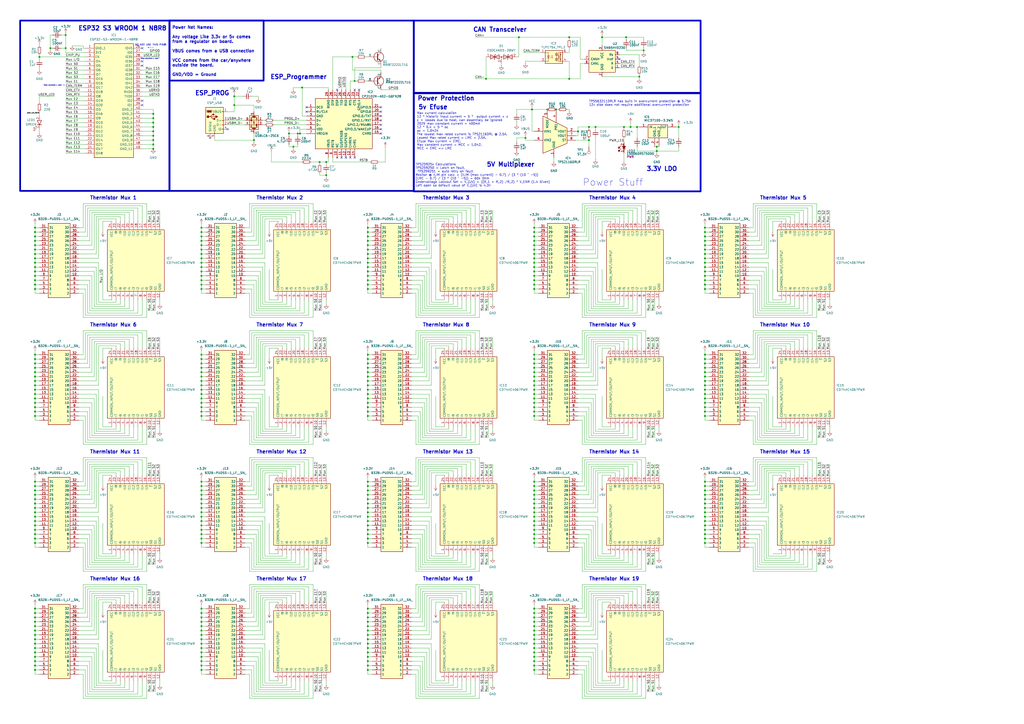
<source format=kicad_sch>
(kicad_sch (version 20250114) (generator "eeschema") (generator_version "9.0")
  (paper "A2")
  (rectangle (start 98.298 11.938) (end 240.03 110.744) (stroke (width 1)))
  (rectangle (start 240.03 11.938) (end 406.4 54.102) (stroke (width 1)))
  (rectangle (start 98.298 11.938) (end 152.908 46.736) (stroke (width 1)))
  (rectangle (start 240.03 53.848) (end 406.4 110.998) (stroke (width 1.016)))
  (rectangle (start 11.684 11.938) (end 98.298 110.744) (stroke (width 1)))
  (text "Thermistor Mux 19" (at 341.63 337.058 0) (effects (font (size 2.032 2.032) (thickness 0.4064) (bold yes)) (justify left bottom)))
  (text "Thermistor Mux 17" (at 148.59 337.058 0) (effects (font (size 2.032 2.032) (thickness 0.4064) (bold yes)) (justify left bottom)))
  (text "Thermistor Mux 7" (at 148.59 189.738 0) (effects (font (size 2.032 2.032) (thickness 0.4064) (bold yes)) (justify left bottom)))
  (text "Thermistor Mux 15" (at 440.69 263.398 0) (effects (font (size 2.032 2.032) (thickness 0.4064) (bold yes)) (justify left bottom)))
  (text "Move anywhere u want ^\n\n" (at 87.122 34.544 0) (effects (font (size 0.6 0.6))))
  (text "Power Protection" (at 242.062 58.674 0) (effects (font (size 2.54 2.54) (thickness 0.512) (bold yes)) (justify left bottom)))
  (text "Power Stuff" (at 355.6 105.918 0) (effects (font (size 4 4))))
  (text "Thermistor Mux 2" (at 148.59 116.078 0) (effects (font (size 2.032 2.032) (thickness 0.4064) (bold yes)) (justify left bottom)))
  (text "Thermistor Mux 14" (at 341.63 263.398 0) (effects (font (size 2.032 2.032) (thickness 0.4064) (bold yes)) (justify left bottom)))
  (text "Thermistor Mux 5" (at 440.69 116.078 0) (effects (font (size 2.032 2.032) (thickness 0.4064) (bold yes)) (justify left bottom)))
  (text "Thermistor Mux 3" (at 245.11 116.078 0) (effects (font (size 2.032 2.032) (thickness 0.4064) (bold yes)) (justify left bottom)))
  (text "3.3V LDO" (at 374.904 99.568 0) (effects (font (size 2.54 2.54) (thickness 0.512) (bold yes)) (justify left bottom)))
  (text "TPS563211DRLR has built in overcurrent protection @ 5.75A\n12v side does not require additional overcurrent protection" (at 341.63 58.166 0) (effects (font (size 1.27 1.27)) (justify left top)))
  (text "Move anywhere u want ->\n\n" (at 31.496 50.038 0) (effects (font (size 0.6 0.6))))
  (text "5v Efuse\n" (at 242.57 63.754 0) (effects (font (size 2.54 2.54) (thickness 0.512) (bold yes)) (justify left bottom)))
  (text "Thermistor Mux 12" (at 148.59 263.398 0) (effects (font (size 2.032 2.032) (thickness 0.4064) (bold yes)) (justify left bottom)))
  (text "TPS25925x Calculations\nTPS259250 = Latch on fault,\n TPS259251 = auto retry on fault\nResitor @ ILIM pin calc = (ILIM (max current) - 0.7) / (3 * (10 ^ -5))\n(LMC - 0.7) / (3 * (10 ^ -5)) = 60k Ohm\nUndervoltage Lockout Set = V_(UV) = ((R_1 + R_2) /R_2) * V_ENR (1.4 Given)\nLeft open so default value of V_(UV) is 4.3V\n" (at 241.046 94.742 0) (effects (font (size 1.27 1.27)) (justify left top)))
  (text "Thermistor Mux 10" (at 440.69 189.738 0) (effects (font (size 2.032 2.032) (thickness 0.4064) (bold yes)) (justify left bottom)))
  (text "ESP_PROG" (at 113.03 55.626 0) (effects (font (size 2.54 2.54) (thickness 0.512) (bold yes)) (justify left bottom)))
  (text "CAN Transceiver" (at 274.32 18.796 0) (effects (font (size 2.54 2.54) (thickness 0.512) (bold yes)) (justify left bottom)))
  (text "Thermistor Mux 11" (at 52.07 263.398 0) (effects (font (size 2.032 2.032) (thickness 0.4064) (bold yes)) (justify left bottom)))
  (text "Thermistor Mux 4" (at 341.63 116.078 0) (effects (font (size 2.032 2.032) (thickness 0.4064) (bold yes)) (justify left bottom)))
  (text "Thermistor Mux 8" (at 245.11 189.738 0) (effects (font (size 2.032 2.032) (thickness 0.4064) (bold yes)) (justify left bottom)))
  (text "Thermistor Mux 9" (at 341.63 189.738 0) (effects (font (size 2.032 2.032) (thickness 0.4064) (bold yes)) (justify left bottom)))
  (text "Thermistor Mux 13" (at 245.11 263.398 0) (effects (font (size 2.032 2.032) (thickness 0.4064) (bold yes)) (justify left bottom)))
  (text "5V Multiplexer" (at 282.194 97.028 0) (effects (font (size 2.54 2.54) (thickness 0.512) (bold yes)) (justify left bottom)))
  (text "DO NOT USE THIS PIN!!!\n<--" (at 87.376 26.924 0) (effects (font (size 1 1))))
  (text "Max current calculation\n12 * historic input current = 5 *  output current + c\nc = losses due to heat, can essentialy be ignored\n2025 max constant current = 400mA\n12 * 0.4 = 5 * oc\noc = 1.042A\nThe lowest max rated current is TPS2116DRL @ 2.5A.\nLowest Max rated current = LMC = 2.5A.\nEfuze Max current = EMC.\nMax constent current = MCC = 1.042.\nMCC < EMC <= LMC" (at 241.808 65.024 0) (effects (font (size 1.27 1.27)) (justify left top)))
  (text "Thermistor Mux 1" (at 52.07 116.078 0) (effects (font (size 2.032 2.032) (thickness 0.4064) (bold yes)) (justify left bottom)))
  (text "Thermistor Mux 18" (at 245.11 337.058 0) (effects (font (size 2.032 2.032) (thickness 0.4064) (bold yes)) (justify left bottom)))
  (text "Thermistor Mux 16" (at 52.07 337.058 0) (effects (font (size 2.032 2.032) (thickness 0.4064) (bold yes)) (justify left bottom)))
  (text "Thermistor Mux 6" (at 52.07 189.738 0) (effects (font (size 2.032 2.032) (thickness 0.4064) (bold yes)) (justify left bottom)))
  (text "ESP32 S3 WROOM 1 N8R8" (at 96.774 18.034 0) (effects (font (size 2.54 2.54) (thickness 0.512) (bold yes)) (justify right bottom)))
  (text "ESP_Programmer" (at 156.718 46.228 0) (effects (font (size 2.54 2.54) (thickness 0.512) (bold yes)) (justify left bottom)))
  (text "Power Net Names:\n\nAny voltage Like 3.3v or 5v comes\nfrom a regulator on board.\n\nVBUS comes from a USB connection\n\nVCC comes from the car/anywhere \noutside the board.\n\nGND/VDD = Ground" (at 99.822 29.718 0) (effects (font (size 1.7 1.7) (thickness 0.34) (bold yes)) (justify left)))
  (junction (at 213.36 284.48))
  (junction (at 20.32 304.8))
  (junction (at 116.84 165.1))
  (junction (at 309.88 373.38))
  (junction (at 88.9 76.2))
  (junction (at 309.88 165.1))
  (junction (at 38.1 27.94))
  (junction (at 213.36 279.4))
  (junction (at 135.89 55.88))
  (junction (at 116.84 139.7))
  (junction (at 309.88 139.7))
  (junction (at 341.63 81.28))
  (junction (at 20.32 167.64))
  (junction (at 20.32 231.14))
  (junction (at 20.32 165.1))
  (junction (at 309.88 137.16))
  (junction (at 408.94 304.8))
  (junction (at 408.94 287.02))
  (junction (at 20.32 223.52))
  (junction (at 408.94 284.48))
  (junction (at 116.84 167.64))
  (junction (at 309.88 353.06))
  (junction (at 213.36 218.44))
  (junction (at 330.2 45.72))
  (junction (at 213.36 231.14))
  (junction (at 213.36 297.18))
  (junction (at 213.36 215.9))
  (junction (at 38.1 20.32))
  (junction (at 213.36 137.16))
  (junction (at 20.32 281.94))
  (junction (at 309.88 167.64))
  (junction (at 309.88 223.52))
  (junction (at 116.84 297.18))
  (junction (at 116.84 373.38))
  (junction (at 116.84 220.98))
  (junction (at 116.84 142.24))
  (junction (at 20.32 368.3))
  (junction (at 213.36 220.98))
  (junction (at 88.9 83.82))
  (junction (at 116.84 292.1))
  (junction (at 213.36 142.24))
  (junction (at 309.88 132.08))
  (junction (at 20.32 210.82))
  (junction (at 20.32 139.7))
  (junction (at 20.32 279.4))
  (junction (at 408.94 167.64))
  (junction (at 116.84 210.82))
  (junction (at 213.36 365.76))
  (junction (at 213.36 241.3))
  (junction (at 88.9 71.12))
  (junction (at 369.57 73.66))
  (junction (at 204.47 33.02))
  (junction (at 20.32 132.08))
  (junction (at 408.94 236.22))
  (junction (at 175.26 50.8))
  (junction (at 20.32 238.76))
  (junction (at 309.88 284.48))
  (junction (at 205.74 46.99))
  (junction (at 213.36 213.36))
  (junction (at 116.84 160.02))
  (junction (at 408.94 294.64))
  (junction (at 213.36 210.82))
  (junction (at 116.84 363.22))
  (junction (at 213.36 147.32))
  (junction (at 116.84 132.08))
  (junction (at 309.88 215.9))
  (junction (at 20.32 314.96))
  (junction (at 408.94 220.98))
  (junction (at 189.23 93.98))
  (junction (at 309.88 294.64))
  (junction (at 20.32 292.1))
  (junction (at 88.9 78.74))
  (junction (at 408.94 208.28))
  (junction (at 20.32 284.48))
  (junction (at 116.84 386.08))
  (junction (at 361.95 73.66))
  (junction (at 309.88 157.48))
  (junction (at 408.94 307.34))
  (junction (at 309.88 307.34))
  (junction (at 20.32 160.02))
  (junction (at 309.88 281.94))
  (junction (at 116.84 233.68))
  (junction (at 213.36 353.06))
  (junction (at 29.21 27.94))
  (junction (at 335.28 76.2))
  (junction (at 116.84 383.54))
  (junction (at 116.84 307.34))
  (junction (at 309.88 213.36))
  (junction (at 213.36 378.46))
  (junction (at 309.88 152.4))
  (junction (at 116.84 360.68))
  (junction (at 408.94 152.4))
  (junction (at 116.84 218.44))
  (junction (at 213.36 358.14))
  (junction (at 20.32 355.6))
  (junction (at 20.32 360.68))
  (junction (at 408.94 241.3))
  (junction (at 20.32 373.38))
  (junction (at 309.88 312.42))
  (junction (at 213.36 363.22))
  (junction (at 213.36 281.94))
  (junction (at 116.84 304.8))
  (junction (at 88.9 66.04))
  (junction (at 309.88 314.96))
  (junction (at 309.88 365.76))
  (junction (at 408.94 226.06))
  (junction (at 341.63 73.66))
  (junction (at 20.32 233.68))
  (junction (at 213.36 233.68))
  (junction (at 408.94 165.1))
  (junction (at 408.94 289.56))
  (junction (at 20.32 365.76))
  (junction (at 213.36 238.76))
  (junction (at 116.84 302.26))
  (junction (at 213.36 139.7))
  (junction (at 408.94 142.24))
  (junction (at 20.32 299.72))
  (junction (at 20.32 137.16))
  (junction (at 408.94 238.76))
  (junction (at 116.84 228.6))
  (junction (at 172.72 77.47))
  (junction (at 317.5 63.5))
  (junction (at 309.88 226.06))
  (junction (at 408.94 228.6))
  (junction (at 408.94 132.08))
  (junction (at 116.84 134.62))
  (junction (at 363.22 21.59))
  (junction (at 20.32 205.74))
  (junction (at 88.9 68.58))
  (junction (at 213.36 299.72))
  (junction (at 20.32 142.24))
  (junction (at 116.84 355.6))
  (junction (at 20.32 312.42))
  (junction (at 167.64 77.47))
  (junction (at 213.36 314.96))
  (junction (at 116.84 388.62))
  (junction (at 20.32 220.98))
  (junction (at 20.32 147.32))
  (junction (at 20.32 375.92))
  (junction (at 213.36 162.56))
  (junction (at 20.32 154.94))
  (junction (at 309.88 358.14))
  (junction (at 309.88 231.14))
  (junction (at 408.94 281.94))
  (junction (at 20.32 213.36))
  (junction (at 213.36 157.48))
  (junction (at 408.94 218.44))
  (junction (at 135.89 60.96))
  (junction (at 309.88 154.94))
  (junction (at 309.88 375.92))
  (junction (at 345.44 73.66))
  (junction (at 309.88 378.46))
  (junction (at 116.84 226.06))
  (junction (at 116.84 162.56))
  (junction (at 116.84 215.9))
  (junction (at 116.84 236.22))
  (junction (at 213.36 167.64))
  (junction (at 116.84 137.16))
  (junction (at 20.32 353.06))
  (junction (at 20.32 149.86))
  (junction (at 20.32 370.84))
  (junction (at 185.42 93.98))
  (junction (at 408.94 139.7))
  (junction (at 116.84 294.64))
  (junction (at 330.2 21.59))
  (junction (at 213.36 223.52))
  (junction (at 20.32 358.14))
  (junction (at 20.32 226.06))
  (junction (at 213.36 165.1))
  (junction (at 309.88 238.76))
  (junction (at 20.32 388.62))
  (junction (at 116.84 299.72))
  (junction (at 116.84 309.88))
  (junction (at 116.84 358.14))
  (junction (at 20.32 218.44))
  (junction (at 213.36 134.62))
  (junction (at 309.88 355.6))
  (junction (at 309.88 208.28))
  (junction (at 309.88 236.22))
  (junction (at 116.84 279.4))
  (junction (at 213.36 154.94))
  (junction (at 309.88 220.98))
  (junction (at 189.23 101.6))
  (junction (at 116.84 378.46))
  (junction (at 213.36 370.84))
  (junction (at 20.32 134.62))
  (junction (at 408.94 292.1))
  (junction (at 213.36 152.4))
  (junction (at 116.84 289.56))
  (junction (at 213.36 368.3))
  (junction (at 213.36 304.8))
  (junction (at 309.88 287.02))
  (junction (at 408.94 149.86))
  (junction (at 116.84 149.86))
  (junction (at 408.94 213.36))
  (junction (at 20.32 152.4))
  (junction (at 20.32 383.54))
  (junction (at 309.88 160.02))
  (junction (at 408.94 233.68))
  (junction (at 213.36 383.54))
  (junction (at 322.58 63.5))
  (junction (at 116.84 370.84))
  (junction (at 116.84 368.3))
  (junction (at 408.94 134.62))
  (junction (at 300.99 21.59))
  (junction (at 408.94 297.18))
  (junction (at 20.32 228.6))
  (junction (at 20.32 215.9))
  (junction (at 20.32 386.08))
  (junction (at 309.88 205.74))
  (junction (at 213.36 381))
  (junction (at 116.84 154.94))
  (junction (at 213.36 132.08))
  (junction (at 213.36 289.56))
  (junction (at 408.94 205.74))
  (junction (at 408.94 231.14))
  (junction (at 116.84 157.48))
  (junction (at 309.88 383.54))
  (junction (at 309.88 142.24))
  (junction (at 381 85.09))
  (junction (at 408.94 302.26))
  (junction (at 408.94 223.52))
  (junction (at 309.88 210.82))
  (junction (at 116.84 223.52))
  (junction (at 213.36 160.02))
  (junction (at 309.88 147.32))
  (junction (at 408.94 154.94))
  (junction (at 309.88 360.68))
  (junction (at 408.94 309.88))
  (junction (at 213.36 388.62))
  (junction (at 173.99 77.47))
  (junction (at 370.84 44.45))
  (junction (at 116.84 312.42))
  (junction (at 88.9 81.28))
  (junction (at 213.36 312.42))
  (junction (at 408.94 144.78))
  (junction (at 147.32 81.28))
  (junction (at 304.8 80.01))
  (junction (at 309.88 149.86))
  (junction (at 309.88 144.78))
  (junction (at 116.84 241.3))
  (junction (at 213.36 355.6))
  (junction (at 309.88 309.88))
  (junction (at 309.88 370.84))
  (junction (at 20.32 294.64))
  (junction (at 116.84 375.92))
  (junction (at 213.36 386.08))
  (junction (at 349.25 21.59))
  (junction (at 213.36 236.22))
  (junction (at 20.32 302.26))
  (junction (at 20.32 297.18))
  (junction (at 309.88 279.4))
  (junction (at 365.76 73.66))
  (junction (at 309.88 388.62))
  (junction (at 373.38 29.21))
  (junction (at 309.88 241.3))
  (junction (at 408.94 210.82))
  (junction (at 309.88 386.08))
  (junction (at 309.88 299.72))
  (junction (at 116.84 314.96))
  (junction (at 116.84 281.94))
  (junction (at 20.32 157.48))
  (junction (at 116.84 353.06))
  (junction (at 213.36 373.38))
  (junction (at 309.88 381))
  (junction (at 408.94 137.16))
  (junction (at 20.32 307.34))
  (junction (at 213.36 307.34))
  (junction (at 116.84 205.74))
  (junction (at 309.88 233.68))
  (junction (at 20.32 363.22))
  (junction (at 20.32 162.56))
  (junction (at 309.88 304.8))
  (junction (at 20.32 241.3))
  (junction (at 20.32 289.56))
  (junction (at 213.36 360.68))
  (junction (at 408.94 215.9))
  (junction (at 116.84 287.02))
  (junction (at 116.84 365.76))
  (junction (at 408.94 160.02))
  (junction (at 408.94 157.48))
  (junction (at 393.7 73.66))
  (junction (at 408.94 279.4))
  (junction (at 408.94 299.72))
  (junction (at 116.84 231.14))
  (junction (at 213.36 208.28))
  (junction (at 213.36 226.06))
  (junction (at 116.84 144.78))
  (junction (at 88.9 86.36))
  (junction (at 20.32 287.02))
  (junction (at 213.36 309.88))
  (junction (at 20.32 309.88))
  (junction (at 20.32 381))
  (junction (at 20.32 208.28))
  (junction (at 281.94 45.72))
  (junction (at 116.84 152.4))
  (junction (at 20.32 144.78))
  (junction (at 213.36 228.6))
  (junction (at 309.88 289.56))
  (junction (at 213.36 292.1))
  (junction (at 309.88 228.6))
  (junction (at 213.36 287.02))
  (junction (at 309.88 297.18))
  (junction (at 170.18 85.09))
  (junction (at 213.36 149.86))
  (junction (at 22.86 33.02))
  (junction (at 116.84 213.36))
  (junction (at 309.88 302.26))
  (junction (at 213.36 144.78))
  (junction (at 116.84 238.76))
  (junction (at 116.84 147.32))
  (junction (at 309.88 162.56))
  (junction (at 309.88 292.1))
  (junction (at 309.88 134.62))
  (junction (at 408.94 314.96))
  (junction (at 408.94 312.42))
  (junction (at 309.88 218.44))
  (junction (at 213.36 302.26))
  (junction (at 308.61 63.5))
  (junction (at 20.32 378.46))
  (junction (at 213.36 375.92))
  (junction (at 381 87.63))
  (junction (at 213.36 205.74))
  (junction (at 408.94 162.56))
  (junction (at 116.84 381))
  (junction (at 408.94 147.32))
  (junction (at 213.36 294.64))
  (junction (at 116.84 208.28))
  (junction (at 88.9 73.66))
  (junction (at 116.84 284.48))
  (junction (at 309.88 368.3))
  (junction (at 20.32 236.22))
  (junction (at 309.88 363.22))
  (no_connect (at 82.55 60.96))
  (no_connect (at 121.92 80.01))
  (no_connect (at 203.2 91.44))
  (no_connect (at 220.98 64.77))
  (no_connect (at 82.55 35.56))
  (no_connect (at 359.41 34.29))
  (no_connect (at 82.55 58.42))
  (no_connect (at 220.98 74.93))
  (no_connect (at 132.08 74.93))
  (no_connect (at 177.8 64.77))
  (no_connect (at 220.98 62.23))
  (no_connect (at 220.98 69.85))
  (no_connect (at 198.12 91.44))
  (no_connect (at 82.55 27.94))
  (no_connect (at 82.55 38.1))
  (no_connect (at 220.98 67.31))
  (no_connect (at 208.28 52.07))
  (no_connect (at 195.58 52.07))
  (no_connect (at 177.8 62.23))
  (no_connect (at 220.98 77.47))
  (no_connect (at 200.66 91.44))
  (no_connect (at 220.98 72.39))
  (no_connect (at 205.74 91.44))
  (no_connect (at 205.74 52.07))
  (wire (pts (xy 144.78 331.47) (xy 181.61 331.47)))
  (wire (pts (xy 173.99 121.92) (xy 173.99 128.27)))
  (wire (pts (xy 52.07 309.88) (xy 52.07 327.66)))
  (wire (pts (xy 243.84 312.42) (xy 243.84 328.93)))
  (wire (pts (xy 238.76 162.56) (xy 245.11 162.56)))
  (wire (pts (xy 45.72 233.68) (xy 53.34 233.68)))
  (wire (pts (xy 243.84 210.82) (xy 243.84 194.31)))
  (wire (pts (xy 252.73 377.19) (xy 252.73 394.97)))
  (wire (pts (xy 473.71 191.77) (xy 473.71 201.93)))
  (wire (pts (xy 49.53 27.94) (xy 48.26 27.94)))
  (wire (pts (xy 246.38 233.68) (xy 246.38 252.73)))
  (wire (pts (xy 135.89 54.61) (xy 135.89 55.88)))
  (wire (pts (xy 335.28 289.56) (xy 342.9 289.56)))
  (wire (pts (xy 88.9 63.5) (xy 88.9 66.04)))
  (wire (pts (xy 309.88 167.64) (xy 312.42 167.64)))
  (wire (pts (xy 173.99 401.32) (xy 173.99 394.97)))
  (wire (pts (xy 238.76 238.76) (xy 243.84 238.76)))
  (wire (pts (xy 20.32 167.64) (xy 20.32 170.18)))
  (wire (pts (xy 116.84 139.7) (xy 116.84 142.24)))
  (wire (pts (xy 468.63 267.97) (xy 468.63 275.59)))
  (wire (pts (xy 146.05 256.54) (xy 179.07 256.54)))
  (wire (pts (xy 152.4 323.85) (xy 166.37 323.85)))
  (wire (pts (xy 382.27 195.58) (xy 382.27 201.93)))
  (wire (pts (xy 408.94 294.64) (xy 408.94 297.18)))
  (wire (pts (xy 88.9 68.58) (xy 88.9 71.12)))
  (wire (pts (xy 257.81 201.93) (xy 252.73 201.93)))
  (wire (pts (xy 20.32 170.18) (xy 22.86 170.18)))
  (wire (pts (xy 408.94 312.42) (xy 408.94 314.96)))
  (wire (pts (xy 116.84 170.18) (xy 119.38 170.18)))
  (wire (pts (xy 440.69 327.66) (xy 466.09 327.66)))
  (wire (pts (xy 45.72 154.94) (xy 55.88 154.94)))
  (wire (pts (xy 245.11 180.34) (xy 270.51 180.34)))
  (wire (pts (xy 309.88 228.6) (xy 312.42 228.6)))
  (wire (pts (xy 367.03 327.66) (xy 367.03 321.31)))
  (wire (pts (xy 20.32 165.1) (xy 20.32 167.64)))
  (wire (pts (xy 20.32 317.5) (xy 22.86 317.5)))
  (wire (pts (xy 440.69 139.7) (xy 440.69 121.92)))
  (wire (pts (xy 144.78 265.43) (xy 181.61 265.43)))
  (wire (pts (xy 156.21 128.27) (xy 156.21 134.62)))
  (wire (pts (xy 369.57 267.97) (xy 369.57 275.59)))
  (wire (pts (xy 88.9 78.74) (xy 88.9 81.28)))
  (wire (pts (xy 434.34 205.74) (xy 436.88 205.74)))
  (wire (pts (xy 335.28 205.74) (xy 337.82 205.74)))
  (wire (pts (xy 248.92 228.6) (xy 248.92 250.19)))
  (wire (pts (xy 213.36 233.68) (xy 213.36 236.22)))
  (wire (pts (xy 441.96 270.51) (xy 463.55 270.51)))
  (wire (pts (xy 379.73 394.97) (xy 379.73 401.32)))
  (wire (pts (xy 241.3 243.84) (xy 241.3 257.81)))
  (wire (pts (xy 213.36 284.48) (xy 215.9 284.48)))
  (wire (pts (xy 20.32 226.06) (xy 22.86 226.06)))
  (wire (pts (xy 142.24 149.86) (xy 153.67 149.86)))
  (wire (pts (xy 213.36 383.54) (xy 213.36 386.08)))
  (wire (pts (xy 74.93 400.05) (xy 74.93 394.97)))
  (wire (pts (xy 59.69 229.87) (xy 59.69 247.65)))
  (wire (pts (xy 180.34 93.98) (xy 185.42 93.98)))
  (wire (pts (xy 345.44 294.64) (xy 345.44 273.05)))
  (wire (pts (xy 285.75 121.92) (xy 285.75 128.27)))
  (wire (pts (xy 285.75 173.99) (xy 285.75 176.53)))
  (wire (pts (xy 20.32 388.62) (xy 22.86 388.62)))
  (wire (pts (xy 72.39 325.12) (xy 72.39 321.31)))
  (wire (pts (xy 349.25 44.45) (xy 370.84 44.45)))
  (wire (pts (xy 461.01 177.8) (xy 461.01 173.99)))
  (wire (pts (xy 166.37 250.19) (xy 166.37 247.65)))
  (wire (pts (xy 142.24 215.9) (xy 149.86 215.9)))
  (wire (pts (xy 152.4 375.92) (xy 152.4 397.51)))
  (wire (pts (xy 335.28 157.48) (xy 344.17 157.48)))
  (wire (pts (xy 38.1 45.72) (xy 49.53 45.72)))
  (wire (pts (xy 309.88 281.94) (xy 312.42 281.94)))
  (wire (pts (xy 345.44 154.94) (xy 345.44 176.53)))
  (wire (pts (xy 149.86 252.73) (xy 171.45 252.73)))
  (wire (pts (xy 223.52 93.98) (xy 223.52 85.09)))
  (wire (pts (xy 45.72 297.18) (xy 57.15 297.18)))
  (wire (pts (xy 158.75 72.39) (xy 177.8 72.39)))
  (wire (pts (xy 142.24 160.02) (xy 149.86 160.02)))
  (wire (pts (xy 64.77 173.99) (xy 59.69 173.99)))
  (wire (pts (xy 45.72 302.26) (xy 55.88 302.26)))
  (wire (pts (xy 171.45 400.05) (xy 171.45 394.97)))
  (wire (pts (xy 184.15 394.97) (xy 184.15 401.32)))
  (wire (pts (xy 340.36 194.31) (xy 369.57 194.31)))
  (wire (pts (xy 20.32 223.52) (xy 20.32 226.06)))
  (wire (pts (xy 50.8 402.59) (xy 80.01 402.59)))
  (wire (pts (xy 238.76 231.14) (xy 247.65 231.14)))
  (wire (pts (xy 247.65 198.12) (xy 265.43 198.12)))
  (wire (pts (xy 142.24 289.56) (xy 149.86 289.56)))
  (wire (pts (xy 38.1 58.42) (xy 49.53 58.42)))
  (wire (pts (xy 339.09 167.64) (xy 339.09 182.88)))
  (wire (pts (xy 444.5 125.73) (xy 458.47 125.73)))
  (wire (pts (xy 408.94 205.74) (xy 408.94 208.28)))
  (wire (pts (xy 377.19 394.97) (xy 377.19 401.32)))
  (wire (pts (xy 238.76 243.84) (xy 241.3 243.84)))
  (wire (pts (xy 151.13 365.76) (xy 151.13 345.44)))
  (wire (pts (xy 408.94 134.62) (xy 411.48 134.62)))
  (wire (pts (xy 283.21 342.9) (xy 283.21 349.25)))
  (wire (pts (xy 309.88 365.76) (xy 309.88 368.3)))
  (wire (pts (xy 434.34 157.48) (xy 443.23 157.48)))
  (wire (pts (xy 434.34 134.62) (xy 438.15 134.62)))
  (wire (pts (xy 144.78 405.13) (xy 181.61 405.13)))
  (wire (pts (xy 345.44 346.71) (xy 359.41 346.71)))
  (wire (pts (xy 152.4 147.32) (xy 152.4 125.73)))
  (wire (pts (xy 476.25 121.92) (xy 476.25 128.27)))
  (wire (pts (xy 250.19 127) (xy 260.35 127)))
  (wire (pts (xy 163.83 396.24) (xy 163.83 394.97)))
  (wire (pts (xy 365.76 73.66) (xy 361.95 73.66)))
  (wire (pts (xy 273.05 181.61) (xy 273.05 173.99)))
  (wire (pts (xy 213.36 276.86) (xy 213.36 279.4)))
  (wire (pts (xy 247.65 177.8) (xy 265.43 177.8)))
  (wire (pts (xy 476.25 247.65) (xy 476.25 254)))
  (wire (pts (xy 335.28 76.2) (xy 334.01 76.2)))
  (wire (pts (xy 116.84 309.88) (xy 119.38 309.88)))
  (wire (pts (xy 440.69 287.02) (xy 440.69 269.24)))
  (wire (pts (xy 116.84 368.3) (xy 116.84 370.84)))
  (wire (pts (xy 408.94 134.62) (xy 408.94 137.16)))
  (wire (pts (xy 285.75 195.58) (xy 285.75 201.93)))
  (wire (pts (xy 77.47 195.58) (xy 77.47 201.93)))
  (wire (pts (xy 172.72 85.09) (xy 172.72 83.82)))
  (wire (pts (xy 38.1 30.48) (xy 49.53 30.48)))
  (wire (pts (xy 45.72 312.42) (xy 50.8 312.42)))
  (wire (pts (xy 330.2 63.5) (xy 328.93 63.5)))
  (wire (pts (xy 309.88 309.88) (xy 312.42 309.88)))
  (wire (pts (xy 54.61 378.46) (xy 54.61 398.78)))
  (wire (pts (xy 20.32 236.22) (xy 22.86 236.22)))
  (wire (pts (xy 90.17 342.9) (xy 90.17 349.25)))
  (wire (pts (xy 408.94 160.02) (xy 411.48 160.02)))
  (wire (pts (xy 45.72 386.08) (xy 50.8 386.08)))
  (wire (pts (xy 280.67 173.99) (xy 280.67 180.34)))
  (wire (pts (xy 283.21 121.92) (xy 283.21 128.27)))
  (wire (pts (xy 434.34 142.24) (xy 441.96 142.24)))
  (wire (pts (xy 119.38 353.06) (xy 116.84 353.06)))
  (wire (pts (xy 243.84 341.63) (xy 273.05 341.63)))
  (wire (pts (xy 339.09 355.6) (xy 339.09 340.36)))
  (wire (pts (xy 341.63 73.66) (xy 345.44 73.66)))
  (wire (pts (xy 80.01 120.65) (xy 80.01 128.27)))
  (wire (pts (xy 265.43 251.46) (xy 265.43 247.65)))
  (wire (pts (xy 248.92 199.39) (xy 262.89 199.39)))
  (wire (pts (xy 149.86 381) (xy 149.86 400.05)))
  (wire (pts (xy 434.34 284.48) (xy 439.42 284.48)))
  (wire (pts (xy 408.94 210.82) (xy 408.94 213.36)))
  (wire (pts (xy 213.36 368.3) (xy 213.36 370.84)))
  (wire (pts (xy 116.84 213.36) (xy 119.38 213.36)))
  (wire (pts (xy 153.67 274.32) (xy 163.83 274.32)))
  (wire (pts (xy 340.36 341.63) (xy 369.57 341.63)))
  (wire (pts (xy 336.55 21.59) (xy 336.55 34.29)))
  (wire (pts (xy 337.82 170.18) (xy 337.82 184.15)))
  (wire (pts (xy 116.84 381) (xy 119.38 381)))
  (wire (pts (xy 22.86 33.02) (xy 49.53 33.02)))
  (wire (pts (xy 77.47 327.66) (xy 77.47 321.31)))
  (wire (pts (xy 20.32 370.84) (xy 22.86 370.84)))
  (wire (pts (xy 238.76 373.38) (xy 250.19 373.38)))
  (wire (pts (xy 53.34 160.02) (xy 53.34 179.07)))
  (wire (pts (xy 434.34 215.9) (xy 441.96 215.9)))
  (wire (pts (xy 72.39 398.78) (xy 72.39 394.97)))
  (wire (pts (xy 478.79 247.65) (xy 478.79 254)))
  (wire (pts (xy 213.36 279.4) (xy 213.36 281.94)))
  (wire (pts (xy 116.84 391.16) (xy 119.38 391.16)))
  (wire (pts (xy 309.88 233.68) (xy 312.42 233.68)))
  (wire (pts (xy 478.79 269.24) (xy 478.79 275.59)))
  (wire (pts (xy 20.32 355.6) (xy 22.86 355.6)))
  (wire (pts (xy 273.05 267.97) (xy 273.05 275.59)))
  (wire (pts (xy 349.25 377.19) (xy 349.25 394.97)))
  (wire (pts (xy 45.72 231.14) (xy 54.61 231.14)))
  (wire (pts (xy 238.76 154.94) (xy 248.92 154.94)))
  (wire (pts (xy 476.25 194.31) (xy 476.25 201.93)))
  (wire (pts (xy 85.09 184.15) (xy 85.09 173.99)))
  (wire (pts (xy 349.25 229.87) (xy 349.25 247.65)))
  (wire (pts (xy 189.23 247.65) (xy 189.23 250.19)))
  (wire (pts (xy 119.38 279.4) (xy 116.84 279.4)))
  (wire (pts (xy 163.83 322.58) (xy 163.83 321.31)))
  (wire (pts (xy 280.67 121.92) (xy 280.67 128.27)))
  (wire (pts (xy 335.28 360.68) (xy 341.63 360.68)))
  (wire (pts (xy 342.9 344.17) (xy 364.49 344.17)))
  (wire (pts (xy 243.84 194.31) (xy 273.05 194.31)))
  (wire (pts (xy 20.32 378.46) (xy 22.86 378.46)))
  (wire (pts (xy 335.28 383.54) (xy 341.63 383.54)))
  (wire (pts (xy 147.32 386.08) (xy 147.32 402.59)))
  (wire (pts (xy 238.76 208.28) (xy 242.57 208.28)))
  (wire (pts (xy 57.15 152.4) (xy 57.15 175.26)))
  (wire (pts (xy 411.48 132.08) (xy 408.94 132.08)))
  (wire (pts (xy 20.32 309.88) (xy 22.86 309.88)))
  (wire (pts (xy 85.09 118.11) (xy 85.09 128.27)))
  (wire (pts (xy 363.22 21.59) (xy 363.22 22.86)))
  (wire (pts (xy 309.88 360.68) (xy 309.88 363.22)))
  (wire (pts (xy 52.07 180.34) (xy 77.47 180.34)))
  (wire (pts (xy 260.35 127) (xy 260.35 128.27)))
  (wire (pts (xy 20.32 203.2) (xy 20.32 205.74)))
  (wire (pts (xy 220.98 52.07) (xy 231.14 52.07)))
  (wire (pts (xy 245.11 383.54) (xy 245.11 401.32)))
  (wire (pts (xy 57.15 226.06) (xy 57.15 248.92)))
  (wire (pts (xy 142.24 294.64) (xy 152.4 294.64)))
  (wire (pts (xy 335.28 215.9) (xy 342.9 215.9)))
  (wire (pts (xy 50.8 267.97) (xy 80.01 267.97)))
  (wire (pts (xy 20.32 208.28) (xy 20.32 210.82)))
  (wire (pts (xy 321.31 91.44) (xy 321.31 93.98)))
  (wire (pts (xy 116.84 226.06) (xy 119.38 226.06)))
  (wire (pts (xy 340.36 267.97) (xy 369.57 267.97)))
  (wire (pts (xy 309.88 375.92) (xy 312.42 375.92)))
  (wire (pts (xy 335.28 142.24) (xy 342.9 142.24)))
  (wire (pts (xy 213.36 223.52) (xy 215.9 223.52)))
  (wire (pts (xy 436.88 257.81) (xy 473.71 257.81)))
  (wire (pts (xy 309.88 157.48) (xy 312.42 157.48)))
  (wire (pts (xy 340.36 255.27) (xy 369.57 255.27)))
  (wire (pts (xy 82.55 73.66) (xy 88.9 73.66)))
  (wire (pts (xy 50.8 386.08) (xy 50.8 402.59)))
  (wire (pts (xy 148.59 254) (xy 173.99 254)))
  (wire (pts (xy 151.13 124.46) (xy 168.91 124.46)))
  (wire (pts (xy 148.59 342.9) (xy 173.99 342.9)))
  (wire (pts (xy 153.67 297.18) (xy 153.67 274.32)))
  (wire (pts (xy 440.69 236.22) (xy 440.69 254)))
  (wire (pts (xy 262.89 199.39) (xy 262.89 201.93)))
  (wire (pts (xy 20.32 304.8) (xy 22.86 304.8)))
  (wire (pts (xy 88.9 83.82) (xy 88.9 86.36)))
  (wire (pts (xy 434.34 160.02) (xy 441.96 160.02)))
  (wire (pts (xy 142.24 137.16) (xy 147.32 137.16)))
  (wire (pts (xy 345.44 147.32) (xy 345.44 125.73)))
  (wire (pts (xy 168.91 325.12) (xy 168.91 321.31)))
  (wire (pts (xy 82.55 53.34) (xy 92.71 53.34)))
  (wire (pts (xy 335.28 144.78) (xy 344.17 144.78)))
  (wire (pts (xy 408.94 162.56) (xy 408.94 165.1)))
  (wire (pts (xy 379.73 195.58) (xy 379.73 201.93)))
  (wire (pts (xy 213.36 365.76) (xy 215.9 365.76)))
  (wire (pts (xy 471.17 193.04) (xy 471.17 201.93)))
  (wire (pts (xy 408.94 152.4) (xy 411.48 152.4)))
  (wire (pts (xy 309.88 231.14) (xy 309.88 233.68)))
  (wire (pts (xy 142.24 370.84) (xy 153.67 370.84)))
  (wire (pts (xy 345.44 80.01) (xy 345.44 92.71)))
  (wire (pts (xy 439.42 194.31) (xy 468.63 194.31)))
  (wire (pts (xy 116.84 160.02) (xy 119.38 160.02)))
  (wire (pts (xy 45.72 226.06) (xy 57.15 226.06)))
  (wire (pts (xy 184.15 341.63) (xy 184.15 349.25)))
  (wire (pts (xy 116.84 302.26) (xy 119.38 302.26)))
  (wire (pts (xy 335.28 149.86) (xy 346.71 149.86)))
  (wire (pts (xy 245.11 309.88) (xy 245.11 327.66)))
  (wire (pts (xy 213.36 149.86) (xy 215.9 149.86)))
  (wire (pts (xy 157.48 93.98) (xy 157.48 87.63)))
  (wire (pts (xy 408.94 294.64) (xy 411.48 294.64)))
  (wire (pts (xy 148.59 139.7) (xy 148.59 121.92)))
  (wire (pts (xy 481.33 173.99) (xy 481.33 176.53)))
  (wire (pts (xy 408.94 314.96) (xy 408.94 317.5)))
  (wire (pts (xy 252.73 349.25) (xy 252.73 355.6)))
  (wire (pts (xy 257.81 275.59) (xy 252.73 275.59)))
  (wire (pts (xy 245.11 254) (xy 270.51 254)))
  (wire (pts (xy 335.28 388.62) (xy 339.09 388.62)))
  (wire (pts (xy 148.59 121.92) (xy 173.99 121.92)))
  (wire (pts (xy 186.69 321.31) (xy 186.69 327.66)))
  (wire (pts (xy 189.23 93.98) (xy 190.5 93.98)))
  (wire (pts (xy 20.32 238.76) (xy 20.32 241.3)))
  (wire (pts (xy 246.38 326.39) (xy 267.97 326.39)))
  (wire (pts (xy 246.38 160.02) (xy 246.38 179.07)))
  (wire (pts (xy 341.63 287.02) (xy 341.63 269.24)))
  (wire (pts (xy 340.36 210.82) (xy 340.36 194.31)))
  (wire (pts (xy 49.53 355.6) (xy 49.53 340.36)))
  (wire (pts (xy 309.88 281.94) (xy 309.88 284.48)))
  (wire (pts (xy 281.94 45.72) (xy 330.2 45.72)))
  (wire (pts (xy 337.82 405.13) (xy 374.65 405.13)))
  (wire (pts (xy 339.09 241.3) (xy 339.09 256.54)))
  (wire (pts (xy 443.23 271.78) (xy 461.01 271.78)))
  (wire (pts (xy 250.19 274.32) (xy 260.35 274.32)))
  (wire (pts (xy 408.94 241.3) (xy 408.94 243.84)))
  (wire (pts (xy 74.93 326.39) (xy 74.93 321.31)))
  (wire (pts (xy 364.49 252.73) (xy 364.49 247.65)))
  (wire (pts (xy 445.77 200.66) (xy 455.93 200.66)))
  (wire (pts (xy 175.26 50.8) (xy 175.26 67.31)))
  (wire (pts (xy 270.51 195.58) (xy 270.51 201.93)))
  (wire (pts (xy 309.88 134.62) (xy 309.88 137.16)))
  (wire (pts (xy 87.63 247.65) (xy 87.63 254)))
  (wire (pts (xy 243.84 120.65) (xy 273.05 120.65)))
  (wire (pts (xy 309.88 287.02) (xy 309.88 289.56)))
  (wire (pts (xy 213.36 302.26) (xy 213.36 304.8)))
  (wire (pts (xy 20.32 162.56) (xy 20.32 165.1)))
  (wire (pts (xy 45.72 220.98) (xy 55.88 220.98)))
  (wire (pts (xy 304.8 81.28) (xy 309.88 81.28)))
  (wire (pts (xy 45.72 236.22) (xy 52.07 236.22)))
  (wire (pts (xy 38.1 27.94) (xy 38.1 30.48)))
  (wire (pts (xy 238.76 132.08) (xy 241.3 132.08)))
  (wire (pts (xy 212.09 46.99) (xy 213.36 46.99)))
  (wire (pts (xy 20.32 365.76) (xy 22.86 365.76)))
  (wire (pts (xy 67.31 396.24) (xy 67.31 394.97)))
  (wire (pts (xy 434.34 317.5) (xy 436.88 317.5)))
  (wire (pts (xy 238.76 289.56) (xy 246.38 289.56)))
  (wire (pts (xy 213.36 231.14) (xy 215.9 231.14)))
  (wire (pts (xy 213.36 358.14) (xy 215.9 358.14)))
  (wire (pts (xy 443.23 124.46) (xy 461.01 124.46)))
  (wire (pts (xy 241.3 391.16) (xy 241.3 405.13)))
  (wire (pts (xy 439.42 137.16) (xy 439.42 120.65)))
  (wire (pts (xy 299.72 63.5) (xy 299.72 66.04)))
  (wire (pts (xy 55.88 220.98) (xy 55.88 199.39)))
  (wire (pts (xy 20.32 139.7) (xy 20.32 142.24)))
  (wire (pts (xy 262.89 346.71) (xy 262.89 349.25)))
  (wire (pts (xy 213.36 152.4) (xy 215.9 152.4)))
  (wire (pts (xy 243.84 165.1) (xy 243.84 181.61)))
  (wire (pts (xy 213.36 162.56) (xy 215.9 162.56)))
  (wire (pts (xy 20.32 243.84) (xy 22.86 243.84)))
  (wire (pts (xy 339.09 134.62) (xy 339.09 119.38)))
  (wire (pts (xy 434.34 297.18) (xy 445.77 297.18)))
  (wire (pts (xy 247.65 304.8) (xy 247.65 325.12)))
  (wire (pts (xy 20.32 238.76) (xy 22.86 238.76)))
  (wire (pts (xy 337.82 205.74) (xy 337.82 191.77)))
  (wire (pts (xy 166.37 323.85) (xy 166.37 321.31)))
  (wire (pts (xy 45.72 378.46) (xy 54.61 378.46)))
  (wire (pts (xy 22.86 55.88) (xy 31.75 55.88)))
  (wire (pts (xy 213.36 149.86) (xy 213.36 152.4)))
  (wire (pts (xy 116.84 312.42) (xy 116.84 314.96)))
  (wire (pts (xy 434.34 289.56) (xy 441.96 289.56)))
  (wire (pts (xy 408.94 149.86) (xy 411.48 149.86)))
  (wire (pts (xy 20.32 297.18) (xy 20.32 299.72)))
  (wire (pts (xy 82.55 30.48) (xy 92.71 30.48)))
  (wire (pts (xy 283.21 394.97) (xy 283.21 401.32)))
  (wire (pts (xy 341.63 213.36) (xy 341.63 195.58)))
  (wire (pts (xy 367.03 195.58) (xy 367.03 201.93)))
  (wire (pts (xy 363.22 29.21) (xy 363.22 27.94)))
  (wire (pts (xy 335.28 365.76) (xy 344.17 365.76)))
  (wire (pts (xy 54.61 365.76) (xy 54.61 345.44)))
  (wire (pts (xy 408.94 228.6) (xy 411.48 228.6)))
  (wire (pts (xy 408.94 223.52) (xy 411.48 223.52)))
  (wire (pts (xy 116.84 226.06) (xy 116.84 228.6)))
  (wire (pts (xy 20.32 231.14) (xy 22.86 231.14)))
  (wire (pts (xy 20.32 314.96) (xy 22.86 314.96)))
  (wire (pts (xy 144.78 339.09) (xy 181.61 339.09)))
  (wire (pts (xy 53.34 326.39) (xy 74.93 326.39)))
  (wire (pts (xy 408.94 213.36) (xy 408.94 215.9)))
  (wire (pts (xy 20.32 228.6) (xy 20.32 231.14)))
  (wire (pts (xy 45.72 243.84) (xy 48.26 243.84)))
  (wire (pts (xy 146.05 241.3) (xy 146.05 256.54)))
  (wire (pts (xy 309.88 294.64) (xy 309.88 297.18)))
  (wire (pts (xy 434.34 137.16) (xy 439.42 137.16)))
  (wire (pts (xy 38.1 19.05) (xy 38.1 20.32)))
  (wire (pts (xy 309.88 223.52) (xy 312.42 223.52)))
  (wire (pts (xy 88.9 81.28) (xy 88.9 83.82)))
  (wire (pts (xy 116.84 243.84) (xy 119.38 243.84)))
  (wire (pts (xy 41.91 26.67) (xy 48.26 26.67)))
  (wire (pts (xy 243.84 255.27) (xy 273.05 255.27)))
  (wire (pts (xy 30.48 20.32) (xy 29.21 20.32)))
  (wire (pts (xy 248.92 397.51) (xy 262.89 397.51)))
  (wire (pts (xy 116.84 314.96) (xy 116.84 317.5)))
  (wire (pts (xy 213.36 370.84) (xy 215.9 370.84)))
  (wire (pts (xy 20.32 360.68) (xy 20.32 363.22)))
  (wire (pts (xy 238.76 307.34) (xy 246.38 307.34)))
  (wire (pts (xy 309.88 236.22) (xy 309.88 238.76)))
  (wire (pts (xy 242.57 241.3) (xy 242.57 256.54)))
  (wire (pts (xy 335.28 381) (xy 342.9 381)))
  (wire (pts (xy 181.61 405.13) (xy 181.61 394.97)))
  (wire (pts (xy 265.43 124.46) (xy 265.43 128.27)))
  (wire (pts (xy 309.88 203.2) (xy 309.88 205.74)))
  (wire (pts (xy 408.94 218.44) (xy 408.94 220.98)))
  (wire (pts (xy 213.36 144.78) (xy 213.36 147.32)))
  (wire (pts (xy 438.15 208.28) (xy 438.15 193.04)))
  (wire (pts (xy 74.93 270.51) (xy 74.93 275.59)))
  (wire (pts (xy 147.32 358.14) (xy 147.32 341.63)))
  (wire (pts (xy 408.94 142.24) (xy 411.48 142.24)))
  (wire (pts (xy 116.84 314.96) (xy 119.38 314.96)))
  (wire (pts (xy 335.28 73.66) (xy 341.63 73.66)))
  (wire (pts (xy 161.29 349.25) (xy 156.21 349.25)))
  (wire (pts (xy 439.42 328.93) (xy 468.63 328.93)))
  (wire (pts (xy 53.34 142.24) (xy 53.34 123.19)))
  (wire (pts (xy 48.26 405.13) (xy 85.09 405.13)))
  (wire (pts (xy 55.88 346.71) (xy 69.85 346.71)))
  (wire (pts (xy 250.19 226.06) (xy 250.19 248.92)))
  (wire (pts (xy 45.72 223.52) (xy 57.15 223.52)))
  (wire (pts (xy 262.89 323.85) (xy 262.89 321.31)))
  (wire (pts (xy 20.32 276.86) (xy 20.32 279.4)))
  (wire (pts (xy 116.84 144.78) (xy 119.38 144.78)))
  (wire (pts (xy 213.36 147.32) (xy 213.36 149.86)))
  (wire (pts (xy 441.96 215.9) (xy 441.96 196.85)))
  (wire (pts (xy 20.32 226.06) (xy 20.32 228.6)))
  (wire (pts (xy 478.79 121.92) (xy 478.79 128.27)))
  (wire (pts (xy 45.72 314.96) (xy 49.53 314.96)))
  (wire (pts (xy 142.24 317.5) (xy 144.78 317.5)))
  (wire (pts (xy 69.85 323.85) (xy 69.85 321.31)))
  (wire (pts (xy 176.53 341.63) (xy 176.53 349.25)))
  (wire (pts (xy 238.76 317.5) (xy 241.3 317.5)))
  (wire (pts (xy 147.32 255.27) (xy 176.53 255.27)))
  (wire (pts (xy 434.34 292.1) (xy 443.23 292.1)))
  (wire (pts (xy 82.55 43.18) (xy 92.71 43.18)))
  (wire (pts (xy 220.98 39.37) (xy 220.98 38.1)))
  (wire (pts (xy 238.76 139.7) (xy 245.11 139.7)))
  (wire (pts (xy 248.92 302.26) (xy 248.92 323.85)))
  (wire (pts (xy 337.82 184.15) (xy 374.65 184.15)))
  (wire (pts (xy 213.36 373.38) (xy 215.9 373.38)))
  (wire (pts (xy 142.24 147.32) (xy 152.4 147.32)))
  (wire (pts (xy 408.94 307.34) (xy 411.48 307.34)))
  (wire (pts (xy 335.28 236.22) (xy 341.63 236.22)))
  (wire (pts (xy 463.55 252.73) (xy 463.55 247.65)))
  (wire (pts (xy 92.71 394.97) (xy 92.71 397.51)))
  (wire (pts (xy 444.5 250.19) (xy 458.47 250.19)))
  (wire (pts (xy 144.78 257.81) (xy 181.61 257.81)))
  (wire (pts (xy 241.3 265.43) (xy 278.13 265.43)))
  (wire (pts (xy 309.88 314.96) (xy 312.42 314.96)))
  (wire (pts (xy 309.88 220.98) (xy 309.88 223.52)))
  (wire (pts (xy 142.24 154.94) (xy 152.4 154.94)))
  (wire (pts (xy 434.34 281.94) (xy 438.15 281.94)))
  (wire (pts (xy 339.09 256.54) (xy 372.11 256.54)))
  (wire (pts (xy 45.72 137.16) (xy 50.8 137.16)))
  (wire (pts (xy 20.32 294.64) (xy 22.86 294.64)))
  (wire (pts (xy 213.36 309.88) (xy 215.9 309.88)))
  (wire (pts (xy 20.32 236.22) (xy 20.32 238.76)))
  (wire (pts (xy 441.96 142.24) (xy 441.96 123.19)))
  (wire (pts (xy 116.84 241.3) (xy 116.84 243.84)))
  (wire (pts (xy 346.71 370.84) (xy 346.71 347.98)))
  (wire (pts (xy 69.85 199.39) (xy 69.85 201.93)))
  (wire (pts (xy 151.13 325.12) (xy 168.91 325.12)))
  (wire (pts (xy 64.77 128.27) (xy 59.69 128.27)))
  (wire (pts (xy 461.01 325.12) (xy 461.01 321.31)))
  (wire (pts (xy 238.76 149.86) (xy 250.19 149.86)))
  (wire (pts (xy 313.69 30.48) (xy 303.53 30.48)))
  (wire (pts (xy 309.88 292.1) (xy 309.88 294.64)))
  (wire (pts (xy 309.88 302.26) (xy 309.88 304.8)))
  (wire (pts (xy 309.88 160.02) (xy 312.42 160.02)))
  (wire (pts (xy 408.94 213.36) (xy 411.48 213.36)))
  (wire (pts (xy 367.03 269.24) (xy 367.03 275.59)))
  (wire (pts (xy 146.05 403.86) (xy 179.07 403.86)))
  (wire (pts (xy 85.09 265.43) (xy 85.09 275.59)))
  (wire (pts (xy 309.88 276.86) (xy 309.88 279.4)))
  (wire (pts (xy 438.15 281.94) (xy 438.15 266.7)))
  (wire (pts (xy 337.82 191.77) (xy 374.65 191.77)))
  (wire (pts (xy 342.9 215.9) (xy 342.9 196.85)))
  (wire (pts (xy 166.37 199.39) (xy 166.37 201.93)))
  (wire (pts (xy 238.76 312.42) (xy 243.84 312.42)))
  (wire (pts (xy 213.36 231.14) (xy 213.36 233.68)))
  (wire (pts (xy 166.37 125.73) (xy 166.37 128.27)))
  (wire (pts (xy 213.36 144.78) (xy 215.9 144.78)))
  (wire (pts (xy 173.99 269.24) (xy 173.99 275.59)))
  (wire (pts (xy 354.33 201.93) (xy 349.25 201.93)))
  (wire (pts (xy 213.36 157.48) (xy 215.9 157.48)))
  (wire (pts (xy 189.23 195.58) (xy 189.23 201.93)))
  (wire (pts (xy 52.07 139.7) (xy 52.07 121.92)))
  (wire (pts (xy 20.32 312.42) (xy 20.32 314.96)))
  (wire (pts (xy 179.07 119.38) (xy 179.07 128.27)))
  (wire (pts (xy 309.88 231.14) (xy 312.42 231.14)))
  (wire (pts (xy 147.32 328.93) (xy 176.53 328.93)))
  (wire (pts (xy 245.11 401.32) (xy 270.51 401.32)))
  (wire (pts (xy 241.3 317.5) (xy 241.3 331.47)))
  (wire (pts (xy 361.95 80.01) (xy 361.95 82.55)))
  (wire (pts (xy 309.88 297.18) (xy 309.88 299.72)))
  (wire (pts (xy 341.63 73.66) (xy 341.63 74.93)))
  (wire (pts (xy 53.34 400.05) (xy 74.93 400.05)))
  (wire (pts (xy 339.09 330.2) (xy 372.11 330.2)))
  (wire (pts (xy 142.24 386.08) (xy 147.32 386.08)))
  (wire (pts (xy 265.43 398.78) (xy 265.43 394.97)))
  (wire (pts (xy 151.13 378.46) (xy 151.13 398.78)))
  (wire (pts (xy 82.55 81.28) (xy 88.9 81.28)))
  (wire (pts (xy 204.47 33.02) (xy 207.01 33.02)))
  (wire (pts (xy 142.24 218.44) (xy 151.13 218.44)))
  (wire (pts (xy 213.36 208.28) (xy 215.9 208.28)))
  (wire (pts (xy 408.94 284.48) (xy 408.94 287.02)))
  (wire (pts (xy 151.13 231.14) (xy 151.13 251.46)))
  (wire (pts (xy 411.48 279.4) (xy 408.94 279.4)))
  (wire (pts (xy 393.7 73.66) (xy 393.7 80.01)))
  (wire (pts (xy 372.11 193.04) (xy 372.11 201.93)))
  (wire (pts (xy 309.88 147.32) (xy 309.88 149.86)))
  (wire (pts (xy 213.36 137.16) (xy 213.36 139.7)))
  (wire (pts (xy 369.57 181.61) (xy 369.57 173.99)))
  (wire (pts (xy 434.34 302.26) (xy 444.5 302.26)))
  (wire (pts (xy 242.57 134.62) (xy 242.57 119.38)))
  (wire (pts (xy 246.38 196.85) (xy 267.97 196.85)))
  (wire (pts (xy 116.84 167.64) (xy 119.38 167.64)))
  (wire (pts (xy 238.76 137.16) (xy 243.84 137.16)))
  (wire (pts (xy 64.77 247.65) (xy 59.69 247.65)))
  (wire (pts (xy 345.44 199.39) (xy 359.41 199.39)))
  (wire (pts (xy 436.88 184.15) (xy 473.71 184.15)))
  (wire (pts (xy 80.01 328.93) (xy 80.01 321.31)))
  (wire (pts (xy 434.34 279.4) (xy 436.88 279.4)))
  (wire (pts (xy 441.96 252.73) (xy 463.55 252.73)))
  (wire (pts (xy 346.71 200.66) (xy 356.87 200.66)))
  (wire (pts (xy 116.84 236.22) (xy 116.84 238.76)))
  (wire (pts (xy 151.13 198.12) (xy 168.91 198.12)))
  (wire (pts (xy 85.09 405.13) (xy 85.09 394.97)))
  (wire (pts (xy 205.74 39.37) (xy 205.74 46.99)))
  (wire (pts (xy 283.21 321.31) (xy 283.21 327.66)))
  (wire (pts (xy 116.84 167.64) (xy 116.84 170.18)))
  (wire (pts (xy 213.36 307.34) (xy 213.36 309.88)))
  (wire (pts (xy 147.32 210.82) (xy 147.32 194.31)))
  (wire (pts (xy 335.28 370.84) (xy 346.71 370.84)))
  (wire (pts (xy 340.36 181.61) (xy 369.57 181.61)))
  (wire (pts (xy 335.28 208.28) (xy 339.09 208.28)))
  (wire (pts (xy 45.72 391.16) (xy 48.26 391.16)))
  (wire (pts (xy 309.88 144.78) (xy 309.88 147.32)))
  (wire (pts (xy 335.28 353.06) (xy 337.82 353.06)))
  (wire (pts (xy 280.67 341.63) (xy 280.67 349.25)))
  (wire (pts (xy 246.38 215.9) (xy 246.38 196.85)))
  (wire (pts (xy 248.92 220.98) (xy 248.92 199.39)))
  (wire (pts (xy 213.36 203.2) (xy 213.36 205.74)))
  (wire (pts (xy 342.9 160.02) (xy 342.9 179.07)))
  (wire (pts (xy 344.17 198.12) (xy 361.95 198.12)))
  (wire (pts (xy 468.63 255.27) (xy 468.63 247.65)))
  (wire (pts (xy 45.72 304.8) (xy 54.61 304.8)))
  (wire (pts (xy 48.26 353.06) (xy 48.26 339.09)))
  (wire (pts (xy 441.96 196.85) (xy 463.55 196.85)))
  (wire (pts (xy 52.07 401.32) (xy 77.47 401.32)))
  (wire (pts (xy 309.88 220.98) (xy 312.42 220.98)))
  (wire (pts (xy 220.98 40.64) (xy 220.98 41.91)))
  (wire (pts (xy 20.32 129.54) (xy 20.32 132.08)))
  (wire (pts (xy 408.94 238.76) (xy 411.48 238.76)))
  (wire (pts (xy 308.61 63.5) (xy 308.61 76.2)))
  (wire (pts (xy 148.59 360.68) (xy 148.59 342.9)))
  (wire (pts (xy 20.32 210.82) (xy 22.86 210.82)))
  (wire (pts (xy 445.77 175.26) (xy 455.93 175.26)))
  (wire (pts (xy 260.35 347.98) (xy 260.35 349.25)))
  (wire (pts (xy 309.88 223.52) (xy 309.88 226.06)))
  (wire (pts (xy 466.09 269.24) (xy 466.09 275.59)))
  (wire (pts (xy 354.33 321.31) (xy 349.25 321.31)))
  (wire (pts (xy 213.36 208.28) (xy 213.36 210.82)))
  (wire (pts (xy 309.88 294.64) (xy 312.42 294.64)))
  (wire (pts (xy 335.28 355.6) (xy 339.09 355.6)))
  (wire (pts (xy 453.39 321.31) (xy 448.31 321.31)))
  (wire (pts (xy 170.18 85.09) (xy 172.72 85.09)))
  (wire (pts (xy 53.34 289.56) (xy 53.34 270.51)))
  (wire (pts (xy 82.55 66.04) (xy 88.9 66.04)))
  (wire (pts (xy 434.34 218.44) (xy 443.23 218.44)))
  (wire (pts (xy 281.94 33.02) (xy 281.94 45.72)))
  (wire (pts (xy 336.55 34.29) (xy 339.09 34.29)))
  (wire (pts (xy 52.07 195.58) (xy 77.47 195.58)))
  (wire (pts (xy 408.94 289.56) (xy 411.48 289.56)))
  (wire (pts (xy 147.32 120.65) (xy 176.53 120.65)))
  (wire (pts (xy 116.84 205.74) (xy 116.84 208.28)))
  (wire (pts (xy 185.42 95.25) (xy 185.42 93.98)))
  (wire (pts (xy 372.11 266.7) (xy 372.11 275.59)))
  (wire (pts (xy 340.36 137.16) (xy 340.36 120.65)))
  (wire (pts (xy 468.63 120.65) (xy 468.63 128.27)))
  (wire (pts (xy 146.05 167.64) (xy 146.05 182.88)))
  (wire (pts (xy 116.84 378.46) (xy 119.38 378.46)))
  (wire (pts (xy 149.86 142.24) (xy 149.86 123.19)))
  (wire (pts (xy 273.05 328.93) (xy 273.05 321.31)))
  (wire (pts (xy 309.88 307.34) (xy 309.88 309.88)))
  (wire (pts (xy 80.01 181.61) (xy 80.01 173.99)))
  (wire (pts (xy 149.86 160.02) (xy 149.86 179.07)))
  (wire (pts (xy 448.31 201.93) (xy 448.31 208.28)))
  (wire (pts (xy 283.21 247.65) (xy 283.21 254)))
  (wire (pts (xy 45.72 284.48) (xy 50.8 284.48)))
  (wire (pts (xy 377.19 247.65) (xy 377.19 254)))
  (wire (pts (xy 116.84 134.62) (xy 116.84 137.16)))
  (wire (pts (xy 369.57 87.63) (xy 381 87.63)))
  (wire (pts (xy 57.15 373.38) (xy 57.15 396.24)))
  (wire (pts (xy 116.84 360.68) (xy 119.38 360.68)))
  (wire (pts (xy 166.37 176.53) (xy 166.37 173.99)))
  (wire (pts (xy 179.07 182.88) (xy 179.07 173.99)))
  (wire (pts (xy 309.88 373.38) (xy 312.42 373.38)))
  (wire (pts (xy 309.88 132.08) (xy 309.88 134.62)))
  (wire (pts (xy 238.76 228.6) (xy 248.92 228.6)))
  (wire (pts (xy 309.88 304.8) (xy 309.88 307.34)))
  (wire (pts (xy 309.88 391.16) (xy 312.42 391.16)))
  (wire (pts (xy 290.83 36.83) (xy 290.83 38.1)))
  (wire (pts (xy 245.11 360.68) (xy 245.11 342.9)))
  (wire (pts (xy 153.67 248.92) (xy 163.83 248.92)))
  (wire (pts (xy 116.84 210.82) (xy 116.84 213.36)))
  (wire (pts (xy 213.36 388.62) (xy 215.9 388.62)))
  (wire (pts (xy 434.34 213.36) (xy 440.69 213.36)))
  (wire (pts (xy 179.07 403.86) (xy 179.07 394.97)))
  (wire (pts (xy 285.75 394.97) (xy 285.75 397.51)))
  (wire (pts (xy 434.34 210.82) (xy 439.42 210.82)))
  (wire (pts (xy 82.55 45.72) (xy 92.71 45.72)))
  (wire (pts (xy 238.76 220.98) (xy 248.92 220.98)))
  (wire (pts (xy 473.71 331.47) (xy 473.71 321.31)))
  (wire (pts (xy 356.87 396.24) (xy 356.87 394.97)))
  (wire (pts (xy 243.84 358.14) (xy 243.84 341.63)))
  (wire (pts (xy 341.63 254) (xy 367.03 254)))
  (wire (pts (xy 20.32 284.48) (xy 22.86 284.48)))
  (wire (pts (xy 308.61 62.23) (xy 308.61 63.5)))
  (wire (pts (xy 179.07 266.7) (xy 179.07 275.59)))
  (wire (pts (xy 344.17 325.12) (xy 361.95 325.12)))
  (wire (pts (xy 458.47 176.53) (xy 458.47 173.99)))
  (wire (pts (xy 20.32 241.3) (xy 22.86 241.3)))
  (wire (pts (xy 176.53 120.65) (xy 176.53 128.27)))
  (wire (pts (xy 48.26 170.18) (xy 48.26 184.15)))
  (wire (pts (xy 238.76 368.3) (xy 248.92 368.3)))
  (wire (pts (xy 77.47 269.24) (xy 77.47 275.59)))
  (wire (pts (xy 220.98 39.37) (xy 205.74 39.37)))
  (wire (pts (xy 370.84 44.45) (xy 370.84 45.72)))
  (wire (pts (xy 189.23 269.24) (xy 189.23 275.59)))
  (wire (pts (xy 337.82 118.11) (xy 374.65 118.11)))
  (wire (pts (xy 90.17 394.97) (xy 90.17 401.32)))
  (wire (pts (xy 213.36 236.22) (xy 213.36 238.76)))
  (wire (pts (xy 309.88 154.94) (xy 312.42 154.94)))
  (wire (pts (xy 82.55 48.26) (xy 92.71 48.26)))
  (wire (pts (xy 445.77 149.86) (xy 445.77 127)))
  (wire (pts (xy 273.05 402.59) (xy 273.05 394.97)))
  (wire (pts (xy 257.81 321.31) (xy 252.73 321.31)))
  (wire (pts (xy 309.88 149.86) (xy 309.88 152.4)))
  (wire (pts (xy 116.84 137.16) (xy 119.38 137.16)))
  (wire (pts (xy 238.76 241.3) (xy 242.57 241.3)))
  (wire (pts (xy 156.21 377.19) (xy 156.21 394.97)))
  (wire (pts (xy 173.99 254) (xy 173.99 247.65)))
  (wire (pts (xy 119.38 132.08) (xy 116.84 132.08)))
  (wire (pts (xy 455.93 127) (xy 455.93 128.27)))
  (wire (pts (xy 57.15 347.98) (xy 67.31 347.98)))
  (wire (pts (xy 45.72 162.56) (xy 52.07 162.56)))
  (wire (pts (xy 20.32 363.22) (xy 20.32 365.76)))
  (wire (pts (xy 349.25 21.59) (xy 349.25 26.67)))
  (wire (pts (xy 20.32 154.94) (xy 22.86 154.94)))
  (wire (pts (xy 436.88 118.11) (xy 473.71 118.11)))
  (wire (pts (xy 153.67 322.58) (xy 163.83 322.58)))
  (wire (pts (xy 116.84 388.62) (xy 116.84 391.16)))
  (wire (pts (xy 372.11 340.36) (xy 372.11 349.25)))
  (wire (pts (xy 342.9 381) (xy 342.9 400.05)))
  (wire (pts (xy 309.88 289.56) (xy 312.42 289.56)))
  (wire (pts (xy 476.25 321.31) (xy 476.25 327.66)))
  (wire (pts (xy 238.76 358.14) (xy 243.84 358.14)))
  (wire (pts (xy 20.32 391.16) (xy 22.86 391.16)))
  (wire (pts (xy 168.91 345.44) (xy 168.91 349.25)))
  (wire (pts (xy 260.35 274.32) (xy 260.35 275.59)))
  (wire (pts (xy 345.44 302.26) (xy 345.44 323.85)))
  (wire (pts (xy 57.15 248.92) (xy 67.31 248.92)))
  (wire (pts (xy 20.32 375.92) (xy 20.32 378.46)))
  (wire (pts (xy 335.28 317.5) (xy 337.82 317.5)))
  (wire (pts (xy 247.65 365.76) (xy 247.65 345.44)))
  (wire (pts (xy 20.32 220.98) (xy 22.86 220.98)))
  (wire (pts (xy 339.09 193.04) (xy 372.11 193.04)))
  (wire (pts (xy 213.36 210.82) (xy 213.36 213.36)))
  (wire (pts (xy 374.65 118.11) (xy 374.65 128.27)))
  (wire (pts (xy 408.94 231.14) (xy 411.48 231.14)))
  (wire (pts (xy 116.84 309.88) (xy 116.84 312.42)))
  (wire (pts (xy 408.94 299.72) (xy 408.94 302.26)))
  (wire (pts (xy 20.32 223.52) (xy 22.86 223.52)))
  (wire (pts (xy 116.84 284.48) (xy 119.38 284.48)))
  (wire (pts (xy 80.01 341.63) (xy 80.01 349.25)))
  (wire (pts (xy 45.72 370.84) (xy 57.15 370.84)))
  (wire (pts (xy 341.63 139.7) (xy 341.63 121.92)))
  (wire (pts (xy 377.19 173.99) (xy 377.19 180.34)))
  (wire (pts (xy 241.3 118.11) (xy 278.13 118.11)))
  (wire (pts (xy 173.99 74.93) (xy 177.8 74.93)))
  (wire (pts (xy 57.15 297.18) (xy 57.15 274.32)))
  (wire (pts (xy 252.73 303.53) (xy 252.73 321.31)))
  (wire (pts (xy 149.86 233.68) (xy 149.86 252.73)))
  (wire (pts (xy 335.28 137.16) (xy 340.36 137.16)))
  (wire (pts (xy 52.07 236.22) (xy 52.07 254)))
  (wire (pts (xy 262.89 125.73) (xy 262.89 128.27)))
  (wire (pts (xy 335.28 223.52) (xy 346.71 223.52)))
  (wire (pts (xy 267.97 326.39) (xy 267.97 321.31)))
  (wire (pts (xy 309.88 381) (xy 312.42 381)))
  (wire (pts (xy 20.32 304.8) (xy 20.32 307.34)))
  (wire (pts (xy 148.59 327.66) (xy 173.99 327.66)))
  (wire (pts (xy 242.57 193.04) (xy 275.59 193.04)))
  (wire (pts (xy 438.15 241.3) (xy 438.15 256.54)))
  (wire (pts (xy 142.24 281.94) (xy 146.05 281.94)))
  (wire (pts (xy 20.32 154.94) (xy 20.32 157.48)))
  (wire (pts (xy 481.33 247.65) (xy 481.33 250.19)))
  (wire (pts (xy 48.26 317.5) (xy 48.26 331.47)))
  (wire (pts (xy 309.88 152.4) (xy 309.88 154.94)))
  (wire (pts (xy 434.34 144.78) (xy 443.23 144.78)))
  (wire (pts (xy 149.86 326.39) (xy 171.45 326.39)))
  (wire (pts (xy 22.86 33.02) (xy 22.86 31.75)))
  (wire (pts (xy 330.2 63.5) (xy 330.2 64.77)))
  (wire (pts (xy 189.23 321.31) (xy 189.23 323.85)))
  (wire (pts (xy 57.15 223.52) (xy 57.15 200.66)))
  (wire (pts (xy 434.34 243.84) (xy 436.88 243.84)))
  (wire (pts (xy 116.84 297.18) (xy 116.84 299.72)))
  (wire (pts (xy 48.26 279.4) (xy 48.26 265.43)))
  (wire (pts (xy 246.38 381) (xy 246.38 400.05)))
  (wire (pts (xy 439.42 120.65) (xy 468.63 120.65)))
  (wire (pts (xy 309.88 386.08) (xy 312.42 386.08)))
  (wire (pts (xy 309.88 142.24) (xy 309.88 144.78)))
  (wire (pts (xy 434.34 228.6) (xy 444.5 228.6)))
  (wire (pts (xy 20.32 314.96) (xy 20.32 317.5)))
  (wire (pts (xy 64.77 275.59) (xy 59.69 275.59)))
  (wire (pts (xy 116.84 304.8) (xy 119.38 304.8)))
  (wire (pts (xy 213.36 289.56) (xy 213.36 292.1)))
  (wire (pts (xy 408.94 284.48) (xy 411.48 284.48)))
  (wire (pts (xy 335.28 386.08) (xy 340.36 386.08)))
  (wire (pts (xy 52.07 162.56) (xy 52.07 180.34)))
  (wire (pts (xy 213.36 375.92) (xy 213.36 378.46)))
  (wire (pts (xy 372.11 256.54) (xy 372.11 247.65)))
  (wire (pts (xy 444.5 228.6) (xy 444.5 250.19)))
  (wire (pts (xy 45.72 299.72) (xy 57.15 299.72)))
  (wire (pts (xy 476.25 173.99) (xy 476.25 180.34)))
  (wire (pts (xy 177.8 67.31) (xy 175.26 67.31)))
  (wire (pts (xy 53.34 196.85) (xy 74.93 196.85)))
  (wire (pts (xy 35.56 20.32) (xy 38.1 20.32)))
  (wire (pts (xy 345.44 250.19) (xy 359.41 250.19)))
  (wire (pts (xy 20.32 289.56) (xy 20.32 292.1)))
  (wire (pts (xy 438.15 182.88) (xy 471.17 182.88)))
  (wire (pts (xy 300.99 21.59) (xy 330.2 21.59)))
  (wire (pts (xy 270.51 254) (xy 270.51 247.65)))
  (wire (pts (xy 250.19 297.18) (xy 250.19 274.32)))
  (wire (pts (xy 339.09 208.28) (xy 339.09 193.04)))
  (wire (pts (xy 309.88 243.84) (xy 312.42 243.84)))
  (wire (pts (xy 20.32 162.56) (xy 22.86 162.56)))
  (wire (pts (xy 193.04 93.98) (xy 193.04 91.44)))
  (wire (pts (xy 241.3 184.15) (xy 278.13 184.15)))
  (wire (pts (xy 448.31 128.27) (xy 448.31 134.62)))
  (wire (pts (xy 466.09 180.34) (xy 466.09 173.99)))
  (wire (pts (xy 116.84 142.24) (xy 116.84 144.78)))
  (wire (pts (xy 408.94 167.64) (xy 411.48 167.64)))
  (wire (pts (xy 408.94 302.26) (xy 411.48 302.26)))
  (wire (pts (xy 181.61 184.15) (xy 181.61 173.99)))
  (wire (pts (xy 248.92 250.19) (xy 262.89 250.19)))
  (wire (pts (xy 184.15 173.99) (xy 184.15 180.34)))
  (wire (pts (xy 299.72 63.5) (xy 308.61 63.5)))
  (wire (pts (xy 408.94 233.68) (xy 408.94 236.22)))
  (wire (pts (xy 346.71 396.24) (xy 356.87 396.24)))
  (wire (pts (xy 341.63 269.24) (xy 367.03 269.24)))
  (wire (pts (xy 38.1 71.12) (xy 49.53 71.12)))
  (wire (pts (xy 20.32 147.32) (xy 22.86 147.32)))
  (wire (pts (xy 45.72 149.86) (xy 57.15 149.86)))
  (wire (pts (xy 116.84 284.48) (xy 116.84 287.02)))
  (wire (pts (xy 335.28 391.16) (xy 337.82 391.16)))
  (wire (pts (xy 20.32 208.28) (xy 22.86 208.28)))
  (wire (pts (xy 346.71 299.72) (xy 346.71 322.58)))
  (wire (pts (xy 440.69 195.58) (xy 466.09 195.58)))
  (wire (pts (xy 335.28 292.1) (xy 344.17 292.1)))
  (wire (pts (xy 48.26 243.84) (xy 48.26 257.81)))
  (wire (pts (xy 45.72 383.54) (xy 52.07 383.54)))
  (wire (pts (xy 330.2 22.86) (xy 330.2 21.59)))
  (wire (pts (xy 45.72 307.34) (xy 53.34 307.34)))
  (wire (pts (xy 344.17 271.78) (xy 361.95 271.78)))
  (wire (pts (xy 80.01 402.59) (xy 80.01 394.97)))
  (wire (pts (xy 142.24 307.34) (xy 149.86 307.34)))
  (wire (pts (xy 203.2 46.99) (xy 205.74 46.99)))
  (wire (pts (xy 260.35 396.24) (xy 260.35 394.97)))
  (wire (pts (xy 341.63 401.32) (xy 367.03 401.32)))
  (wire (pts (xy 85.09 339.09) (xy 85.09 349.25)))
  (wire (pts (xy 278.13 331.47) (xy 278.13 321.31)))
  (wire (pts (xy 132.08 72.39) (xy 142.24 72.39)))
  (wire (pts (xy 381 87.63) (xy 393.7 87.63)))
  (wire (pts (xy 250.19 223.52) (xy 250.19 200.66)))
  (wire (pts (xy 408.94 279.4) (xy 408.94 281.94)))
  (wire (pts (xy 361.95 325.12) (xy 361.95 321.31)))
  (wire (pts (xy 142.24 355.6) (xy 146.05 355.6)))
  (wire (pts (xy 167.64 77.47) (xy 167.64 76.2)))
  (wire (pts (xy 38.1 76.2) (xy 49.53 76.2)))
  (wire (pts (xy 20.32 134.62) (xy 22.86 134.62)))
  (wire (pts (xy 20.32 210.82) (xy 20.32 213.36)))
  (wire (pts (xy 248.92 147.32) (xy 248.92 125.73)))
  (wire (pts (xy 444.5 199.39) (xy 458.47 199.39)))
  (wire (pts (xy 20.32 375.92) (xy 22.86 375.92)))
  (wire (pts (xy 341.63 342.9) (xy 367.03 342.9)))
  (wire (pts (xy 345.44 228.6) (xy 345.44 250.19)))
  (wire (pts (xy 20.32 241.3) (xy 20.32 243.84)))
  (wire (pts (xy 213.36 132.08) (xy 213.36 134.62)))
  (wire (pts (xy 147.32 165.1) (xy 147.32 181.61)))
  (wire (pts (xy 142.24 299.72) (xy 153.67 299.72)))
  (wire (pts (xy 309.88 228.6) (xy 309.88 231.14)))
  (wire (pts (xy 373.38 21.59) (xy 373.38 22.86)))
  (wire (pts (xy 116.84 294.64) (xy 119.38 294.64)))
  (wire (pts (xy 186.69 195.58) (xy 186.69 201.93)))
  (wire (pts (xy 151.13 345.44) (xy 168.91 345.44)))
  (wire (pts (xy 309.88 142.24) (xy 312.42 142.24)))
  (wire (pts (xy 342.9 307.34) (xy 342.9 326.39)))
  (wire (pts (xy 146.05 193.04) (xy 179.07 193.04)))
  (wire (pts (xy 45.72 360.68) (xy 52.07 360.68)))
  (wire (pts (xy 364.49 196.85) (xy 364.49 201.93)))
  (wire (pts (xy 142.24 228.6) (xy 152.4 228.6)))
  (wire (pts (xy 186.69 342.9) (xy 186.69 349.25)))
  (wire (pts (xy 213.36 368.3) (xy 215.9 368.3)))
  (wire (pts (xy 434.34 304.8) (xy 443.23 304.8)))
  (wire (pts (xy 142.24 162.56) (xy 148.59 162.56)))
  (wire (pts (xy 330.2 30.48) (xy 330.2 27.94)))
  (wire (pts (xy 275.59 182.88) (xy 275.59 173.99)))
  (wire (pts (xy 438.15 119.38) (xy 471.17 119.38)))
  (wire (pts (xy 54.61 218.44) (xy 54.61 198.12)))
  (wire (pts (xy 359.41 323.85) (xy 359.41 321.31)))
  (wire (pts (xy 146.05 134.62) (xy 146.05 119.38)))
  (wire (pts (xy 20.32 213.36) (xy 20.32 215.9)))
  (wire (pts (xy 309.88 360.68) (xy 312.42 360.68)))
  (wire (pts (xy 285.75 269.24) (xy 285.75 275.59)))
  (wire (pts (xy 20.32 144.78) (xy 20.32 147.32)))
  (wire (pts (xy 335.28 281.94) (xy 339.09 281.94)))
  (wire (pts (xy 349.25 349.25) (xy 349.25 355.6)))
  (wire (pts (xy 116.84 149.86) (xy 119.38 149.86)))
  (wire (pts (xy 74.93 252.73) (xy 74.93 247.65)))
  (wire (pts (xy 393.7 85.09) (xy 393.7 87.63)))
  (wire (pts (xy 379.73 85.09) (xy 381 85.09)))
  (wire (pts (xy 142.24 210.82) (xy 147.32 210.82)))
  (wire (pts (xy 257.81 394.97) (xy 252.73 394.97)))
  (wire (pts (xy 349.25 303.53) (xy 349.25 321.31)))
  (wire (pts (xy 246.38 142.24) (xy 246.38 123.19)))
  (wire (pts (xy 356.87 127) (xy 356.87 128.27)))
  (wire (pts (xy 345.44 125.73) (xy 359.41 125.73)))
  (wire (pts (xy 299.72 72.39) (xy 299.72 71.12)))
  (wire (pts (xy 153.67 347.98) (xy 163.83 347.98)))
  (wire (pts (xy 20.32 368.3) (xy 20.32 370.84)))
  (wire (pts (xy 213.36 360.68) (xy 215.9 360.68)))
  (wire (pts (xy 260.35 322.58) (xy 260.35 321.31)))
  (wire (pts (xy 339.09 119.38) (xy 372.11 119.38)))
  (wire (pts (xy 74.93 179.07) (xy 74.93 173.99)))
  (wire (pts (xy 213.36 139.7) (xy 213.36 142.24)))
  (wire (pts (xy 328.93 30.48) (xy 330.2 30.48)))
  (wire (pts (xy 342.9 400.05) (xy 364.49 400.05)))
  (wire (pts (xy 29.21 27.94) (xy 29.21 29.21)))
  (wire (pts (xy 445.77 152.4) (xy 445.77 175.26)))
  (wire (pts (xy 370.84 43.18) (xy 370.84 44.45)))
  (wire (pts (xy 116.84 363.22) (xy 119.38 363.22)))
  (wire (pts (xy 339.09 314.96) (xy 339.09 330.2)))
  (wire (pts (xy 335.28 233.68) (xy 342.9 233.68)))
  (wire (pts (xy 90.17 173.99) (xy 90.17 180.34)))
  (wire (pts (xy 116.84 223.52) (xy 116.84 226.06)))
  (wire (pts (xy 142.24 297.18) (xy 153.67 297.18)))
  (wire (pts (xy 361.95 271.78) (xy 361.95 275.59)))
  (wire (pts (xy 381 85.09) (xy 381 87.63)))
  (wire (pts (xy 345.44 323.85) (xy 359.41 323.85)))
  (wire (pts (xy 309.88 129.54) (xy 309.88 132.08)))
  (wire (pts (xy 434.34 312.42) (xy 439.42 312.42)))
  (wire (pts (xy 408.94 297.18) (xy 408.94 299.72)))
  (wire (pts (xy 20.32 281.94) (xy 20.32 284.48)))
  (wire (pts (xy 434.34 154.94) (xy 444.5 154.94)))
  (wire (pts (xy 361.95 177.8) (xy 361.95 173.99)))
  (wire (pts (xy 243.84 328.93) (xy 273.05 328.93)))
  (wire (pts (xy 49.53 193.04) (xy 82.55 193.04)))
  (wire (pts (xy 213.36 297.18) (xy 213.36 299.72)))
  (wire (pts (xy 242.57 167.64) (xy 242.57 182.88)))
  (wire (pts (xy 52.07 269.24) (xy 77.47 269.24)))
  (wire (pts (xy 69.85 125.73) (xy 69.85 128.27)))
  (wire (pts (xy 471.17 256.54) (xy 471.17 247.65)))
  (wire (pts (xy 312.42 279.4) (xy 309.88 279.4)))
  (wire (pts (xy 176.53 402.59) (xy 176.53 394.97)))
  (wire (pts (xy 342.9 270.51) (xy 364.49 270.51)))
  (wire (pts (xy 142.24 223.52) (xy 153.67 223.52)))
  (wire (pts (xy 146.05 182.88) (xy 179.07 182.88)))
  (wire (pts (xy 45.72 152.4) (xy 57.15 152.4)))
  (wire (pts (xy 349.25 201.93) (xy 349.25 208.28)))
  (wire (pts (xy 20.32 149.86) (xy 22.86 149.86)))
  (wire (pts (xy 213.36 292.1) (xy 213.36 294.64)))
  (wire (pts (xy 448.31 229.87) (xy 448.31 247.65)))
  (wire (pts (xy 168.91 271.78) (xy 168.91 275.59)))
  (wire (pts (xy 241.3 339.09) (xy 278.13 339.09)))
  (wire (pts (xy 369.57 87.63) (xy 369.57 85.09)))
  (wire (pts (xy 434.34 147.32) (xy 444.5 147.32)))
  (wire (pts (xy 163.83 274.32) (xy 163.83 275.59)))
  (wire (pts (xy 461.01 124.46) (xy 461.01 128.27)))
  (wire (pts (xy 436.88 132.08) (xy 436.88 118.11)))
  (wire (pts (xy 152.4 154.94) (xy 152.4 176.53)))
  (wire (pts (xy 335.28 134.62) (xy 339.09 134.62)))
  (wire (pts (xy 309.88 381) (xy 309.88 383.54)))
  (wire (pts (xy 213.36 370.84) (xy 213.36 373.38)))
  (wire (pts (xy 179.07 340.36) (xy 179.07 349.25)))
  (wire (pts (xy 336.55 45.72) (xy 336.55 36.83)))
  (wire (pts (xy 142.24 238.76) (xy 147.32 238.76)))
  (wire (pts (xy 213.36 365.76) (xy 213.36 368.3)))
  (wire (pts (xy 166.37 273.05) (xy 166.37 275.59)))
  (wire (pts (xy 455.93 175.26) (xy 455.93 173.99)))
  (wire (pts (xy 116.84 386.08) (xy 119.38 386.08)))
  (wire (pts (xy 335.28 210.82) (xy 340.36 210.82)))
  (wire (pts (xy 238.76 287.02) (xy 245.11 287.02)))
  (wire (pts (xy 238.76 160.02) (xy 246.38 160.02)))
  (wire (pts (xy 309.88 162.56) (xy 312.42 162.56)))
  (wire (pts (xy 142.24 139.7) (xy 148.59 139.7)))
  (wire (pts (xy 116.84 365.76) (xy 119.38 365.76)))
  (wire (pts (xy 238.76 233.68) (xy 246.38 233.68)))
  (wire (pts (xy 309.88 355.6) (xy 309.88 358.14)))
  (wire (pts (xy 267.97 344.17) (xy 267.97 349.25)))
  (wire (pts (xy 142.24 284.48) (xy 147.32 284.48)))
  (wire (pts (xy 335.28 139.7) (xy 341.63 139.7)))
  (wire (pts (xy 213.36 218.44) (xy 213.36 220.98)))
  (wire (pts (xy 116.84 363.22) (xy 116.84 365.76)))
  (wire (pts (xy 59.69 156.21) (xy 59.69 173.99)))
  (wire (pts (xy 481.33 121.92) (xy 481.33 128.27)))
  (wire (pts (xy 148.59 401.32) (xy 173.99 401.32)))
  (wire (pts (xy 252.73 201.93) (xy 252.73 208.28)))
  (wire (pts (xy 238.76 218.44) (xy 247.65 218.44)))
  (wire (pts (xy 190.5 93.98) (xy 190.5 91.44)))
  (wire (pts (xy 59.69 201.93) (xy 59.69 208.28)))
  (wire (pts (xy 309.88 241.3) (xy 309.88 243.84)))
  (wire (pts (xy 20.32 358.14) (xy 22.86 358.14)))
  (wire (pts (xy 213.36 284.48) (xy 213.36 287.02)))
  (wire (pts (xy 443.23 157.48) (xy 443.23 177.8)))
  (wire (pts (xy 468.63 328.93) (xy 468.63 321.31)))
  (wire (pts (xy 434.34 208.28) (xy 438.15 208.28)))
  (wire (pts (xy 309.88 388.62) (xy 312.42 388.62)))
  (wire (pts (xy 48.26 331.47) (xy 85.09 331.47)))
  (wire (pts (xy 198.12 52.07) (xy 198.12 44.45)))
  (wire (pts (xy 213.36 154.94) (xy 215.9 154.94)))
  (wire (pts (xy 344.17 231.14) (xy 344.17 251.46)))
  (wire (pts (xy 273.05 255.27) (xy 273.05 247.65)))
  (wire (pts (xy 161.29 275.59) (xy 156.21 275.59)))
  (wire (pts (xy 87.63 121.92) (xy 87.63 128.27)))
  (wire (pts (xy 345.44 220.98) (xy 345.44 199.39)))
  (wire (pts (xy 238.76 213.36) (xy 245.11 213.36)))
  (wire (pts (xy 161.29 394.97) (xy 156.21 394.97)))
  (wire (pts (xy 364.49 400.05) (xy 364.49 394.97)))
  (wire (pts (xy 20.32 160.02) (xy 22.86 160.02)))
  (wire (pts (xy 341.63 180.34) (xy 367.03 180.34)))
  (wire (pts (xy 213.36 160.02) (xy 215.9 160.02)))
  (wire (pts (xy 45.72 208.28) (xy 49.53 208.28)))
  (wire (pts (xy 144.78 243.84) (xy 144.78 257.81)))
  (wire (pts (xy 335.28 243.84) (xy 337.82 243.84)))
  (wire (pts (xy 408.94 312.42) (xy 411.48 312.42)))
  (wire (pts (xy 213.36 287.02) (xy 215.9 287.02)))
  (wire (pts (xy 142.24 167.64) (xy 146.05 167.64)))
  (wire (pts (xy 82.55 340.36) (xy 82.55 349.25)))
  (wire (pts (xy 45.72 358.14) (xy 50.8 358.14)))
  (wire (pts (xy 147.32 77.47) (xy 147.32 81.28)))
  (wire (pts (xy 356.87 322.58) (xy 356.87 321.31)))
  (wire (pts (xy 252.73 229.87) (xy 252.73 247.65)))
  (wire (pts (xy 309.88 208.28) (xy 312.42 208.28)))
  (wire (pts (xy 20.32 297.18) (xy 22.86 297.18)))
  (wire (pts (xy 434.34 299.72) (xy 445.77 299.72)))
  (wire (pts (xy 72.39 251.46) (xy 72.39 247.65)))
  (wire (pts (xy 171.45 123.19) (xy 171.45 128.27)))
  (wire (pts (xy 466.09 195.58) (xy 466.09 201.93)))
  (wire (pts (xy 22.86 279.4) (xy 20.32 279.4)))
  (wire (pts (xy 250.19 347.98) (xy 260.35 347.98)))
  (wire (pts (xy 20.32 386.08) (xy 20.32 388.62)))
  (wire (pts (xy 173.99 195.58) (xy 173.99 201.93)))
  (wire (pts (xy 238.76 170.18) (xy 241.3 170.18)))
  (wire (pts (xy 304.8 80.01) (xy 304.8 81.28)))
  (wire (pts (xy 439.42 312.42) (xy 439.42 328.93)))
  (wire (pts (xy 408.94 223.52) (xy 408.94 226.06)))
  (wire (pts (xy 441.96 233.68) (xy 441.96 252.73)))
  (wire (pts (xy 116.84 287.02) (xy 116.84 289.56)))
  (wire (pts (xy 20.32 281.94) (xy 22.86 281.94)))
  (wire (pts (xy 54.61 304.8) (xy 54.61 325.12)))
  (wire (pts (xy 242.57 281.94) (xy 242.57 266.7)))
  (wire (pts (xy 77.47 254) (xy 77.47 247.65)))
  (wire (pts (xy 309.88 383.54) (xy 312.42 383.54)))
  (wire (pts (xy 80.01 267.97) (xy 80.01 275.59)))
  (wire (pts (xy 186.69 394.97) (xy 186.69 401.32)))
  (wire (pts (xy 116.84 147.32) (xy 119.38 147.32)))
  (wire (pts (xy 377.19 195.58) (xy 377.19 201.93)))
  (wire (pts (xy 142.24 309.88) (xy 148.59 309.88)))
  (wire (pts (xy 408.94 226.06) (xy 411.48 226.06)))
  (wire (pts (xy 377.19 267.97) (xy 377.19 275.59)))
  (wire (pts (xy 20.32 144.78) (xy 22.86 144.78)))
  (wire (pts (xy 59.69 377.19) (xy 59.69 394.97)))
  (wire (pts (xy 213.36 287.02) (xy 213.36 289.56)))
  (wire (pts (xy 238.76 353.06) (xy 241.3 353.06)))
  (wire (pts (xy 148.59 236.22) (xy 148.59 254)))
  (wire (pts (xy 245.11 287.02) (xy 245.11 269.24)))
  (wire (pts (xy 250.19 152.4) (xy 250.19 175.26)))
  (wire (pts (xy 267.97 400.05) (xy 267.97 394.97)))
  (wire (pts (xy 179.07 256.54) (xy 179.07 247.65)))
  (wire (pts (xy 213.36 309.88) (xy 213.36 312.42)))
  (wire (pts (xy 116.84 365.76) (xy 116.84 368.3)))
  (wire (pts (xy 176.53 181.61) (xy 176.53 173.99)))
  (wire (pts (xy 238.76 210.82) (xy 243.84 210.82)))
  (wire (pts (xy 116.84 294.64) (xy 116.84 297.18)))
  (wire (pts (xy 335.28 287.02) (xy 341.63 287.02)))
  (wire (pts (xy 309.88 208.28) (xy 309.88 210.82)))
  (wire (pts (xy 275.59 193.04) (xy 275.59 201.93)))
  (wire (pts (xy 82.55 330.2) (xy 82.55 321.31)))
  (wire (pts (xy 238.76 236.22) (xy 245.11 236.22)))
  (wire (pts (xy 250.19 299.72) (xy 250.19 322.58)))
  (wire (pts (xy 161.29 247.65) (xy 156.21 247.65)))
  (wire (pts (xy 337.82 339.09) (xy 374.65 339.09)))
  (wire (pts (xy 189.23 101.6) (xy 189.23 102.87)))
  (wire (pts (xy 260.35 200.66) (xy 260.35 201.93)))
  (wire (pts (xy 213.36 314.96) (xy 213.36 317.5)))
  (wire (pts (xy 309.88 215.9) (xy 312.42 215.9)))
  (wire (pts (xy 434.34 238.76) (xy 439.42 238.76)))
  (wire (pts (xy 20.32 358.14) (xy 20.32 360.68)))
  (wire (pts (xy 161.29 173.99) (xy 156.21 173.99)))
  (wire (pts (xy 52.07 213.36) (xy 52.07 195.58)))
  (wire (pts (xy 445.77 127) (xy 455.93 127)))
  (wire (pts (xy 335.28 375.92) (xy 345.44 375.92)))
  (wire (pts (xy 382.27 173.99) (xy 382.27 176.53)))
  (wire (pts (xy 49.53 266.7) (xy 82.55 266.7)))
  (wire (pts (xy 248.92 346.71) (xy 262.89 346.71)))
  (wire (pts (xy 471.17 182.88) (xy 471.17 173.99)))
  (wire (pts (xy 116.84 355.6) (xy 119.38 355.6)))
  (wire (pts (xy 248.92 368.3) (xy 248.92 346.71)))
  (wire (pts (xy 213.36 281.94) (xy 215.9 281.94)))
  (wire (pts (xy 273.05 120.65) (xy 273.05 128.27)))
  (wire (pts (xy 434.34 139.7) (xy 440.69 139.7)))
  (wire (pts (xy 364.49 344.17) (xy 364.49 349.25)))
  (wire (pts (xy 45.72 292.1) (xy 54.61 292.1)))
  (wire (pts (xy 116.84 388.62) (xy 119.38 388.62)))
  (wire (pts (xy 260.35 248.92) (xy 260.35 247.65)))
  (wire (pts (xy 213.36 373.38) (xy 213.36 375.92)))
  (wire (pts (xy 148.59 195.58) (xy 173.99 195.58)))
  (wire (pts (xy 340.36 328.93) (xy 369.57 328.93)))
  (wire (pts (xy 408.94 162.56) (xy 411.48 162.56)))
  (wire (pts (xy 213.36 314.96) (xy 215.9 314.96)))
  (wire (pts (xy 335.28 302.26) (xy 345.44 302.26)))
  (wire (pts (xy 151.13 177.8) (xy 168.91 177.8)))
  (wire (pts (xy 238.76 381) (xy 246.38 381)))
  (wire (pts (xy 445.77 322.58) (xy 455.93 322.58)))
  (wire (pts (xy 53.34 344.17) (xy 74.93 344.17)))
  (wire (pts (xy 148.59 269.24) (xy 173.99 269.24)))
  (wire (pts (xy 359.41 273.05) (xy 359.41 275.59)))
  (wire (pts (xy 57.15 370.84) (xy 57.15 347.98)))
  (wire (pts (xy 213.36 238.76) (xy 213.36 241.3)))
  (wire (pts (xy 213.36 213.36) (xy 215.9 213.36)))
  (wire (pts (xy 439.42 255.27) (xy 468.63 255.27)))
  (wire (pts (xy 434.34 231.14) (xy 443.23 231.14)))
  (wire (pts (xy 377.19 341.63) (xy 377.19 349.25)))
  (wire (pts (xy 309.88 378.46) (xy 309.88 381)))
  (wire (pts (xy 88.9 73.66) (xy 88.9 76.2)))
  (wire (pts (xy 72.39 177.8) (xy 72.39 173.99)))
  (wire (pts (xy 57.15 396.24) (xy 67.31 396.24)))
  (wire (pts (xy 20.32 233.68) (xy 22.86 233.68)))
  (wire (pts (xy 444.5 176.53) (xy 458.47 176.53)))
  (wire (pts (xy 323.85 63.5) (xy 322.58 63.5)))
  (wire (pts (xy 238.76 226.06) (xy 250.19 226.06)))
  (wire (pts (xy 346.71 149.86) (xy 346.71 127)))
  (wire (pts (xy 265.43 345.44) (xy 265.43 349.25)))
  (wire (pts (xy 142.24 236.22) (xy 148.59 236.22)))
  (wire (pts (xy 59.69 349.25) (xy 59.69 355.6)))
  (wire (pts (xy 148.59 309.88) (xy 148.59 327.66)))
  (wire (pts (xy 45.72 381) (xy 53.34 381)))
  (wire (pts (xy 92.71 269.24) (xy 92.71 275.59)))
  (wire (pts (xy 124.46 81.28) (xy 124.46 80.01)))
  (wire (pts (xy 149.86 363.22) (xy 149.86 344.17)))
  (wire (pts (xy 364.49 326.39) (xy 364.49 321.31)))
  (wire (pts (xy 20.32 215.9) (xy 22.86 215.9)))
  (wire (pts (xy 342.9 233.68) (xy 342.9 252.73)))
  (wire (pts (xy 344.17 144.78) (xy 344.17 124.46)))
  (wire (pts (xy 241.3 132.08) (xy 241.3 118.11)))
  (wire (pts (xy 92.71 342.9) (xy 92.71 349.25)))
  (wire (pts (xy 335.28 152.4) (xy 346.71 152.4)))
  (wire (pts (xy 408.94 139.7) (xy 411.48 139.7)))
  (wire (pts (xy 262.89 397.51) (xy 262.89 394.97)))
  (wire (pts (xy 82.55 256.54) (xy 82.55 247.65)))
  (wire (pts (xy 57.15 149.86) (xy 57.15 127)))
  (wire (pts (xy 156.21 229.87) (xy 156.21 247.65)))
  (wire (pts (xy 238.76 299.72) (xy 250.19 299.72)))
  (wire (pts (xy 340.36 312.42) (xy 340.36 328.93)))
  (wire (pts (xy 408.94 139.7) (xy 408.94 142.24)))
  (wire (pts (xy 186.69 121.92) (xy 186.69 128.27)))
  (wire (pts (xy 153.67 149.86) (xy 153.67 127)))
  (wire (pts (xy 82.55 182.88) (xy 82.55 173.99)))
  (wire (pts (xy 372.11 119.38) (xy 372.11 128.27)))
  (wire (pts (xy 273.05 341.63) (xy 273.05 349.25)))
  (wire (pts (xy 345.44 368.3) (xy 345.44 346.71)))
  (wire (pts (xy 168.91 251.46) (xy 168.91 247.65)))
  (wire (pts (xy 252.73 128.27) (xy 252.73 134.62)))
  (wire (pts (xy 53.34 252.73) (xy 74.93 252.73)))
  (wire (pts (xy 116.84 238.76) (xy 119.38 238.76)))
  (wire (pts (xy 278.13 405.13) (xy 278.13 394.97)))
  (wire (pts (xy 45.72 317.5) (xy 48.26 317.5)))
  (wire (pts (xy 176.53 194.31) (xy 176.53 201.93)))
  (wire (pts (xy 116.84 152.4) (xy 116.84 154.94)))
  (wire (pts (xy 147.32 402.59) (xy 176.53 402.59)))
  (wire (pts (xy 335.28 132.08) (xy 337.82 132.08)))
  (wire (pts (xy 116.84 355.6) (xy 116.84 358.14)))
  (wire (pts (xy 213.36 355.6) (xy 213.36 358.14)))
  (wire (pts (xy 257.81 128.27) (xy 252.73 128.27)))
  (wire (pts (xy 49.53 314.96) (xy 49.53 330.2)))
  (wire (pts (xy 88.9 71.12) (xy 88.9 73.66)))
  (wire (pts (xy 116.84 137.16) (xy 116.84 139.7)))
  (wire (pts (xy 173.99 180.34) (xy 173.99 173.99)))
  (wire (pts (xy 146.05 314.96) (xy 146.05 330.2)))
  (wire (pts (xy 151.13 304.8) (xy 151.13 325.12)))
  (wire (pts (xy 213.36 294.64) (xy 215.9 294.64)))
  (wire (pts (xy 365.76 71.12) (xy 365.76 73.66)))
  (wire (pts (xy 213.36 378.46) (xy 215.9 378.46)))
  (wire (pts (xy 144.78 317.5) (xy 144.78 331.47)))
  (wire (pts (xy 340.36 120.65) (xy 369.57 120.65)))
  (wire (pts (xy 408.94 309.88) (xy 411.48 309.88)))
  (wire (pts (xy 144.78 353.06) (xy 144.78 339.09)))
  (wire (pts (xy 213.36 358.14) (xy 213.36 360.68)))
  (wire (pts (xy 142.24 358.14) (xy 147.32 358.14)))
  (wire (pts (xy 69.85 346.71) (xy 69.85 349.25)))
  (wire (pts (xy 346.71 373.38) (xy 346.71 396.24)))
  (wire (pts (xy 408.94 129.54) (xy 408.94 132.08)))
  (wire (pts (xy 48.26 118.11) (xy 85.09 118.11)))
  (wire (pts (xy 382.27 342.9) (xy 382.27 349.25)))
  (wire (pts (xy 82.55 50.8) (xy 92.71 50.8)))
  (wire (pts (xy 142.24 243.84) (xy 144.78 243.84)))
  (wire (pts (xy 72.39 124.46) (xy 72.39 128.27)))
  (wire (pts (xy 52.07 121.92) (xy 77.47 121.92)))
  (wire (pts (xy 49.53 340.36) (xy 82.55 340.36)))
  (wire (pts (xy 441.96 123.19) (xy 463.55 123.19)))
  (wire (pts (xy 20.32 383.54) (xy 22.86 383.54)))
  (wire (pts (xy 116.84 223.52) (xy 119.38 223.52)))
  (wire (pts (xy 142.24 152.4) (xy 153.67 152.4)))
  (wire (pts (xy 369.57 328.93) (xy 369.57 321.31)))
  (wire (pts (xy 309.88 289.56) (xy 309.88 292.1)))
  (wire (pts (xy 408.94 157.48) (xy 408.94 160.02)))
  (wire (pts (xy 49.53 182.88) (xy 82.55 182.88)))
  (wire (pts (xy 445.77 297.18) (xy 445.77 274.32)))
  (wire (pts (xy 247.65 251.46) (xy 265.43 251.46)))
  (wire (pts (xy 278.13 191.77) (xy 278.13 201.93)))
  (wire (pts (xy 50.8 165.1) (xy 50.8 181.61)))
  (wire (pts (xy 238.76 370.84) (xy 250.19 370.84)))
  (wire (pts (xy 408.94 317.5) (xy 411.48 317.5)))
  (wire (pts (xy 50.8 120.65) (xy 80.01 120.65)))
  (wire (pts (xy 250.19 370.84) (xy 250.19 347.98)))
  (wire (pts (xy 116.84 383.54) (xy 119.38 383.54)))
  (wire (pts (xy 335.28 154.94) (xy 345.44 154.94)))
  (wire (pts (xy 473.71 265.43) (xy 473.71 275.59)))
  (wire (pts (xy 85.09 257.81) (xy 85.09 247.65)))
  (wire (pts (xy 330.2 45.72) (xy 336.55 45.72)))
  (wire (pts (xy 238.76 292.1) (xy 247.65 292.1)))
  (wire (pts (xy 20.32 307.34) (xy 20.32 309.88)))
  (wire (pts (xy 275.59 266.7) (xy 275.59 275.59)))
  (wire (pts (xy 186.69 269.24) (xy 186.69 275.59)))
  (wire (pts (xy 55.88 199.39) (xy 69.85 199.39)))
  (wire (pts (xy 461.01 251.46) (xy 461.01 247.65)))
  (wire (pts (xy 335.28 147.32) (xy 345.44 147.32)))
  (wire (pts (xy 142.24 383.54) (xy 148.59 383.54)))
  (wire (pts (xy 171.45 326.39) (xy 171.45 321.31)))
  (wire (pts (xy 309.88 139.7) (xy 309.88 142.24)))
  (wire (pts (xy 38.1 43.18) (xy 49.53 43.18)))
  (wire (pts (xy 147.32 137.16) (xy 147.32 120.65)))
  (wire (pts (xy 116.84 220.98) (xy 119.38 220.98)))
  (wire (pts (xy 300.99 33.02) (xy 299.72 33.02)))
  (wire (pts (xy 116.84 233.68) (xy 116.84 236.22)))
  (wire (pts (xy 82.55 76.2) (xy 88.9 76.2)))
  (wire (pts (xy 242.57 256.54) (xy 275.59 256.54)))
  (wire (pts (xy 45.72 170.18) (xy 48.26 170.18)))
  (wire (pts (xy 438.15 266.7) (xy 471.17 266.7)))
  (wire (pts (xy 356.87 248.92) (xy 356.87 247.65)))
  (wire (pts (xy 349.25 156.21) (xy 349.25 173.99)))
  (wire (pts (xy 436.88 265.43) (xy 473.71 265.43)))
  (wire (pts (xy 242.57 340.36) (xy 275.59 340.36)))
  (wire (pts (xy 171.45 252.73) (xy 171.45 247.65)))
  (wire (pts (xy 238.76 142.24) (xy 246.38 142.24)))
  (wire (pts (xy 242.57 314.96) (xy 242.57 330.2)))
  (wire (pts (xy 476.25 267.97) (xy 476.25 275.59)))
  (wire (pts (xy 116.84 213.36) (xy 116.84 215.9)))
  (wire (pts (xy 434.34 307.34) (xy 441.96 307.34)))
  (wire (pts (xy 243.84 137.16) (xy 243.84 120.65)))
  (wire (pts (xy 408.94 165.1) (xy 411.48 165.1)))
  (wire (pts (xy 50.8 358.14) (xy 50.8 341.63)))
  (wire (pts (xy 408.94 281.94) (xy 411.48 281.94)))
  (wire (pts (xy 309.88 210.82) (xy 312.42 210.82)))
  (wire (pts (xy 247.65 271.78) (xy 265.43 271.78)))
  (wire (pts (xy 408.94 137.16) (xy 408.94 139.7)))
  (wire (pts (xy 116.84 157.48) (xy 119.38 157.48)))
  (wire (pts (xy 335.28 165.1) (xy 340.36 165.1)))
  (wire (pts (xy 144.78 279.4) (xy 144.78 265.43)))
  (wire (pts (xy 408.94 203.2) (xy 408.94 205.74)))
  (wire (pts (xy 434.34 220.98) (xy 444.5 220.98)))
  (wire (pts (xy 473.71 118.11) (xy 473.71 128.27)))
  (wire (pts (xy 90.17 121.92) (xy 90.17 128.27)))
  (wire (pts (xy 345.44 73.66) (xy 361.95 73.66)))
  (wire (pts (xy 173.99 342.9) (xy 173.99 349.25)))
  (wire (pts (xy 247.65 157.48) (xy 247.65 177.8)))
  (wire (pts (xy 213.36 147.32) (xy 215.9 147.32)))
  (wire (pts (xy 38.1 35.56) (xy 49.53 35.56)))
  (wire (pts (xy 361.95 88.9) (xy 361.95 93.98)))
  (wire (pts (xy 238.76 391.16) (xy 241.3 391.16)))
  (wire (pts (xy 54.61 198.12) (xy 72.39 198.12)))
  (wire (pts (xy 213.36 167.64) (xy 213.36 170.18)))
  (wire (pts (xy 186.69 173.99) (xy 186.69 180.34)))
  (wire (pts (xy 443.23 292.1) (xy 443.23 271.78)))
  (wire (pts (xy 408.94 208.28) (xy 408.94 210.82)))
  (wire (pts (xy 359.41 31.75) (xy 370.84 31.75)))
  (wire (pts (xy 335.28 373.38) (xy 346.71 373.38)))
  (wire (pts (xy 408.94 302.26) (xy 408.94 304.8)))
  (wire (pts (xy 246.38 179.07) (xy 267.97 179.07)))
  (wire (pts (xy 170.18 85.09) (xy 170.18 86.36)))
  (wire (pts (xy 176.53 267.97) (xy 176.53 275.59)))
  (wire (pts (xy 248.92 323.85) (xy 262.89 323.85)))
  (wire (pts (xy 77.47 180.34) (xy 77.47 173.99)))
  (wire (pts (xy 246.38 270.51) (xy 267.97 270.51)))
  (wire (pts (xy 341.63 236.22) (xy 341.63 254)))
  (wire (pts (xy 393.7 73.66) (xy 393.7 72.39)))
  (wire (pts (xy 168.91 198.12) (xy 168.91 201.93)))
  (wire (pts (xy 38.1 53.34) (xy 49.53 53.34)))
  (wire (pts (xy 116.84 231.14) (xy 119.38 231.14)))
  (wire (pts (xy 309.88 368.3) (xy 312.42 368.3)))
  (wire (pts (xy 213.36 137.16) (xy 215.9 137.16)))
  (wire (pts (xy 481.33 195.58) (xy 481.33 201.93)))
  (wire (pts (xy 142.24 144.78) (xy 151.13 144.78)))
  (wire (pts (xy 146.05 208.28) (xy 146.05 193.04)))
  (wire (pts (xy 142.24 134.62) (xy 146.05 134.62)))
  (wire (pts (xy 337.82 353.06) (xy 337.82 339.09)))
  (wire (pts (xy 213.36 299.72) (xy 213.36 302.26)))
  (wire (pts (xy 335.28 304.8) (xy 344.17 304.8)))
  (wire (pts (xy 67.31 248.92) (xy 67.31 247.65)))
  (wire (pts (xy 340.36 165.1) (xy 340.36 181.61)))
  (wire (pts (xy 443.23 251.46) (xy 461.01 251.46)))
  (wire (pts (xy 309.88 165.1) (xy 309.88 167.64)))
  (wire (pts (xy 55.88 154.94) (xy 55.88 176.53)))
  (wire (pts (xy 144.78 118.11) (xy 181.61 118.11)))
  (wire (pts (xy 309.88 314.96) (xy 309.88 317.5)))
  (wire (pts (xy 52.07 342.9) (xy 77.47 342.9)))
  (wire (pts (xy 309.88 226.06) (xy 309.88 228.6)))
  (wire (pts (xy 445.77 274.32) (xy 455.93 274.32)))
  (wire (pts (xy 20.32 302.26) (xy 22.86 302.26)))
  (wire (pts (xy 436.88 279.4) (xy 436.88 265.43)))
  (wire (pts (xy 135.89 55.88) (xy 135.89 60.96)))
  (wire (pts (xy 142.24 378.46) (xy 151.13 378.46)))
  (wire (pts (xy 247.65 231.14) (xy 247.65 251.46)))
  (wire (pts (xy 335.28 231.14) (xy 344.17 231.14)))
  (wire (pts (xy 382.27 269.24) (xy 382.27 275.59)))
  (wire (pts (xy 20.32 233.68) (xy 20.32 236.22)))
  (wire (pts (xy 335.28 76.2) (xy 335.28 73.66)))
  (wire (pts (xy 148.59 383.54) (xy 148.59 401.32)))
  (wire (pts (xy 341.63 162.56) (xy 341.63 180.34)))
  (wire (pts (xy 440.69 180.34) (xy 466.09 180.34)))
  (wire (pts (xy 64.77 321.31) (xy 59.69 321.31)))
  (wire (pts (xy 346.71 347.98) (xy 356.87 347.98)))
  (wire (pts (xy 38.1 50.8) (xy 49.53 50.8)))
  (wire (pts (xy 20.32 373.38) (xy 22.86 373.38)))
  (wire (pts (xy 275.59 330.2) (xy 275.59 321.31)))
  (wire (pts (xy 45.72 365.76) (xy 54.61 365.76)))
  (wire (pts (xy 346.71 175.26) (xy 356.87 175.26)))
  (wire (pts (xy 275.59 403.86) (xy 275.59 394.97)))
  (wire (pts (xy 241.3 279.4) (xy 241.3 265.43)))
  (wire (pts (xy 374.65 331.47) (xy 374.65 321.31)))
  (wire (pts (xy 153.67 373.38) (xy 153.67 396.24)))
  (wire (pts (xy 241.3 191.77) (xy 278.13 191.77)))
  (wire (pts (xy 367.03 401.32) (xy 367.03 394.97)))
  (wire (pts (xy 275.59 45.72) (xy 281.94 45.72)))
  (wire (pts (xy 87.63 267.97) (xy 87.63 275.59)))
  (wire (pts (xy 116.84 152.4) (xy 119.38 152.4)))
  (wire (pts (xy 434.34 294.64) (xy 444.5 294.64)))
  (wire (pts (xy 283.21 195.58) (xy 283.21 201.93)))
  (wire (pts (xy 152.4 228.6) (xy 152.4 250.19)))
  (wire (pts (xy 116.84 218.44) (xy 116.84 220.98)))
  (wire (pts (xy 172.72 77.47) (xy 172.72 78.74)))
  (wire (pts (xy 309.88 358.14) (xy 312.42 358.14)))
  (wire (pts (xy 153.67 152.4) (xy 153.67 175.26)))
  (wire (pts (xy 20.32 294.64) (xy 20.32 297.18)))
  (wire (pts (xy 440.69 213.36) (xy 440.69 195.58)))
  (wire (pts (xy 53.34 307.34) (xy 53.34 326.39)))
  (wire (pts (xy 142.24 132.08) (xy 144.78 132.08)))
  (wire (pts (xy 116.84 370.84) (xy 119.38 370.84)))
  (wire (pts (xy 342.9 326.39) (xy 364.49 326.39)))
  (wire (pts (xy 342.9 142.24) (xy 342.9 123.19)))
  (wire (pts (xy 20.32 292.1) (xy 20.32 294.64)))
  (wire (pts (xy 38.1 78.74) (xy 49.53 78.74)))
  (wire (pts (xy 147.32 181.61) (xy 176.53 181.61)))
  (wire (pts (xy 285.75 321.31) (xy 285.75 323.85)))
  (wire (pts (xy 309.88 284.48) (xy 309.88 287.02)))
  (wire (pts (xy 116.84 358.14) (xy 116.84 360.68)))
  (wire (pts (xy 335.28 170.18) (xy 337.82 170.18)))
  (wire (pts (xy 213.36 304.8) (xy 213.36 307.34)))
  (wire (pts (xy 408.94 154.94) (xy 411.48 154.94)))
  (wire (pts (xy 20.32 292.1) (xy 22.86 292.1)))
  (wire (pts (xy 55.88 294.64) (xy 55.88 273.05)))
  (wire (pts (xy 52.07 287.02) (xy 52.07 269.24)))
  (wire (pts (xy 309.88 238.76) (xy 309.88 241.3)))
  (wire (pts (xy 116.84 281.94) (xy 116.84 284.48)))
  (wire (pts (xy 309.88 213.36) (xy 312.42 213.36)))
  (wire (pts (xy 213.36 226.06) (xy 215.9 226.06)))
  (wire (pts (xy 116.84 231.14) (xy 116.84 233.68)))
  (wire (pts (xy 116.84 208.28) (xy 116.84 210.82)))
  (wire (pts (xy 238.76 279.4) (xy 241.3 279.4)))
  (wire (pts (xy 116.84 147.32) (xy 116.84 149.86)))
  (wire (pts (xy 434.34 152.4) (xy 445.77 152.4)))
  (wire (pts (xy 213.36 381) (xy 215.9 381)))
  (wire (pts (xy 45.72 213.36) (xy 52.07 213.36)))
  (wire (pts (xy 408.94 228.6) (xy 408.94 231.14)))
  (wire (pts (xy 434.34 165.1) (xy 439.42 165.1)))
  (wire (pts (xy 250.19 200.66) (xy 260.35 200.66)))
  (wire (pts (xy 20.32 309.88) (xy 20.32 312.42)))
  (wire (pts (xy 340.36 238.76) (xy 340.36 255.27)))
  (wire (pts (xy 45.72 368.3) (xy 55.88 368.3)))
  (wire (pts (xy 356.87 274.32) (xy 356.87 275.59)))
  (wire (pts (xy 213.36 165.1) (xy 215.9 165.1)))
  (wire (pts (xy 379.73 121.92) (xy 379.73 128.27)))
  (wire (pts (xy 151.13 218.44) (xy 151.13 198.12)))
  (wire (pts (xy 171.45 179.07) (xy 171.45 173.99)))
  (wire (pts (xy 247.65 398.78) (xy 265.43 398.78)))
  (wire (pts (xy 213.36 317.5) (xy 215.9 317.5)))
  (wire (pts (xy 436.88 243.84) (xy 436.88 257.81)))
  (wire (pts (xy 54.61 345.44) (xy 72.39 345.44)))
  (wire (pts (xy 458.47 273.05) (xy 458.47 275.59)))
  (wire (pts (xy 213.36 223.52) (xy 213.36 226.06)))
  (wire (pts (xy 48.26 257.81) (xy 85.09 257.81)))
  (wire (pts (xy 215.9 132.08) (xy 213.36 132.08)))
  (wire (pts (xy 445.77 223.52) (xy 445.77 200.66)))
  (wire (pts (xy 213.36 154.94) (xy 213.36 157.48)))
  (wire (pts (xy 309.88 378.46) (xy 312.42 378.46)))
  (wire (pts (xy 361.95 345.44) (xy 361.95 349.25)))
  (wire (pts (xy 53.34 179.07) (xy 74.93 179.07)))
  (wire (pts (xy 190.5 50.8) (xy 175.26 50.8)))
  (wire (pts (xy 408.94 147.32) (xy 411.48 147.32)))
  (wire (pts (xy 408.94 160.02) (xy 408.94 162.56)))
  (wire (pts (xy 55.88 147.32) (xy 55.88 125.73)))
  (wire (pts (xy 146.05 355.6) (xy 146.05 340.36)))
  (wire (pts (xy 151.13 271.78) (xy 168.91 271.78)))
  (wire (pts (xy 243.84 181.61) (xy 273.05 181.61)))
  (wire (pts (xy 381 85.09) (xy 382.27 85.09)))
  (wire (pts (xy 45.72 355.6) (xy 49.53 355.6)))
  (wire (pts (xy 213.36 205.74) (xy 213.36 208.28)))
  (wire (pts (xy 309.88 139.7) (xy 312.42 139.7)))
  (wire (pts (xy 148.59 162.56) (xy 148.59 180.34)))
  (wire (pts (xy 481.33 321.31) (xy 481.33 323.85)))
  (wire (pts (xy 49.53 134.62) (xy 49.53 119.38)))
  (wire (pts (xy 369.57 73.66) (xy 370.84 73.66)))
  (wire (pts (xy 241.3 353.06) (xy 241.3 339.09)))
  (wire (pts (xy 436.88 331.47) (xy 473.71 331.47)))
  (wire (pts (xy 341.63 121.92) (xy 367.03 121.92)))
  (wire (pts (xy 337.82 317.5) (xy 337.82 331.47)))
  (wire (pts (xy 45.72 134.62) (xy 49.53 134.62)))
  (wire (pts (xy 77.47 401.32) (xy 77.47 394.97)))
  (wire (pts (xy 142.24 142.24) (xy 149.86 142.24)))
  (wire (pts (xy 246.38 400.05) (xy 267.97 400.05)))
  (wire (pts (xy 328.93 35.56) (xy 330.2 35.56)))
  (wire (pts (xy 463.55 326.39) (xy 463.55 321.31)))
  (wire (pts (xy 20.32 220.98) (xy 20.32 223.52)))
  (wire (pts (xy 173.99 74.93) (xy 173.99 77.47)))
  (wire (pts (xy 408.94 147.32) (xy 408.94 149.86)))
  (wire (pts (xy 184.15 267.97) (xy 184.15 275.59)))
  (wire (pts (xy 438.15 167.64) (xy 438.15 182.88)))
  (wire (pts (xy 142.24 170.18) (xy 144.78 170.18)))
  (wire (pts (xy 468.63 181.61) (xy 468.63 173.99)))
  (wire (pts (xy 340.36 402.59) (xy 369.57 402.59)))
  (wire (pts (xy 245.11 236.22) (xy 245.11 254)))
  (wire (pts (xy 38.1 63.5) (xy 49.53 63.5)))
  (wire (pts (xy 20.32 299.72) (xy 20.32 302.26)))
  (wire (pts (xy 436.88 205.74) (xy 436.88 191.77)))
  (wire (pts (xy 458.47 125.73) (xy 458.47 128.27)))
  (wire (pts (xy 142.24 231.14) (xy 151.13 231.14)))
  (wire (pts (xy 45.72 205.74) (xy 48.26 205.74)))
  (wire (pts (xy 20.32 289.56) (xy 22.86 289.56)))
  (wire (pts (xy 189.23 100.33) (xy 189.23 101.6)))
  (wire (pts (xy 334.01 78.74) (xy 335.28 78.74)))
  (wire (pts (xy 142.24 304.8) (xy 151.13 304.8)))
  (wire (pts (xy 408.94 167.64) (xy 408.94 170.18)))
  (wire (pts (xy 379.73 269.24) (xy 379.73 275.59)))
  (wire (pts (xy 116.84 162.56) (xy 116.84 165.1)))
  (wire (pts (xy 463.55 123.19) (xy 463.55 128.27)))
  (wire (pts (xy 238.76 304.8) (xy 247.65 304.8)))
  (wire (pts (xy 156.21 156.21) (xy 156.21 173.99)))
  (wire (pts (xy 213.36 142.24) (xy 215.9 142.24)))
  (wire (pts (xy 478.79 173.99) (xy 478.79 180.34)))
  (wire (pts (xy 444.5 294.64) (xy 444.5 273.05)))
  (wire (pts (xy 309.88 373.38) (xy 309.88 375.92)))
  (wire (pts (xy 173.99 327.66) (xy 173.99 321.31)))
  (wire (pts (xy 309.88 238.76) (xy 312.42 238.76)))
  (wire (pts (xy 309.88 312.42) (xy 312.42 312.42)))
  (wire (pts (xy 54.61 144.78) (xy 54.61 124.46)))
  (wire (pts (xy 354.33 349.25) (xy 349.25 349.25)))
  (wire (pts (xy 309.88 152.4) (xy 312.42 152.4)))
  (wire (pts (xy 346.71 274.32) (xy 356.87 274.32)))
  (wire (pts (xy 153.67 175.26) (xy 163.83 175.26)))
  (wire (pts (xy 408.94 215.9) (xy 408.94 218.44)))
  (wire (pts (xy 285.75 342.9) (xy 285.75 349.25)))
  (wire (pts (xy 443.23 177.8) (xy 461.01 177.8)))
  (wire (pts (xy 193.04 33.02) (xy 193.04 52.07)))
  (wire (pts (xy 438.15 314.96) (xy 438.15 330.2)))
  (wire (pts (xy 309.88 368.3) (xy 309.88 370.84)))
  (wire (pts (xy 439.42 210.82) (xy 439.42 194.31)))
  (wire (pts (xy 153.67 370.84) (xy 153.67 347.98)))
  (wire (pts (xy 340.36 386.08) (xy 340.36 402.59)))
  (wire (pts (xy 408.94 299.72) (xy 411.48 299.72)))
  (wire (pts (xy 346.71 297.18) (xy 346.71 274.32)))
  (wire (pts (xy 49.53 256.54) (xy 82.55 256.54)))
  (wire (pts (xy 309.88 302.26) (xy 312.42 302.26)))
  (wire (pts (xy 238.76 205.74) (xy 241.3 205.74)))
  (wire (pts (xy 408.94 226.06) (xy 408.94 228.6)))
  (wire (pts (xy 443.23 325.12) (xy 461.01 325.12)))
  (wire (pts (xy 453.39 275.59) (xy 448.31 275.59)))
  (wire (pts (xy 434.34 233.68) (xy 441.96 233.68)))
  (wire (pts (xy 364.49 123.19) (xy 364.49 128.27)))
  (wire (pts (xy 22.86 64.77) (xy 22.86 67.31)))
  (wire (pts (xy 213.36 152.4) (xy 213.36 154.94)))
  (wire (pts (xy 90.17 321.31) (xy 90.17 327.66)))
  (wire (pts (xy 213.36 167.64) (xy 215.9 167.64)))
  (wire (pts (xy 440.69 269.24) (xy 466.09 269.24)))
  (wire (pts (xy 238.76 284.48) (xy 243.84 284.48)))
  (wire (pts (xy 45.72 388.62) (xy 49.53 388.62)))
  (wire (pts (xy 116.84 157.48) (xy 116.84 160.02)))
  (wire (pts (xy 438.15 193.04) (xy 471.17 193.04)))
  (wire (pts (xy 308.61 76.2) (xy 309.88 76.2)))
  (wire (pts (xy 439.42 238.76) (xy 439.42 255.27)))
  (wire (pts (xy 184.15 247.65) (xy 184.15 254)))
  (wire (pts (xy 45.72 375.92) (xy 55.88 375.92)))
  (wire (pts (xy 149.86 215.9) (xy 149.86 196.85)))
  (wire (pts (xy 52.07 327.66) (xy 77.47 327.66)))
  (wire (pts (xy 184.15 321.31) (xy 184.15 327.66)))
  (wire (pts (xy 55.88 375.92) (xy 55.88 397.51)))
  (wire (pts (xy 149.86 400.05) (xy 171.45 400.05)))
  (wire (pts (xy 67.31 127) (xy 67.31 128.27)))
  (wire (pts (xy 149.86 179.07) (xy 171.45 179.07)))
  (wire (pts (xy 341.63 327.66) (xy 367.03 327.66)))
  (wire (pts (xy 116.84 160.02) (xy 116.84 162.56)))
  (wire (pts (xy 163.83 200.66) (xy 163.83 201.93)))
  (wire (pts (xy 238.76 167.64) (xy 242.57 167.64)))
  (wire (pts (xy 369.57 402.59) (xy 369.57 394.97)))
  (wire (pts (xy 213.36 213.36) (xy 213.36 215.9)))
  (wire (pts (xy 471.17 330.2) (xy 471.17 321.31)))
  (wire (pts (xy 116.84 375.92) (xy 116.84 378.46)))
  (wire (pts (xy 309.88 144.78) (xy 312.42 144.78)))
  (wire (pts (xy 466.09 121.92) (xy 466.09 128.27)))
  (wire (pts (xy 335.28 314.96) (xy 339.09 314.96)))
  (wire (pts (xy 213.36 386.08) (xy 215.9 386.08)))
  (wire (pts (xy 246.38 123.19) (xy 267.97 123.19)))
  (wire (pts (xy 116.84 241.3) (xy 119.38 241.3)))
  (wire (pts (xy 364.49 270.51) (xy 364.49 275.59)))
  (wire (pts (xy 379.73 173.99) (xy 379.73 180.34)))
  (wire (pts (xy 153.67 226.06) (xy 153.67 248.92)))
  (wire (pts (xy 156.21 349.25) (xy 156.21 355.6)))
  (wire (pts (xy 161.29 201.93) (xy 156.21 201.93)))
  (wire (pts (xy 382.27 121.92) (xy 382.27 128.27)))
  (wire (pts (xy 345.44 273.05) (xy 359.41 273.05)))
  (wire (pts (xy 87.63 321.31) (xy 87.63 327.66)))
  (wire (pts (xy 267.97 196.85) (xy 267.97 201.93)))
  (wire (pts (xy 80.01 194.31) (xy 80.01 201.93)))
  (wire (pts (xy 344.17 177.8) (xy 361.95 177.8)))
  (wire (pts (xy 38.1 55.88) (xy 49.53 55.88)))
  (wire (pts (xy 408.94 215.9) (xy 411.48 215.9)))
  (wire (pts (xy 275.59 21.59) (xy 300.99 21.59)))
  (wire (pts (xy 161.29 128.27) (xy 156.21 128.27)))
  (wire (pts (xy 455.93 248.92) (xy 455.93 247.65)))
  (wire (pts (xy 243.84 402.59) (xy 273.05 402.59)))
  (wire (pts (xy 153.67 223.52) (xy 153.67 200.66)))
  (wire (pts (xy 445.77 226.06) (xy 445.77 248.92)))
  (wire (pts (xy 48.26 184.15) (xy 85.09 184.15)))
  (wire (pts (xy 48.26 391.16) (xy 48.26 405.13)))
  (wire (pts (xy 309.88 284.48) (xy 312.42 284.48)))
  (wire (pts (xy 176.53 255.27) (xy 176.53 247.65)))
  (wire (pts (xy 87.63 341.63) (xy 87.63 349.25)))
  (wire (pts (xy 213.36 157.48) (xy 213.36 160.02)))
  (wire (pts (xy 270.51 342.9) (xy 270.51 349.25)))
  (wire (pts (xy 213.36 363.22) (xy 215.9 363.22)))
  (wire (pts (xy 213.36 302.26) (xy 215.9 302.26)))
  (wire (pts (xy 69.85 397.51) (xy 69.85 394.97)))
  (wire (pts (xy 116.84 289.56) (xy 119.38 289.56)))
  (wire (pts (xy 213.36 139.7) (xy 215.9 139.7)))
  (wire (pts (xy 146.05 388.62) (xy 146.05 403.86)))
  (wire (pts (xy 77.47 342.9) (xy 77.47 349.25)))
  (wire (pts (xy 242.57 182.88) (xy 275.59 182.88)))
  (wire (pts (xy 344.17 157.48) (xy 344.17 177.8)))
  (wire (pts (xy 335.28 279.4) (xy 337.82 279.4)))
  (wire (pts (xy 82.55 193.04) (xy 82.55 201.93)))
  (wire (pts (xy 463.55 270.51) (xy 463.55 275.59)))
  (wire (pts (xy 213.36 381) (xy 213.36 383.54)))
  (wire (pts (xy 116.84 287.02) (xy 119.38 287.02)))
  (wire (pts (xy 438.15 134.62) (xy 438.15 119.38)))
  (wire (pts (xy 213.36 378.46) (xy 213.36 381)))
  (wire (pts (xy 163.83 248.92) (xy 163.83 247.65)))
  (wire (pts (xy 142.24 375.92) (xy 152.4 375.92)))
  (wire (pts (xy 77.47 121.92) (xy 77.47 128.27)))
  (wire (pts (xy 166.37 346.71) (xy 166.37 349.25)))
  (wire (pts (xy 213.36 353.06) (xy 213.36 355.6)))
  (wire (pts (xy 345.44 73.66) (xy 345.44 74.93)))
  (wire (pts (xy 346.71 322.58) (xy 356.87 322.58)))
  (wire (pts (xy 309.88 363.22) (xy 309.88 365.76)))
  (wire (pts (xy 250.19 248.92) (xy 260.35 248.92)))
  (wire (pts (xy 82.55 86.36) (xy 88.9 86.36)))
  (wire (pts (xy 248.92 375.92) (xy 248.92 397.51)))
  (wire (pts (xy 361.95 198.12) (xy 361.95 201.93)))
  (wire (pts (xy 45.72 210.82) (xy 50.8 210.82)))
  (wire (pts (xy 116.84 350.52) (xy 116.84 353.06)))
  (wire (pts (xy 45.72 287.02) (xy 52.07 287.02)))
  (wire (pts (xy 116.84 228.6) (xy 119.38 228.6)))
  (wire (pts (xy 142.24 388.62) (xy 146.05 388.62)))
  (wire (pts (xy 337.82 243.84) (xy 337.82 257.81)))
  (wire (pts (xy 88.9 66.04) (xy 88.9 68.58)))
  (wire (pts (xy 20.32 363.22) (xy 22.86 363.22)))
  (wire (pts (xy 238.76 297.18) (xy 250.19 297.18)))
  (wire (pts (xy 116.84 165.1) (xy 116.84 167.64)))
  (wire (pts (xy 144.78 205.74) (xy 144.78 191.77)))
  (wire (pts (xy 455.93 322.58) (xy 455.93 321.31)))
  (wire (pts (xy 444.5 147.32) (xy 444.5 125.73)))
  (wire (pts (xy 243.84 238.76) (xy 243.84 255.27)))
  (wire (pts (xy 453.39 247.65) (xy 448.31 247.65)))
  (wire (pts (xy 45.72 142.24) (xy 53.34 142.24)))
  (wire (pts (xy 116.84 228.6) (xy 116.84 231.14)))
  (wire (pts (xy 250.19 373.38) (xy 250.19 396.24)))
  (wire (pts (xy 148.59 180.34) (xy 173.99 180.34)))
  (wire (pts (xy 245.11 195.58) (xy 270.51 195.58)))
  (wire (pts (xy 116.84 370.84) (xy 116.84 373.38)))
  (wire (pts (xy 408.94 297.18) (xy 411.48 297.18)))
  (wire (pts (xy 153.67 396.24) (xy 163.83 396.24)))
  (wire (pts (xy 441.96 160.02) (xy 441.96 179.07)))
  (wire (pts (xy 247.65 378.46) (xy 247.65 398.78)))
  (wire (pts (xy 116.84 165.1) (xy 119.38 165.1)))
  (wire (pts (xy 116.84 307.34) (xy 119.38 307.34)))
  (wire (pts (xy 135.89 60.96) (xy 135.89 64.77)))
  (wire (pts (xy 149.86 344.17) (xy 171.45 344.17)))
  (wire (pts (xy 471.17 266.7) (xy 471.17 275.59)))
  (wire (pts (xy 92.71 121.92) (xy 92.71 128.27)))
  (wire (pts (xy 335.28 162.56) (xy 341.63 162.56)))
  (wire (pts (xy 45.72 132.08) (xy 48.26 132.08)))
  (wire (pts (xy 365.76 73.66) (xy 369.57 73.66)))
  (wire (pts (xy 448.31 156.21) (xy 448.31 173.99)))
  (wire (pts (xy 116.84 353.06) (xy 116.84 355.6)))
  (wire (pts (xy 481.33 269.24) (xy 481.33 275.59)))
  (wire (pts (xy 168.91 177.8) (xy 168.91 173.99)))
  (wire (pts (xy 72.39 198.12) (xy 72.39 201.93)))
  (wire (pts (xy 372.11 182.88) (xy 372.11 173.99)))
  (wire (pts (xy 356.87 175.26) (xy 356.87 173.99)))
  (wire (pts (xy 354.33 275.59) (xy 349.25 275.59)))
  (wire (pts (xy 246.38 363.22) (xy 246.38 344.17)))
  (wire (pts (xy 438.15 330.2) (xy 471.17 330.2)))
  (wire (pts (xy 45.72 167.64) (xy 49.53 167.64)))
  (wire (pts (xy 341.63 309.88) (xy 341.63 327.66)))
  (wire (pts (xy 243.84 284.48) (xy 243.84 267.97)))
  (wire (pts (xy 152.4 125.73) (xy 166.37 125.73)))
  (wire (pts (xy 309.88 375.92) (xy 309.88 378.46)))
  (wire (pts (xy 308.61 63.5) (xy 317.5 63.5)))
  (wire (pts (xy 273.05 194.31) (xy 273.05 201.93)))
  (wire (pts (xy 382.27 394.97) (xy 382.27 397.51)))
  (wire (pts (xy 172.72 77.47) (xy 173.99 77.47)))
  (wire (pts (xy 90.17 247.65) (xy 90.17 254)))
  (wire (pts (xy 238.76 152.4) (xy 250.19 152.4)))
  (wire (pts (xy 408.94 233.68) (xy 411.48 233.68)))
  (wire (pts (xy 213.36 391.16) (xy 215.9 391.16)))
  (wire (pts (xy 267.97 270.51) (xy 267.97 275.59)))
  (wire (pts (xy 22.86 353.06) (xy 20.32 353.06)))
  (wire (pts (xy 20.32 149.86) (xy 20.32 152.4)))
  (wire (pts (xy 20.32 213.36) (xy 22.86 213.36)))
  (wire (pts (xy 213.36 215.9) (xy 213.36 218.44)))
  (wire (pts (xy 369.57 341.63) (xy 369.57 349.25)))
  (wire (pts (xy 147.32 194.31) (xy 176.53 194.31)))
  (wire (pts (xy 45.72 363.22) (xy 53.34 363.22)))
  (wire (pts (xy 152.4 69.85) (xy 153.67 69.85)))
  (wire (pts (xy 45.72 144.78) (xy 54.61 144.78)))
  (wire (pts (xy 116.84 215.9) (xy 119.38 215.9)))
  (wire (pts (xy 45.72 294.64) (xy 55.88 294.64)))
  (wire (pts (xy 246.38 307.34) (xy 246.38 326.39)))
  (wire (pts (xy 309.88 241.3) (xy 312.42 241.3)))
  (wire (pts (xy 45.72 279.4) (xy 48.26 279.4)))
  (wire (pts (xy 213.36 375.92) (xy 215.9 375.92)))
  (wire (pts (xy 82.55 266.7) (xy 82.55 275.59)))
  (wire (pts (xy 309.88 157.48) (xy 309.88 160.02)))
  (wire (pts (xy 238.76 388.62) (xy 242.57 388.62)))
  (wire (pts (xy 152.4 199.39) (xy 166.37 199.39)))
  (wire (pts (xy 124.46 81.28) (xy 147.32 81.28)))
  (wire (pts (xy 142.24 363.22) (xy 149.86 363.22)))
  (wire (pts (xy 54.61 231.14) (xy 54.61 251.46)))
  (wire (pts (xy 82.55 119.38) (xy 82.55 128.27)))
  (wire (pts (xy 247.65 124.46) (xy 265.43 124.46)))
  (wire (pts (xy 55.88 228.6) (xy 55.88 250.19)))
  (wire (pts (xy 38.1 88.9) (xy 49.53 88.9)))
  (wire (pts (xy 53.34 270.51) (xy 74.93 270.51)))
  (wire (pts (xy 213.36 350.52) (xy 213.36 353.06)))
  (wire (pts (xy 246.38 252.73) (xy 267.97 252.73)))
  (wire (pts (xy 48.26 26.67) (xy 48.26 27.94)))
  (wire (pts (xy 220.98 40.64) (xy 204.47 40.64)))
  (wire (pts (xy 45.72 238.76) (xy 50.8 238.76)))
  (wire (pts (xy 151.13 398.78) (xy 168.91 398.78)))
  (wire (pts (xy 153.67 127) (xy 163.83 127)))
  (wire (pts (xy 152.4 273.05) (xy 166.37 273.05)))
  (wire (pts (xy 153.67 299.72) (xy 153.67 322.58)))
  (wire (pts (xy 245.11 162.56) (xy 245.11 180.34)))
  (wire (pts (xy 335.28 312.42) (xy 340.36 312.42)))
  (wire (pts (xy 408.94 208.28) (xy 411.48 208.28)))
  (wire (pts (xy 181.61 265.43) (xy 181.61 275.59)))
  (wire (pts (xy 170.18 50.8) (xy 170.18 52.07)))
  (wire (pts (xy 116.84 154.94) (xy 119.38 154.94)))
  (wire (pts (xy 341.63 195.58) (xy 367.03 195.58)))
  (wire (pts (xy 116.84 289.56) (xy 116.84 292.1)))
  (wire (pts (xy 309.88 363.22) (xy 312.42 363.22)))
  (wire (pts (xy 356.87 200.66) (xy 356.87 201.93)))
  (wire (pts (xy 393.7 73.66) (xy 392.43 73.66)))
  (wire (pts (xy 245.11 269.24) (xy 270.51 269.24)))
  (wire (pts (xy 132.08 69.85) (xy 142.24 69.85)))
  (wire (pts (xy 151.13 251.46) (xy 168.91 251.46)))
  (wire (pts (xy 337.82 279.4) (xy 337.82 265.43)))
  (wire (pts (xy 369.57 120.65) (xy 369.57 128.27)))
  (wire (pts (xy 49.53 281.94) (xy 49.53 266.7)))
  (wire (pts (xy 461.01 271.78) (xy 461.01 275.59)))
  (wire (pts (xy 359.41 397.51) (xy 359.41 394.97)))
  (wire (pts (xy 335.28 241.3) (xy 339.09 241.3)))
  (wire (pts (xy 436.88 191.77) (xy 473.71 191.77)))
  (wire (pts (xy 309.88 370.84) (xy 309.88 373.38)))
  (wire (pts (xy 309.88 154.94) (xy 309.88 157.48)))
  (wire (pts (xy 69.85 250.19) (xy 69.85 247.65)))
  (wire (pts (xy 181.61 191.77) (xy 181.61 201.93)))
  (wire (pts (xy 116.84 386.08) (xy 116.84 388.62)))
  (wire (pts (xy 22.86 39.37) (xy 22.86 40.64)))
  (wire (pts (xy 374.65 405.13) (xy 374.65 394.97)))
  (wire (pts (xy 344.17 218.44) (xy 344.17 198.12)))
  (wire (pts (xy 309.88 299.72) (xy 312.42 299.72)))
  (wire (pts (xy 142.24 368.3) (xy 152.4 368.3)))
  (wire (pts (xy 241.3 170.18) (xy 241.3 184.15)))
  (wire (pts (xy 300.99 21.59) (xy 300.99 33.02)))
  (wire (pts (xy 408.94 236.22) (xy 408.94 238.76)))
  (wire (pts (xy 50.8 341.63) (xy 80.01 341.63)))
  (wire (pts (xy 478.79 321.31) (xy 478.79 327.66)))
  (wire (pts (xy 116.84 149.86) (xy 116.84 152.4)))
  (wire (pts (xy 142.24 360.68) (xy 148.59 360.68)))
  (wire (pts (xy 167.64 77.47) (xy 172.72 77.47)))
  (wire (pts (xy 38.1 83.82) (xy 49.53 83.82)))
  (wire (pts (xy 142.24 373.38) (xy 153.67 373.38)))
  (wire (pts (xy 408.94 307.34) (xy 408.94 309.88)))
  (wire (pts (xy 142.24 233.68) (xy 149.86 233.68)))
  (wire (pts (xy 20.32 312.42) (xy 22.86 312.42)))
  (wire (pts (xy 354.33 173.99) (xy 349.25 173.99)))
  (wire (pts (xy 262.89 176.53) (xy 262.89 173.99)))
  (wire (pts (xy 38.1 66.04) (xy 49.53 66.04)))
  (wire (pts (xy 241.3 205.74) (xy 241.3 191.77)))
  (wire (pts (xy 238.76 223.52) (xy 250.19 223.52)))
  (wire (pts (xy 20.32 160.02) (xy 20.32 162.56)))
  (wire (pts (xy 367.03 180.34) (xy 367.03 173.99)))
  (wire (pts (xy 309.88 215.9) (xy 309.88 218.44)))
  (wire (pts (xy 453.39 201.93) (xy 448.31 201.93)))
  (wire (pts (xy 57.15 127) (xy 67.31 127)))
  (wire (pts (xy 116.84 317.5) (xy 119.38 317.5)))
  (wire (pts (xy 20.32 381) (xy 22.86 381)))
  (wire (pts (xy 349.25 20.32) (xy 349.25 21.59)))
  (wire (pts (xy 248.92 176.53) (xy 262.89 176.53)))
  (wire (pts (xy 342.9 289.56) (xy 342.9 270.51)))
  (wire (pts (xy 67.31 347.98) (xy 67.31 349.25)))
  (wire (pts (xy 238.76 386.08) (xy 243.84 386.08)))
  (wire (pts (xy 361.95 124.46) (xy 361.95 128.27)))
  (wire (pts (xy 309.88 299.72) (xy 309.88 302.26)))
  (wire (pts (xy 213.36 386.08) (xy 213.36 388.62)))
  (wire (pts (xy 213.36 312.42) (xy 215.9 312.42)))
  (wire (pts (xy 238.76 165.1) (xy 243.84 165.1)))
  (wire (pts (xy 48.26 205.74) (xy 48.26 191.77)))
  (wire (pts (xy 339.09 340.36) (xy 372.11 340.36)))
  (wire (pts (xy 344.17 251.46) (xy 361.95 251.46)))
  (wire (pts (xy 20.32 142.24) (xy 22.86 142.24)))
  (wire (pts (xy 335.28 167.64) (xy 339.09 167.64)))
  (wire (pts (xy 189.23 173.99) (xy 189.23 176.53)))
  (wire (pts (xy 473.71 184.15) (xy 473.71 173.99)))
  (wire (pts (xy 186.69 247.65) (xy 186.69 254)))
  (wire (pts (xy 20.32 279.4) (xy 20.32 281.94)))
  (wire (pts (xy 184.15 121.92) (xy 184.15 128.27)))
  (wire (pts (xy 38.1 20.32) (xy 38.1 27.94)))
  (wire (pts (xy 443.23 144.78) (xy 443.23 124.46)))
  (wire (pts (xy 275.59 340.36) (xy 275.59 349.25)))
  (wire (pts (xy 92.71 321.31) (xy 92.71 323.85)))
  (wire (pts (xy 20.32 373.38) (xy 20.32 375.92)))
  (wire (pts (xy 245.11 121.92) (xy 270.51 121.92)))
  (wire (pts (xy 247.65 345.44) (xy 265.43 345.44)))
  (wire (pts (xy 148.59 287.02) (xy 148.59 269.24)))
  (wire (pts (xy 309.88 297.18) (xy 312.42 297.18)))
  (wire (pts (xy 242.57 355.6) (xy 242.57 340.36)))
  (wire (pts (xy 142.24 314.96) (xy 146.05 314.96)))
  (wire (pts (xy 219.71 93.98) (xy 223.52 93.98)))
  (wire (pts (xy 242.57 403.86) (xy 275.59 403.86)))
  (wire (pts (xy 275.59 256.54) (xy 275.59 247.65)))
  (wire (pts (xy 443.23 198.12) (xy 461.01 198.12)))
  (wire (pts (xy 57.15 200.66) (xy 67.31 200.66)))
  (wire (pts (xy 116.84 233.68) (xy 119.38 233.68)))
  (wire (pts (xy 349.25 128.27) (xy 349.25 134.62)))
  (wire (pts (xy 241.3 331.47) (xy 278.13 331.47)))
  (wire (pts (xy 144.78 191.77) (xy 181.61 191.77)))
  (wire (pts (xy 313.69 35.56) (xy 304.8 35.56)))
  (wire (pts (xy 88.9 76.2) (xy 88.9 78.74)))
  (wire (pts (xy 144.78 170.18) (xy 144.78 184.15)))
  (wire (pts (xy 213.36 142.24) (xy 213.36 144.78)))
  (wire (pts (xy 170.18 50.8) (xy 175.26 50.8)))
  (wire (pts (xy 377.19 321.31) (xy 377.19 327.66)))
  (wire (pts (xy 280.67 321.31) (xy 280.67 327.66)))
  (wire (pts (xy 439.42 267.97) (xy 468.63 267.97)))
  (wire (pts (xy 309.88 287.02) (xy 312.42 287.02)))
  (wire (pts (xy 147.32 341.63) (xy 176.53 341.63)))
  (wire (pts (xy 146.05 55.88) (xy 149.86 55.88)))
  (wire (pts (xy 374.65 339.09) (xy 374.65 349.25)))
  (wire (pts (xy 341.63 360.68) (xy 341.63 342.9)))
  (wire (pts (xy 20.32 287.02) (xy 22.86 287.02)))
  (wire (pts (xy 213.36 363.22) (xy 213.36 365.76)))
  (wire (pts (xy 148.59 213.36) (xy 148.59 195.58)))
  (wire (pts (xy 337.82 257.81) (xy 374.65 257.81)))
  (wire (pts (xy 55.88 302.26) (xy 55.88 323.85)))
  (wire (pts (xy 116.84 302.26) (xy 116.84 304.8)))
  (wire (pts (xy 55.88 323.85) (xy 69.85 323.85)))
  (wire (pts (xy 82.55 71.12) (xy 88.9 71.12)))
  (wire (pts (xy 116.84 132.08) (xy 116.84 134.62)))
  (wire (pts (xy 20.32 368.3) (xy 22.86 368.3)))
  (wire (pts (xy 116.84 142.24) (xy 119.38 142.24)))
  (wire (pts (xy 149.86 289.56) (xy 149.86 270.51)))
  (wire (pts (xy 309.88 160.02) (xy 309.88 162.56)))
  (wire (pts (xy 339.09 388.62) (xy 339.09 403.86)))
  (wire (pts (xy 213.36 165.1) (xy 213.36 167.64)))
  (wire (pts (xy 245.11 213.36) (xy 245.11 195.58)))
  (wire (pts (xy 246.38 289.56) (xy 246.38 270.51)))
  (wire (pts (xy 22.86 59.69) (xy 22.86 55.88)))
  (wire (pts (xy 213.36 228.6) (xy 215.9 228.6)))
  (wire (pts (xy 299.72 80.01) (xy 299.72 82.55)))
  (wire (pts (xy 278.13 184.15) (xy 278.13 173.99)))
  (wire (pts (xy 440.69 309.88) (xy 440.69 327.66)))
  (wire (pts (xy 116.84 373.38) (xy 116.84 375.92)))
  (wire (pts (xy 116.84 208.28) (xy 119.38 208.28)))
  (wire (pts (xy 436.88 317.5) (xy 436.88 331.47)))
  (wire (pts (xy 309.88 307.34) (xy 312.42 307.34)))
  (wire (pts (xy 116.84 210.82) (xy 119.38 210.82)))
  (wire (pts (xy 168.91 124.46) (xy 168.91 128.27)))
  (wire (pts (xy 280.67 394.97) (xy 280.67 401.32)))
  (wire (pts (xy 144.78 132.08) (xy 144.78 118.11)))
  (wire (pts (xy 22.86 74.93) (xy 22.86 77.47)))
  (wire (pts (xy 213.36 383.54) (xy 215.9 383.54)))
  (wire (pts (xy 54.61 271.78) (xy 72.39 271.78)))
  (wire (pts (xy 20.32 383.54) (xy 20.32 386.08)))
  (wire (pts (xy 238.76 215.9) (xy 246.38 215.9)))
  (wire (pts (xy 116.84 238.76) (xy 116.84 241.3)))
  (wire (pts (xy 167.64 85.09) (xy 170.18 85.09)))
  (wire (pts (xy 335.28 358.14) (xy 340.36 358.14)))
  (wire (pts (xy 270.51 401.32) (xy 270.51 394.97)))
  (wire (pts (xy 52.07 360.68) (xy 52.07 342.9)))
  (wire (pts (xy 361.95 398.78) (xy 361.95 394.97)))
  (wire (pts (xy 342.9 252.73) (xy 364.49 252.73)))
  (wire (pts (xy 151.13 144.78) (xy 151.13 124.46)))
  (wire (pts (xy 367.03 342.9) (xy 367.03 349.25)))
  (wire (pts (xy 342.9 123.19) (xy 364.49 123.19)))
  (wire (pts (xy 309.88 353.06) (xy 309.88 355.6)))
  (wire (pts (xy 339.09 281.94) (xy 339.09 266.7)))
  (wire (pts (xy 309.88 147.32) (xy 312.42 147.32)))
  (wire (pts (xy 463.55 179.07) (xy 463.55 173.99)))
  (wire (pts (xy 408.94 210.82) (xy 411.48 210.82)))
  (wire (pts (xy 213.36 241.3) (xy 213.36 243.84)))
  (wire (pts (xy 87.63 195.58) (xy 87.63 201.93)))
  (wire (pts (xy 354.33 394.97) (xy 349.25 394.97)))
  (wire (pts (xy 238.76 147.32) (xy 248.92 147.32)))
  (wire (pts (xy 72.39 271.78) (xy 72.39 275.59)))
  (wire (pts (xy 312.42 132.08) (xy 309.88 132.08)))
  (wire (pts (xy 265.43 177.8) (xy 265.43 173.99)))
  (wire (pts (xy 408.94 142.24) (xy 408.94 144.78)))
  (wire (pts (xy 146.05 281.94) (xy 146.05 266.7)))
  (wire (pts (xy 309.88 383.54) (xy 309.88 386.08)))
  (wire (pts (xy 444.5 273.05) (xy 458.47 273.05)))
  (wire (pts (xy 238.76 363.22) (xy 246.38 363.22)))
  (wire (pts (xy 49.53 241.3) (xy 49.53 256.54)))
  (wire (pts (xy 359.41 125.73) (xy 359.41 128.27)))
  (wire (pts (xy 309.88 236.22) (xy 312.42 236.22)))
  (wire (pts (xy 466.09 327.66) (xy 466.09 321.31)))
  (wire (pts (xy 142.24 312.42) (xy 147.32 312.42)))
  (wire (pts (xy 213.36 236.22) (xy 215.9 236.22)))
  (wire (pts (xy 278.13 118.11) (xy 278.13 128.27)))
  (wire (pts (xy 92.71 195.58) (xy 92.71 201.93)))
  (wire (pts (xy 20.32 378.46) (xy 20.32 381)))
  (wire (pts (xy 116.84 134.62) (xy 119.38 134.62)))
  (wire (pts (xy 344.17 292.1) (xy 344.17 271.78)))
  (wire (pts (xy 142.24 279.4) (xy 144.78 279.4)))
  (wire (pts (xy 50.8 181.61) (xy 80.01 181.61)))
  (wire (pts (xy 49.53 119.38) (xy 82.55 119.38)))
  (wire (pts (xy 54.61 292.1) (xy 54.61 271.78)))
  (wire (pts (xy 434.34 226.06) (xy 445.77 226.06)))
  (wire (pts (xy 142.24 365.76) (xy 151.13 365.76)))
  (wire (pts (xy 335.28 307.34) (xy 342.9 307.34)))
  (wire (pts (xy 45.72 373.38) (xy 57.15 373.38)))
  (wire (pts (xy 246.38 344.17) (xy 267.97 344.17)))
  (wire (pts (xy 20.32 360.68) (xy 22.86 360.68)))
  (wire (pts (xy 213.36 238.76) (xy 215.9 238.76)))
  (wire (pts (xy 20.32 228.6) (xy 22.86 228.6)))
  (wire (pts (xy 38.1 73.66) (xy 49.53 73.66)))
  (wire (pts (xy 116.84 297.18) (xy 119.38 297.18)))
  (wire (pts (xy 408.94 218.44) (xy 411.48 218.44)))
  (wire (pts (xy 309.88 149.86) (xy 312.42 149.86)))
  (wire (pts (xy 152.4 220.98) (xy 152.4 199.39)))
  (wire (pts (xy 439.42 181.61) (xy 468.63 181.61)))
  (wire (pts (xy 144.78 391.16) (xy 144.78 405.13)))
  (wire (pts (xy 242.57 208.28) (xy 242.57 193.04)))
  (wire (pts (xy 50.8 312.42) (xy 50.8 328.93)))
  (wire (pts (xy 215.9 205.74) (xy 213.36 205.74)))
  (wire (pts (xy 443.23 218.44) (xy 443.23 198.12)))
  (wire (pts (xy 190.5 50.8) (xy 190.5 52.07)))
  (wire (pts (xy 248.92 294.64) (xy 248.92 273.05)))
  (wire (pts (xy 265.43 198.12) (xy 265.43 201.93)))
  (wire (pts (xy 342.9 179.07) (xy 364.49 179.07)))
  (wire (pts (xy 90.17 269.24) (xy 90.17 275.59)))
  (wire (pts (xy 453.39 173.99) (xy 448.31 173.99)))
  (wire (pts (xy 408.94 157.48) (xy 411.48 157.48)))
  (wire (pts (xy 340.36 358.14) (xy 340.36 341.63)))
  (wire (pts (xy 455.93 274.32) (xy 455.93 275.59)))
  (wire (pts (xy 335.28 226.06) (xy 346.71 226.06)))
  (wire (pts (xy 213.36 299.72) (xy 215.9 299.72)))
  (wire (pts (xy 55.88 250.19) (xy 69.85 250.19)))
  (wire (pts (xy 67.31 175.26) (xy 67.31 173.99)))
  (wire (pts (xy 439.42 284.48) (xy 439.42 267.97)))
  (wire (pts (xy 20.32 218.44) (xy 20.32 220.98)))
  (wire (pts (xy 312.42 353.06) (xy 309.88 353.06)))
  (wire (pts (xy 335.28 218.44) (xy 344.17 218.44)))
  (wire (pts (xy 171.45 270.51) (xy 171.45 275.59)))
  (wire (pts (xy 262.89 273.05) (xy 262.89 275.59)))
  (wire (pts (xy 242.57 388.62) (xy 242.57 403.86)))
  (wire (pts (xy 458.47 250.19) (xy 458.47 247.65)))
  (wire (pts (xy 408.94 309.88) (xy 408.94 312.42)))
  (wire (pts (xy 147.32 238.76) (xy 147.32 255.27)))
  (wire (pts (xy 252.73 156.21) (xy 252.73 173.99)))
  (wire (pts (xy 20.32 147.32) (xy 20.32 149.86)))
  (wire (pts (xy 359.41 176.53) (xy 359.41 173.99)))
  (wire (pts (xy 146.05 266.7) (xy 179.07 266.7)))
  (wire (pts (xy 359.41 199.39) (xy 359.41 201.93)))
  (wire (pts (xy 213.36 218.44) (xy 215.9 218.44)))
  (wire (pts (xy 189.23 93.98) (xy 189.23 95.25)))
  (wire (pts (xy 367.03 254) (xy 367.03 247.65)))
  (wire (pts (xy 116.84 299.72) (xy 119.38 299.72)))
  (wire (pts (xy 53.34 123.19) (xy 74.93 123.19)))
  (wire (pts (xy 20.32 353.06) (xy 20.32 355.6)))
  (wire (pts (xy 48.26 132.08) (xy 48.26 118.11)))
  (wire (pts (xy 20.32 142.24) (xy 20.32 144.78)))
  (wire (pts (xy 345.44 375.92) (xy 345.44 397.51)))
  (wire (pts (xy 238.76 294.64) (xy 248.92 294.64)))
  (wire (pts (xy 342.9 196.85) (xy 364.49 196.85)))
  (wire (pts (xy 369.57 194.31) (xy 369.57 201.93)))
  (wire (pts (xy 64.77 201.93) (xy 59.69 201.93)))
  (wire (pts (xy 408.94 220.98) (xy 408.94 223.52)))
  (wire (pts (xy 213.36 388.62) (xy 213.36 391.16)))
  (wire (pts (xy 142.24 353.06) (xy 144.78 353.06)))
  (wire (pts (xy 135.89 60.96) (xy 147.32 60.96)))
  (wire (pts (xy 448.31 275.59) (xy 448.31 281.94)))
  (wire (pts (xy 408.94 170.18) (xy 411.48 170.18)))
  (wire (pts (xy 50.8 328.93) (xy 80.01 328.93)))
  (wire (pts (xy 20.32 350.52) (xy 20.32 353.06)))
  (wire (pts (xy 434.34 162.56) (xy 440.69 162.56)))
  (wire (pts (xy 309.88 162.56) (xy 309.88 165.1)))
  (wire (pts (xy 349.25 275.59) (xy 349.25 281.94)))
  (wire (pts (xy 53.34 233.68) (xy 53.34 252.73)))
  (wire (pts (xy 304.8 35.56) (xy 304.8 36.83)))
  (wire (pts (xy 149.86 123.19) (xy 171.45 123.19)))
  (wire (pts (xy 52.07 383.54) (xy 52.07 401.32)))
  (wire (pts (xy 185.42 101.6) (xy 189.23 101.6)))
  (wire (pts (xy 215.9 353.06) (xy 213.36 353.06)))
  (wire (pts (xy 346.71 127) (xy 356.87 127)))
  (wire (pts (xy 185.42 100.33) (xy 185.42 101.6)))
  (wire (pts (xy 49.53 330.2) (xy 82.55 330.2)))
  (wire (pts (xy 29.21 20.32) (xy 29.21 27.94)))
  (wire (pts (xy 309.88 134.62) (xy 312.42 134.62)))
  (wire (pts (xy 147.32 82.55) (xy 147.32 81.28)))
  (wire (pts (xy 64.77 394.97) (xy 59.69 394.97)))
  (wire (pts (xy 85.09 191.77) (xy 85.09 201.93)))
  (wire (pts (xy 245.11 139.7) (xy 245.11 121.92)))
  (wire (pts (xy 213.36 294.64) (xy 213.36 297.18)))
  (wire (pts (xy 379.73 247.65) (xy 379.73 254)))
  (wire (pts (xy 436.88 170.18) (xy 436.88 184.15)))
  (wire (pts (xy 149.86 196.85) (xy 171.45 196.85)))
  (wire (pts (xy 373.38 27.94) (xy 373.38 29.21)))
  (wire (pts (xy 116.84 220.98) (xy 116.84 223.52)))
  (wire (pts (xy 248.92 273.05) (xy 262.89 273.05)))
  (wire (pts (xy 53.34 363.22) (xy 53.34 344.17)))
  (wire (pts (xy 54.61 157.48) (xy 54.61 177.8)))
  (wire (pts (xy 267.97 179.07) (xy 267.97 173.99)))
  (wire (pts (xy 408.94 132.08) (xy 408.94 134.62)))
  (wire (pts (xy 90.17 195.58) (xy 90.17 201.93)))
  (wire (pts (xy 434.34 314.96) (xy 438.15 314.96)))
  (wire (pts (xy 38.1 38.1) (xy 49.53 38.1)))
  (wire (pts (xy 238.76 375.92) (xy 248.92 375.92)))
  (wire (pts (xy 344.17 124.46) (xy 361.95 124.46)))
  (wire (pts (xy 181.61 257.81) (xy 181.61 247.65)))
  (wire (pts (xy 181.61 118.11) (xy 181.61 128.27)))
  (wire (pts (xy 82.55 33.02) (xy 92.71 33.02)))
  (wire (pts (xy 64.77 349.25) (xy 59.69 349.25)))
  (wire (pts (xy 54.61 325.12) (xy 72.39 325.12)))
  (wire (pts (xy 167.64 83.82) (xy 167.64 85.09)))
  (wire (pts (xy 374.65 184.15) (xy 374.65 173.99)))
  (wire (pts (xy 167.64 77.47) (xy 167.64 78.74)))
  (wire (pts (xy 238.76 378.46) (xy 247.65 378.46)))
  (wire (pts (xy 408.94 304.8) (xy 411.48 304.8)))
  (wire (pts (xy 116.84 236.22) (xy 119.38 236.22)))
  (wire (pts (xy 408.94 304.8) (xy 408.94 307.34)))
  (wire (pts (xy 189.23 121.92) (xy 189.23 128.27)))
  (wire (pts (xy 142.24 292.1) (xy 151.13 292.1)))
  (wire (pts (xy 440.69 254) (xy 466.09 254)))
  (wire (pts (xy 147.32 267.97) (xy 176.53 267.97)))
  (wire (pts (xy 439.42 165.1) (xy 439.42 181.61)))
  (wire (pts (xy 337.82 132.08) (xy 337.82 118.11)))
  (wire (pts (xy 341.63 85.09) (xy 341.63 81.28)))
  (wire (pts (xy 59.69 128.27) (xy 59.69 134.62)))
  (wire (pts (xy 374.65 265.43) (xy 374.65 275.59)))
  (wire (pts (xy 213.36 233.68) (xy 215.9 233.68)))
  (wire (pts (xy 312.42 205.74) (xy 309.88 205.74)))
  (wire (pts (xy 359.41 39.37) (xy 368.3 39.37)))
  (wire (pts (xy 54.61 124.46) (xy 72.39 124.46)))
  (wire (pts (xy 408.94 231.14) (xy 408.94 233.68)))
  (wire (pts (xy 408.94 144.78) (xy 408.94 147.32)))
  (wire (pts (xy 309.88 312.42) (xy 309.88 314.96)))
  (wire (pts (xy 466.09 254) (xy 466.09 247.65)))
  (wire (pts (xy 20.32 388.62) (xy 20.32 391.16)))
  (wire (pts (xy 142.24 220.98) (xy 152.4 220.98)))
  (wire (pts (xy 344.17 378.46) (xy 344.17 398.78)))
  (wire (pts (xy 74.93 344.17) (xy 74.93 349.25)))
  (wire (pts (xy 20.32 231.14) (xy 20.32 233.68)))
  (wire (pts (xy 361.95 251.46) (xy 361.95 247.65)))
  (wire (pts (xy 20.32 152.4) (xy 20.32 154.94)))
  (wire (pts (xy 248.92 154.94) (xy 248.92 176.53)))
  (wire (pts (xy 213.36 220.98) (xy 213.36 223.52)))
  (wire (pts (xy 20.32 137.16) (xy 20.32 139.7)))
  (wire (pts (xy 55.88 397.51) (xy 69.85 397.51)))
  (wire (pts (xy 85.09 331.47) (xy 85.09 321.31)))
  (wire (pts (xy 278.13 257.81) (xy 278.13 247.65)))
  (wire (pts (xy 45.72 157.48) (xy 54.61 157.48)))
  (wire (pts (xy 440.69 162.56) (xy 440.69 180.34)))
  (wire (pts (xy 408.94 276.86) (xy 408.94 279.4)))
  (wire (pts (xy 458.47 199.39) (xy 458.47 201.93)))
  (wire (pts (xy 20.32 218.44) (xy 22.86 218.44)))
  (wire (pts (xy 382.27 321.31) (xy 382.27 323.85)))
  (wire (pts (xy 213.36 215.9) (xy 215.9 215.9)))
  (wire (pts (xy 82.55 68.58) (xy 88.9 68.58)))
  (wire (pts (xy 116.84 373.38) (xy 119.38 373.38)))
  (wire (pts (xy 38.1 86.36) (xy 49.53 86.36)))
  (wire (pts (xy 309.88 210.82) (xy 309.88 213.36)))
  (wire (pts (xy 48.26 339.09) (xy 85.09 339.09)))
  (wire (pts (xy 340.36 284.48) (xy 340.36 267.97)))
  (wire (pts (xy 434.34 309.88) (xy 440.69 309.88)))
  (wire (pts (xy 434.34 132.08) (xy 436.88 132.08)))
  (wire (pts (xy 309.88 137.16) (xy 312.42 137.16)))
  (wire (pts (xy 156.21 201.93) (xy 156.21 208.28)))
  (wire (pts (xy 20.32 215.9) (xy 20.32 218.44)))
  (wire (pts (xy 309.88 213.36) (xy 309.88 215.9)))
  (wire (pts (xy 434.34 241.3) (xy 438.15 241.3)))
  (wire (pts (xy 116.84 381) (xy 116.84 383.54)))
  (wire (pts (xy 20.32 299.72) (xy 22.86 299.72)))
  (wire (pts (xy 142.24 391.16) (xy 144.78 391.16)))
  (wire (pts (xy 408.94 287.02) (xy 411.48 287.02)))
  (wire (pts (xy 309.88 218.44) (xy 309.88 220.98)))
  (wire (pts (xy 20.32 157.48) (xy 20.32 160.02)))
  (wire (pts (xy 82.55 40.64) (xy 92.71 40.64)))
  (wire (pts (xy 335.28 228.6) (xy 345.44 228.6)))
  (wire (pts (xy 142.24 213.36) (xy 148.59 213.36)))
  (wire (pts (xy 38.1 81.28) (xy 49.53 81.28)))
  (wire (pts (xy 55.88 273.05) (xy 69.85 273.05)))
  (wire (pts (xy 280.67 195.58) (xy 280.67 201.93)))
  (wire (pts (xy 408.94 236.22) (xy 411.48 236.22)))
  (wire (pts (xy 69.85 273.05) (xy 69.85 275.59)))
  (wire (pts (xy 242.57 266.7) (xy 275.59 266.7)))
  (wire (pts (xy 50.8 137.16) (xy 50.8 120.65)))
  (wire (pts (xy 408.94 281.94) (xy 408.94 284.48)))
  (wire (pts (xy 163.83 347.98) (xy 163.83 349.25)))
  (wire (pts (xy 381 87.63) (xy 381 88.9)))
  (wire (pts (xy 193.04 33.02) (xy 204.47 33.02)))
  (wire (pts (xy 20.32 302.26) (xy 20.32 304.8)))
  (wire (pts (xy 257.81 349.25) (xy 252.73 349.25)))
  (wire (pts (xy 179.07 330.2) (xy 179.07 321.31)))
  (wire (pts (xy 55.88 125.73) (xy 69.85 125.73)))
  (wire (pts (xy 20.32 152.4) (xy 22.86 152.4)))
  (wire (pts (xy 213.36 160.02) (xy 213.36 162.56)))
  (wire (pts (xy 372.11 403.86) (xy 372.11 394.97)))
  (wire (pts (xy 45.72 309.88) (xy 52.07 309.88)))
  (wire (pts (xy 260.35 175.26) (xy 260.35 173.99)))
  (wire (pts (xy 69.85 176.53) (xy 69.85 173.99)))
  (wire (pts (xy 163.83 127) (xy 163.83 128.27)))
  (wire (pts (xy 339.09 403.86) (xy 372.11 403.86)))
  (wire (pts (xy 441.96 289.56) (xy 441.96 270.51)))
  (wire (pts (xy 336.55 36.83) (xy 339.09 36.83)))
  (wire (pts (xy 245.11 327.66) (xy 270.51 327.66)))
  (wire (pts (xy 241.3 405.13) (xy 278.13 405.13)))
  (wire (pts (xy 334.01 81.28) (xy 341.63 81.28)))
  (wire (pts (xy 181.61 339.09) (xy 181.61 349.25)))
  (wire (pts (xy 50.8 238.76) (xy 50.8 255.27)))
  (wire (pts (xy 238.76 365.76) (xy 247.65 365.76)))
  (wire (pts (xy 213.36 129.54) (xy 213.36 132.08)))
  (wire (pts (xy 468.63 194.31) (xy 468.63 201.93)))
  (wire (pts (xy 59.69 275.59) (xy 59.69 281.94)))
  (wire (pts (xy 55.88 176.53) (xy 69.85 176.53)))
  (wire (pts (xy 116.84 292.1) (xy 116.84 294.64)))
  (wire (pts (xy 252.73 275.59) (xy 252.73 281.94)))
  (wire (pts (xy 257.81 247.65) (xy 252.73 247.65)))
  (wire (pts (xy 82.55 83.82) (xy 88.9 83.82)))
  (wire (pts (xy 171.45 196.85) (xy 171.45 201.93)))
  (wire (pts (xy 151.13 157.48) (xy 151.13 177.8)))
  (wire (pts (xy 156.21 275.59) (xy 156.21 281.94)))
  (wire (pts (xy 92.71 247.65) (xy 92.71 250.19)))
  (wire (pts (xy 151.13 292.1) (xy 151.13 271.78)))
  (wire (pts (xy 346.71 248.92) (xy 356.87 248.92)))
  (wire (pts (xy 116.84 304.8) (xy 116.84 307.34)))
  (wire (pts (xy 82.55 55.88) (xy 92.71 55.88)))
  (wire (pts (xy 213.36 170.18) (xy 215.9 170.18)))
  (wire (pts (xy 38.1 48.26) (xy 49.53 48.26)))
  (wire (pts (xy 373.38 29.21) (xy 373.38 30.48)))
  (wire (pts (xy 205.74 46.99) (xy 207.01 46.99)))
  (wire (pts (xy 146.05 340.36) (xy 179.07 340.36)))
  (wire (pts (xy 45.72 241.3) (xy 49.53 241.3)))
  (wire (pts (xy 152.4 72.39) (xy 153.67 72.39)))
  (wire (pts (xy 335.28 309.88) (xy 341.63 309.88)))
  (wire (pts (xy 247.65 325.12) (xy 265.43 325.12)))
  (wire (pts (xy 370.84 31.75) (xy 370.84 38.1)))
  (wire (pts (xy 349.25 21.59) (xy 363.22 21.59)))
  (wire (pts (xy 49.53 403.86) (xy 82.55 403.86)))
  (wire (pts (xy 364.49 179.07) (xy 364.49 173.99)))
  (wire (pts (xy 247.65 144.78) (xy 247.65 124.46)))
  (wire (pts (xy 50.8 284.48) (xy 50.8 267.97)))
  (wire (pts (xy 213.36 210.82) (xy 215.9 210.82)))
  (wire (pts (xy 189.23 342.9) (xy 189.23 349.25)))
  (wire (pts (xy 158.75 69.85) (xy 177.8 69.85)))
  (wire (pts (xy 478.79 195.58) (xy 478.79 201.93)))
  (wire (pts (xy 82.55 63.5) (xy 88.9 63.5)))
  (wire (pts (xy 461.01 198.12) (xy 461.01 201.93)))
  (wire (pts (xy 408.94 144.78) (xy 411.48 144.78)))
  (wire (pts (xy 247.65 218.44) (xy 247.65 198.12)))
  (wire (pts (xy 132.08 64.77) (xy 135.89 64.77)))
  (wire (pts (xy 270.51 269.24) (xy 270.51 275.59)))
  (wire (pts (xy 116.84 129.54) (xy 116.84 132.08)))
  (wire (pts (xy 213.36 134.62) (xy 213.36 137.16)))
  (wire (pts (xy 49.53 167.64) (xy 49.53 182.88)))
  (wire (pts (xy 116.84 144.78) (xy 116.84 147.32)))
  (wire (pts (xy 408.94 165.1) (xy 408.94 167.64)))
  (wire (pts (xy 444.5 302.26) (xy 444.5 323.85)))
  (wire (pts (xy 309.88 279.4) (xy 309.88 281.94)))
  (wire (pts (xy 267.97 252.73) (xy 267.97 247.65)))
  (wire (pts (xy 213.36 220.98) (xy 215.9 220.98)))
  (wire (pts (xy 408.94 243.84) (xy 411.48 243.84)))
  (wire (pts (xy 142.24 165.1) (xy 147.32 165.1)))
  (wire (pts (xy 270.51 121.92) (xy 270.51 128.27)))
  (wire (pts (xy 342.9 363.22) (xy 342.9 344.17)))
  (wire (pts (xy 55.88 368.3) (xy 55.88 346.71)))
  (wire (pts (xy 116.84 383.54) (xy 116.84 386.08)))
  (wire (pts (xy 213.36 289.56) (xy 215.9 289.56)))
  (wire (pts (xy 116.84 358.14) (xy 119.38 358.14)))
  (wire (pts (xy 346.71 152.4) (xy 346.71 175.26)))
  (wire (pts (xy 20.32 134.62) (xy 20.32 137.16)))
  (wire (pts (xy 382.27 247.65) (xy 382.27 250.19)))
  (wire (pts (xy 38.1 40.64) (xy 49.53 40.64)))
  (wire (pts (xy 445.77 248.92) (xy 455.93 248.92)))
  (wire (pts (xy 278.13 265.43) (xy 278.13 275.59)))
  (wire (pts (xy 471.17 119.38) (xy 471.17 128.27)))
  (wire (pts (xy 339.09 266.7) (xy 372.11 266.7)))
  (wire (pts (xy 408.94 287.02) (xy 408.94 289.56)))
  (wire (pts (xy 152.4 176.53) (xy 166.37 176.53)))
  (wire (pts (xy 59.69 303.53) (xy 59.69 321.31)))
  (wire (pts (xy 49.53 208.28) (xy 49.53 193.04)))
  (wire (pts (xy 335.28 363.22) (xy 342.9 363.22)))
  (wire (pts (xy 152.4 368.3) (xy 152.4 346.71)))
  (wire (pts (xy 434.34 167.64) (xy 438.15 167.64)))
  (wire (pts (xy 309.88 165.1) (xy 312.42 165.1)))
  (wire (pts (xy 213.36 360.68) (xy 213.36 363.22)))
  (wire (pts (xy 411.48 205.74) (xy 408.94 205.74)))
  (wire (pts (xy 149.86 307.34) (xy 149.86 326.39)))
  (wire (pts (xy 20.32 205.74) (xy 20.32 208.28)))
  (wire (pts (xy 135.89 55.88) (xy 140.97 55.88)))
  (wire (pts (xy 142.24 287.02) (xy 148.59 287.02)))
  (wire (pts (xy 408.94 137.16) (xy 411.48 137.16)))
  (wire (pts (xy 345.44 397.51) (xy 359.41 397.51)))
  (wire (pts (xy 45.72 215.9) (xy 53.34 215.9)))
  (wire (pts (xy 116.84 276.86) (xy 116.84 279.4)))
  (wire (pts (xy 87.63 173.99) (xy 87.63 180.34)))
  (wire (pts (xy 213.36 241.3) (xy 215.9 241.3)))
  (wire (pts (xy 238.76 383.54) (xy 245.11 383.54)))
  (wire (pts (xy 53.34 215.9) (xy 53.34 196.85)))
  (wire (pts (xy 142.24 157.48) (xy 151.13 157.48)))
  (wire (pts (xy 116.84 292.1) (xy 119.38 292.1)))
  (wire (pts (xy 92.71 173.99) (xy 92.71 176.53)))
  (wire (pts (xy 74.93 196.85) (xy 74.93 201.93)))
  (wire (pts (xy 116.84 281.94) (xy 119.38 281.94)))
  (wire (pts (xy 116.84 218.44) (xy 119.38 218.44)))
  (wire (pts (xy 20.32 381) (xy 20.32 383.54)))
  (wire (pts (xy 309.88 350.52) (xy 309.88 353.06)))
  (wire (pts (xy 147.32 312.42) (xy 147.32 328.93)))
  (wire (pts (xy 434.34 236.22) (xy 440.69 236.22)))
  (wire (pts (xy 335.28 378.46) (xy 344.17 378.46)))
  (wire (pts (xy 309.88 388.62) (xy 309.88 391.16)))
  (wire (pts (xy 147.32 284.48) (xy 147.32 267.97)))
  (wire (pts (xy 200.66 52.07) (xy 200.66 44.45)))
  (wire (pts (xy 20.32 165.1) (xy 22.86 165.1)))
  (wire (pts (xy 359.41 250.19) (xy 359.41 247.65)))
  (wire (pts (xy 408.94 314.96) (xy 411.48 314.96)))
  (wire (pts (xy 67.31 274.32) (xy 67.31 275.59)))
  (wire (pts (xy 341.63 81.28) (xy 341.63 80.01)))
  (wire (pts (xy 441.96 307.34) (xy 441.96 326.39)))
  (wire (pts (xy 20.32 355.6) (xy 20.32 358.14)))
  (wire (pts (xy 20.32 139.7) (xy 22.86 139.7)))
  (wire (pts (xy 116.84 312.42) (xy 119.38 312.42)))
  (wire (pts (xy 213.36 297.18) (xy 215.9 297.18)))
  (wire (pts (xy 35.56 27.94) (xy 38.1 27.94)))
  (wire (pts (xy 45.72 228.6) (xy 55.88 228.6)))
  (wire (pts (xy 215.9 279.4) (xy 213.36 279.4)))
  (wire (pts (xy 344.17 398.78) (xy 361.95 398.78)))
  (wire (pts (xy 243.84 267.97) (xy 273.05 267.97)))
  (wire (pts (xy 309.88 309.88) (xy 309.88 312.42)))
  (wire (pts (xy 67.31 200.66) (xy 67.31 201.93)))
  (wire (pts (xy 57.15 322.58) (xy 67.31 322.58)))
  (wire (pts (xy 265.43 271.78) (xy 265.43 275.59)))
  (wire (pts (xy 20.32 137.16) (xy 22.86 137.16)))
  (wire (pts (xy 53.34 381) (xy 53.34 400.05)))
  (wire (pts (xy 20.32 284.48) (xy 20.32 287.02)))
  (wire (pts (xy 142.24 302.26) (xy 152.4 302.26)))
  (wire (pts (xy 363.22 21.59) (xy 373.38 21.59)))
  (wire (pts (xy 241.3 257.81) (xy 278.13 257.81)))
  (wire (pts (xy 45.72 139.7) (xy 52.07 139.7)))
  (wire (pts (xy 374.65 257.81) (xy 374.65 247.65)))
  (wire (pts (xy 440.69 121.92) (xy 466.09 121.92)))
  (wire (pts (xy 455.93 200.66) (xy 455.93 201.93)))
  (wire (pts (xy 22.86 33.02) (xy 22.86 34.29)))
  (wire (pts (xy 168.91 398.78) (xy 168.91 394.97)))
  (wire (pts (xy 309.88 304.8) (xy 312.42 304.8)))
  (wire (pts (xy 204.47 40.64) (xy 204.47 33.02)))
  (wire (pts (xy 374.65 191.77) (xy 374.65 201.93)))
  (wire (pts (xy 116.84 139.7) (xy 119.38 139.7)))
  (wire (pts (xy 354.33 128.27) (xy 349.25 128.27)))
  (wire (pts (xy 367.03 121.92) (xy 367.03 128.27)))
  (wire (pts (xy 152.4 346.71) (xy 166.37 346.71)))
  (wire (pts (xy 238.76 309.88) (xy 245.11 309.88)))
  (wire (pts (xy 22.86 25.4) (xy 22.86 26.67)))
  (wire (pts (xy 359.41 36.83) (xy 368.3 36.83)))
  (wire (pts (xy 152.4 302.26) (xy 152.4 323.85)))
  (wire (pts (xy 176.53 328.93) (xy 176.53 321.31)))
  (wire (pts (xy 50.8 194.31) (xy 80.01 194.31)))
  (wire (pts (xy 408.94 292.1) (xy 408.94 294.64)))
  (wire (pts (xy 146.05 119.38) (xy 179.07 119.38)))
  (wire (pts (xy 335.28 299.72) (xy 346.71 299.72)))
  (wire (pts (xy 473.71 257.81) (xy 473.71 247.65)))
  (wire (pts (xy 369.57 73.66) (xy 369.57 80.01)))
  (wire (pts (xy 283.21 173.99) (xy 283.21 180.34)))
  (wire (pts (xy 309.88 167.64) (xy 309.88 170.18)))
  (wire (pts (xy 335.28 220.98) (xy 345.44 220.98)))
  (wire (pts (xy 54.61 398.78) (xy 72.39 398.78)))
  (wire (pts (xy 304.8 80.01) (xy 299.72 80.01)))
  (wire (pts (xy 238.76 134.62) (xy 242.57 134.62)))
  (wire (pts (xy 335.28 284.48) (xy 340.36 284.48)))
  (wire (pts (xy 250.19 175.26) (xy 260.35 175.26)))
  (wire (pts (xy 45.72 218.44) (xy 54.61 218.44)))
  (wire (pts (xy 20.32 370.84) (xy 20.32 373.38)))
  (wire (pts (xy 116.84 368.3) (xy 119.38 368.3)))
  (wire (pts (xy 20.32 287.02) (xy 20.32 289.56)))
  (wire (pts (xy 335.28 78.74) (xy 335.28 76.2)))
  (wire (pts (xy 283.21 269.24) (xy 283.21 275.59)))
  (wire (pts (xy 369.57 255.27) (xy 369.57 247.65)))
  (wire (pts (xy 20.32 365.76) (xy 20.32 368.3)))
  (wire (pts (xy 213.36 243.84) (xy 215.9 243.84)))
  (wire (pts (xy 337.82 265.43) (xy 374.65 265.43)))
  (wire (pts (xy 444.5 220.98) (xy 444.5 199.39)))
  (wire (pts (xy 248.92 125.73) (xy 262.89 125.73)))
  (wire (pts (xy 48.26 191.77) (xy 85.09 191.77)))
  (wire (pts (xy 330.2 21.59) (xy 336.55 21.59)))
  (wire (pts (xy 285.75 247.65) (xy 285.75 250.19)))
  (wire (pts (xy 238.76 360.68) (xy 245.11 360.68)))
  (wire (pts (xy 142.24 381) (xy 149.86 381)))
  (wire (pts (xy 270.51 180.34) (xy 270.51 173.99)))
  (wire (pts (xy 171.45 344.17) (xy 171.45 349.25)))
  (wire (pts (xy 309.88 358.14) (xy 309.88 360.68)))
  (wire (pts (xy 87.63 394.97) (xy 87.63 401.32)))
  (wire (pts (xy 52.07 254) (xy 77.47 254)))
  (wire (pts (xy 161.29 321.31) (xy 156.21 321.31)))
  (wire (pts (xy 82.55 403.86) (xy 82.55 394.97)))
  (wire (pts (xy 74.93 123.19) (xy 74.93 128.27)))
  (wire (pts (xy 213.36 355.6) (xy 215.9 355.6)))
  (wire (pts (xy 45.72 281.94) (xy 49.53 281.94)))
  (wire (pts (xy 408.94 154.94) (xy 408.94 157.48)))
  (wire (pts (xy 50.8 255.27) (xy 80.01 255.27)))
  (wire (pts (xy 149.86 270.51) (xy 171.45 270.51)))
  (wire (pts (xy 444.5 154.94) (xy 444.5 176.53)))
  (wire (pts (xy 153.67 200.66) (xy 163.83 200.66)))
  (wire (pts (xy 359.41 346.71) (xy 359.41 349.25)))
  (wire (pts (xy 309.88 365.76) (xy 312.42 365.76)))
  (wire (pts (xy 309.88 355.6) (xy 312.42 355.6)))
  (wire (pts (xy 345.44 176.53) (xy 359.41 176.53)))
  (wire (pts (xy 443.23 304.8) (xy 443.23 325.12)))
  (wire (pts (xy 54.61 177.8) (xy 72.39 177.8)))
  (wire (pts (xy 20.32 157.48) (xy 22.86 157.48)))
  (wire (pts (xy 116.84 378.46) (xy 116.84 381)))
  (wire (pts (xy 166.37 397.51) (xy 166.37 394.97)))
  (wire (pts (xy 335.28 160.02) (xy 342.9 160.02)))
  (wire (pts (xy 238.76 355.6) (xy 242.57 355.6)))
  (wire (pts (xy 20.32 167.64) (xy 22.86 167.64)))
  (wire (pts (xy 45.72 353.06) (xy 48.26 353.06)))
  (wire (pts (xy 45.72 289.56) (xy 53.34 289.56)))
  (wire (pts (xy 213.36 226.06) (xy 213.36 228.6)))
  (wire (pts (xy 330.2 35.56) (xy 330.2 45.72)))
  (wire (pts (xy 189.23 394.97) (xy 189.23 397.51)))
  (wire (pts (xy 344.17 365.76) (xy 344.17 345.44)))
  (wire (pts (xy 354.33 247.65) (xy 349.25 247.65)))
  (wire (pts (xy 213.36 312.42) (xy 213.36 314.96)))
  (wire (pts (xy 48.26 265.43) (xy 85.09 265.43)))
  (wire (pts (xy 337.82 391.16) (xy 337.82 405.13)))
  (wire (pts (xy 434.34 149.86) (xy 445.77 149.86)))
  (wire (pts (xy 116.84 154.94) (xy 116.84 157.48)))
  (wire (pts (xy 185.42 93.98) (xy 189.23 93.98)))
  (wire (pts (xy 372.11 330.2) (xy 372.11 321.31)))
  (wire (pts (xy 213.36 292.1) (xy 215.9 292.1)))
  (wire (pts (xy 213.36 304.8) (xy 215.9 304.8)))
  (wire (pts (xy 116.84 162.56) (xy 119.38 162.56)))
  (wire (pts (xy 193.04 93.98) (xy 214.63 93.98)))
  (wire (pts (xy 441.96 179.07) (xy 463.55 179.07)))
  (wire (pts (xy 20.32 307.34) (xy 22.86 307.34)))
  (wire (pts (xy 142.24 241.3) (xy 146.05 241.3)))
  (wire (pts (xy 341.63 383.54) (xy 341.63 401.32)))
  (wire (pts (xy 247.65 292.1) (xy 247.65 271.78)))
  (wire (pts (xy 50.8 210.82) (xy 50.8 194.31)))
  (wire (pts (xy 335.28 294.64) (xy 345.44 294.64)))
  (wire (pts (xy 242.57 330.2) (xy 275.59 330.2)))
  (wire (pts (xy 434.34 223.52) (xy 445.77 223.52)))
  (wire (pts (xy 309.88 386.08) (xy 309.88 388.62)))
  (wire (pts (xy 335.28 213.36) (xy 341.63 213.36)))
  (wire (pts (xy 213.36 162.56) (xy 213.36 165.1)))
  (wire (pts (xy 173.99 77.47) (xy 177.8 77.47)))
  (wire (pts (xy 38.1 68.58) (xy 49.53 68.58)))
  (wire (pts (xy 29.21 27.94) (xy 30.48 27.94)))
  (wire (pts (xy 238.76 302.26) (xy 248.92 302.26)))
  (wire (pts (xy 408.94 289.56) (xy 408.94 292.1)))
  (wire (pts (xy 408.94 292.1) (xy 411.48 292.1)))
  (wire (pts (xy 445.77 299.72) (xy 445.77 322.58)))
  (wire (pts (xy 245.11 342.9) (xy 270.51 342.9)))
  (wire (pts (xy 280.67 247.65) (xy 280.67 254)))
  (wire (pts (xy 152.4 250.19) (xy 166.37 250.19)))
  (wire (pts (xy 57.15 299.72) (xy 57.15 322.58)))
  (wire (pts (xy 238.76 314.96) (xy 242.57 314.96)))
  (wire (pts (xy 116.84 360.68) (xy 116.84 363.22)))
  (wire (pts (xy 142.24 226.06) (xy 153.67 226.06)))
  (wire (pts (xy 156.21 303.53) (xy 156.21 321.31)))
  (wire (pts (xy 163.83 175.26) (xy 163.83 173.99)))
  (wire (pts (xy 408.94 149.86) (xy 408.94 152.4)))
  (wire (pts (xy 119.38 205.74) (xy 116.84 205.74)))
  (wire (pts (xy 309.88 226.06) (xy 312.42 226.06)))
  (wire (pts (xy 45.72 165.1) (xy 50.8 165.1)))
  (wire (pts (xy 213.36 134.62) (xy 215.9 134.62)))
  (wire (pts (xy 152.4 397.51) (xy 166.37 397.51)))
  (wire (pts (xy 142.24 205.74) (xy 144.78 205.74)))
  (wire (pts (xy 116.84 279.4) (xy 116.84 281.94)))
  (wire (pts (xy 257.81 173.99) (xy 252.73 173.99)))
  (wire (pts (xy 379.73 342.9) (xy 379.73 349.25)))
  (wire (pts (xy 408.94 241.3) (xy 411.48 241.3)))
  (wire (pts (xy 45.72 147.32) (xy 55.88 147.32)))
  (wire (pts (xy 408.94 152.4) (xy 408.94 154.94)))
  (wire (pts (xy 238.76 281.94) (xy 242.57 281.94)))
  (wire (pts (xy 434.34 170.18) (xy 436.88 170.18)))
  (wire (pts (xy 444.5 323.85) (xy 458.47 323.85)))
  (wire (pts (xy 363.22 29.21) (xy 373.38 29.21)))
  (wire (pts (xy 250.19 322.58) (xy 260.35 322.58)))
  (wire (pts (xy 116.84 307.34) (xy 116.84 309.88)))
  (wire (pts (xy 309.88 137.16) (xy 309.88 139.7)))
  (wire (pts (xy 144.78 184.15) (xy 181.61 184.15)))
  (wire (pts (xy 443.23 231.14) (xy 443.23 251.46)))
  (wire (pts (xy 309.88 292.1) (xy 312.42 292.1)))
  (wire (pts (xy 344.17 345.44) (xy 361.95 345.44)))
  (wire (pts (xy 337.82 331.47) (xy 374.65 331.47)))
  (wire (pts (xy 441.96 326.39) (xy 463.55 326.39)))
  (wire (pts (xy 463.55 196.85) (xy 463.55 201.93)))
  (wire (pts (xy 335.28 238.76) (xy 340.36 238.76)))
  (wire (pts (xy 147.32 60.96) (xy 147.32 64.77)))
  (wire (pts (xy 361.95 73.66) (xy 361.95 74.93)))
  (wire (pts (xy 116.84 215.9) (xy 116.84 218.44)))
  (wire (pts (xy 49.53 388.62) (xy 49.53 403.86)))
  (wire (pts (xy 309.88 317.5) (xy 312.42 317.5)))
  (wire (pts (xy 262.89 250.19) (xy 262.89 247.65)))
  (wire (pts (xy 280.67 267.97) (xy 280.67 275.59)))
  (wire (pts (xy 309.88 370.84) (xy 312.42 370.84)))
  (wire (pts (xy 57.15 175.26) (xy 67.31 175.26)))
  (wire (pts (xy 408.94 220.98) (xy 411.48 220.98)))
  (wire (pts (xy 434.34 287.02) (xy 440.69 287.02)))
  (wire (pts (xy 22.86 205.74) (xy 20.32 205.74)))
  (wire (pts (xy 80.01 255.27) (xy 80.01 247.65)))
  (wire (pts (xy 142.24 208.28) (xy 146.05 208.28)))
  (wire (pts (xy 146.05 330.2) (xy 179.07 330.2)))
  (wire (pts (xy 116.84 375.92) (xy 119.38 375.92)))
  (wire (pts (xy 116.84 299.72) (xy 116.84 302.26)))
  (wire (pts (xy 377.19 121.92) (xy 377.19 128.27)))
  (wire (pts (xy 335.28 368.3) (xy 345.44 368.3)))
  (wire (pts (xy 453.39 128.27) (xy 448.31 128.27)))
  (wire (pts (xy 22.86 132.08) (xy 20.32 132.08)))
  (wire (pts (xy 243.84 386.08) (xy 243.84 402.59)))
  (wire (pts (xy 408.94 238.76) (xy 408.94 241.3)))
  (wire (pts (xy 250.19 396.24) (xy 260.35 396.24)))
  (wire (pts (xy 175.26 93.98) (xy 157.48 93.98)))
  (wire (pts (xy 179.07 193.04) (xy 179.07 201.93)))
  (wire (pts (xy 181.61 331.47) (xy 181.61 321.31)))
  (wire (pts (xy 72.39 345.44) (xy 72.39 349.25)))
  (wire (pts (xy 82.55 78.74) (xy 88.9 78.74)))
  (wire (pts (xy 379.73 321.31) (xy 379.73 327.66)))
  (wire (pts (xy 238.76 157.48) (xy 247.65 157.48)))
  (wire (pts (xy 304.8 78.74) (xy 304.8 80.01)))
  (wire (pts (xy 203.2 52.07) (xy 203.2 46.99)))
  (wire (pts (xy 356.87 347.98) (xy 356.87 349.25)))
  (wire (pts (xy 213.36 228.6) (xy 213.36 231.14)))
  (wire (pts (xy 212.09 33.02) (xy 213.36 33.02)))
  (wire (pts (xy 54.61 251.46) (xy 72.39 251.46)))
  (wire (pts (xy 57.15 274.32) (xy 67.31 274.32)))
  (wire (pts (xy 45.72 160.02) (xy 53.34 160.02)))
  (wire (pts (xy 309.88 233.68) (xy 309.88 236.22)))
  (wire (pts (xy 20.32 132.08) (xy 20.32 134.62)))
  (wire (pts (xy 213.36 281.94) (xy 213.36 284.48)))
  (wire (pts (xy 238.76 144.78) (xy 247.65 144.78)))
  (wire (pts (xy 335.28 297.18) (xy 346.71 297.18)))
  (wire (pts (xy 270.51 327.66) (xy 270.51 321.31)))
  (wire (pts (xy 152.4 294.64) (xy 152.4 273.05)))
  (wire (pts (xy 184.15 195.58) (xy 184.15 201.93)))
  (wire (pts (xy 149.86 55.88) (xy 149.86 57.15)))
  (wire (pts (xy 458.47 323.85) (xy 458.47 321.31)))
  (wire (pts (xy 344.17 304.8) (xy 344.17 325.12)))
  (wire (pts (xy 346.71 223.52) (xy 346.71 200.66)))
  (wire (pts (xy 267.97 123.19) (xy 267.97 128.27)))
  (wire (pts (xy 242.57 119.38) (xy 275.59 119.38)))
  (wire (pts (xy 250.19 149.86) (xy 250.19 127)))
  (wire (pts (xy 309.88 205.74) (xy 309.88 208.28)))
  (wire (pts (xy 309.88 170.18) (xy 312.42 170.18)))
  (wire (pts (xy 213.36 307.34) (xy 215.9 307.34)))
  (wire (pts (xy 116.84 203.2) (xy 116.84 205.74)))
  (wire (pts (xy 278.13 339.09) (xy 278.13 349.25)))
  (wire (pts (xy 38.1 60.96) (xy 49.53 60.96)))
  (wire (pts (xy 438.15 256.54) (xy 471.17 256.54)))
  (wire (pts (xy 339.09 182.88) (xy 372.11 182.88)))
  (wire (pts (xy 275.59 119.38) (xy 275.59 128.27)))
  (wire (pts (xy 309.88 218.44) (xy 312.42 218.44)))
  (wire (pts (xy 67.31 322.58) (xy 67.31 321.31)))
  (wire (pts (xy 265.43 325.12) (xy 265.43 321.31)))
  (wire (pts (xy 20.32 386.08) (xy 22.86 386.08)))
  (label "Mux S1" (at 379.73 254 90))
  (label "Mux S2" (at 478.79 269.24 270))
  (label "Mux E19" (at 92.71 50.8 180))
  (label "Mux E3" (at 38.1 60.96 0))
  (label "Mux E13" (at 38.1 86.36 0))
  (label "Mux I{slash}O" (at 59.69 156.21 270))
  (label "Mux S3" (at 189.23 342.9 270))
  (label "Mux S0" (at 280.67 180.34 90))
  (label "Mux S1" (at 379.73 180.34 90))
  (label "CAN-" (at 275.59 45.72 0))
  (label "Mux E5" (at 476.25 121.92 270))
  (label "USER_LED" (at 92.71 33.02 180))
  (label "RSTB" (at 213.36 93.98 180))
  (label "Mux S0" (at 184.15 180.34 90))
  (label "Mux E17" (at 184.15 341.63 270))
  (label "Mux S1" (at 379.73 401.32 90))
  (label "Mux E17" (at 92.71 45.72 180))
  (label "Mux E12" (at 38.1 83.82 0))
  (label "Mux S3" (at 92.71 342.9 270))
  (label "Mux S0" (at 476.25 327.66 90))
  (label "PWR_LED" (at 361.95 82.55 180))
  (label "Mux S3" (at 382.27 195.58 270))
  (label "Mux S1" (at 186.69 254 90))
  (label "Mux E1" (at 38.1 48.26 0))
  (label "CAN_TERM" (at 38.1 50.8 0))
  (label "Mux E6" (at 87.63 195.58 270))
  (label "Mux E9" (at 377.19 195.58 270))
  (label "Mux S0" (at 280.67 254 90))
  (label "Mux E18" (at 92.71 48.26 180))
  (label "U0TXD" (at 200.66 44.45 270))
  (label "Mux E10" (at 38.1 78.74 0))
  (label "Mux S1" (at 90.17 327.66 90))
  (label "Mux E11" (at 38.1 81.28 0))
  (label "Mux S0" (at 87.63 254 90))
  (label "Mux S3" (at 382.27 342.9 270))
  (label "Mux E6" (at 38.1 68.58 0))
  (label "Mux S0" (at 377.19 401.32 90))
  (label "Mux S3" (at 38.1 45.72 0))
  (label "Mux S3" (at 285.75 269.24 270))
  (label "Mux E4" (at 38.1 63.5 0))
  (label "Mux S0" (at 377.19 254 90))
  (label "Mux S3" (at 285.75 342.9 270))
  (label "Mux S3" (at 189.23 121.92 270))
  (label "Mux S0" (at 280.67 327.66 90))
  (label "Mux E8" (at 280.67 195.58 270))
  (label "Mux S2" (at 186.69 269.24 270))
  (label "Mux S0" (at 38.1 38.1 0))
  (label "Mux S1" (at 283.21 254 90))
  (label "PROG_D+" (at 173.99 69.85 180))
  (label "Mux S1" (at 90.17 254 90))
  (label "Mux S1" (at 283.21 327.66 90))
  (label "Mux E16" (at 92.71 43.18 180))
  (label "Mux S0" (at 184.15 401.32 90))
  (label "Mux S1" (at 478.79 254 90))
  (label "Mux S3" (at 481.33 269.24 270))
  (label "Mux S0" (at 377.19 180.34 90))
  (label "Mux S3" (at 92.71 269.24 270))
  (label "Mux E11" (at 87.63 267.97 270))
  (label "PROG_D-" (at 173.99 72.39 180))
  (label "Mux I{slash}O" (at 38.1 35.56 0))
  (label "Mux S3" (at 92.71 195.58 270))
  (label "Mux S2" (at 90.17 195.58 270))
  (label "Mux S3" (at 285.75 195.58 270))
  (label "Mux S2" (at 379.73 342.9 270))
  (label "Mux S2" (at 283.21 269.24 270))
  (label "Mux S1" (at 186.69 327.66 90))
  (label "Mux E7" (at 38.1 71.12 0))
  (label "Mux S2" (at 90.17 269.24 270))
  (label "Mux S2" (at 379.73 269.24 270))
  (label "Mux S0" (at 476.25 180.34 90))
  (label "Mux S1" (at 478.79 180.34 90))
  (label "Mux S2" (at 186.69 342.9 270))
  (label "Mux E19" (at 377.19 341.63 270))
  (label "CHIP_PU" (at 38.1 33.02 0))
  (label "Mux E2" (at 184.15 121.92 270))
  (label "Mux E4" (at 377.19 121.92 270))
  (label "U0TXD" (at 92.71 55.88 180))
  (label "ST" (at 340.36 81.28 180))
  (label "USR_LED_RSTR" (at 22.86 66.04 180) (effects (font (size 0.65 0.65))))
  (label "Mux S2" (at 283.21 195.58 270))
  (label "Mux S2" (at 379.73 121.92 270))
  (label "Mux E18" (at 280.67 341.63 270))
  (label "USER_LED" (at 31.75 55.88 180))
  (label "Mux E10" (at 476.25 194.31 270))
  (label "Mux S2" (at 283.21 342.9 270))
  (label "Mux E14" (at 38.1 88.9 0))
  (label "Mux E2" (at 38.1 58.42 0))
  (label "Mux S3" (at 481.33 195.58 270))
  (label "GPIO0" (at 92.71 30.48 180))
  (label "CAN_TERM" (at 303.53 30.48 0))
  (label "Mux E7" (at 184.15 195.58 270))
  (label "Mux E13" (at 280.67 267.97 270))
  (label "Mux S3" (at 382.27 269.24 270))
  (label "U0RXD" (at 92.71 53.34 180))
  (label "Mux S2" (at 478.79 195.58 270))
  (label "Mux S2" (at 283.21 121.92 270))
  (label "Mux S2" (at 478.79 121.92 270))
  (label "CAN_RTX" (at 38.1 55.88 0))
  (label "Mux S1" (at 478.79 327.66 90))
  (label "Mux S3" (at 285.75 121.92 270))
  (label "Mux S0" (at 184.15 327.66 90))
  (label "Mux S1" (at 186.69 401.32 90))
  (label "Mux S0" (at 87.63 401.32 90))
  (label "Mux S3" (at 189.23 195.58 270))
  (label "GPIO0" (at 231.14 52.07 180))
  (label "Mux S2" (at 186.69 121.92 270))
  (label "USBM_D-" (at 140.97 72.39 180))
  (label "Mux E5" (at 38.1 66.04 0))
  (label "Mux S0" (at 87.63 180.34 90))
  (label "Mux S2" (at 379.73 195.58 270))
  (label "Mux E14" (at 377.19 267.97 270))
  (label "Mux S3" (at 481.33 121.92 270))
  (label "U0RXD" (at 198.12 44.45 270))
  (label "Mux E1" (at 87.63 121.92 270))
  (label "Mux S0" (at 87.63 327.66 90))
  (label "Mux S1" (at 283.21 401.32 90))
  (label "Mux S1" (at 38.1 40.64 0))
  (label "CAN_CTX" (at 368.3 36.83 180))
  (label "Mux S2" (at 90.17 342.9 270))
  (label "Mux E15" (at 476.25 267.97 270))
  (label "Mux S3" (at 189.23 269.24 270))
  (label "Mux S0" (at 377.19 327.66 90))
  (label "Mux S3" (at 382.27 121.92 270))
  (label "Mux S2" (at 90.17 121.92 270))
  (label "Mux S1" (at 283.21 180.34 90))
  (label "Mux S0" (at 280.67 401.32 90))
  (label "Mux E9" (at 38.1 76.2 0))
  (label "Mux S2" (at 38.1 43.18 0))
  (label "USBM_D+" (at 140.97 69.85 180))
  (label "Mux S1" (at 90.17 401.32 90))
  (label "CAN+" (at 275.59 21.59 0))
  (label "Mux S3" (at 92.71 121.92 270))
  (label "Mux E3" (at 280.67 121.92 270))
  (label "Mux E15" (at 92.71 40.64 180))
  (label "Mux S1" (at 90.17 180.34 90))
  (label "CAN_RTX" (at 368.3 39.37 180))
  (label "Mux E16" (at 87.63 341.63 270))
  (label "Mux S0" (at 476.25 254 90))
  (label "Mux S1" (at 186.69 180.34 90))
  (label "Mux E12" (at 184.15 267.97 270))
  (label "Mux E8" (at 38.1 73.66 0))
  (label "CAN_CTX" (at 38.1 53.34 0))
  (label "Mux S2" (at 186.69 195.58 270))
  (label "Mux S0" (at 184.15 254 90))
  (label "Mux S1" (at 379.73 327.66 90))
  (symbol (lib_id "CD74HC4067PWR:B32B-PUDSS-1_LF__SN_") (at 119.38 279.4 0) (unit 1)
    (property "Reference" "J13" (at 130.81 271.78 0))
    (property "Value" "B32B-PUDSS-1_LF__SN_" (at 130.81 274.32 0))
    (property "Footprint" "B32BPUDSS1LFSN" (effects (hide yes)))
    (property "Datasheet" "https://www.jst-mfg.com/product/pdf/eng/ePUD.pdf" (effects (hide yes)))
    (property "Description" "2x16P 32P PUD Tin 2mm 16 -25~+85 3A 2 2mm Copper alloy Direct Insert Plugin,P=2mm Wire To Board Connector ROHS" (effects (hide yes)))
    (property "Height" "9.6" (effects (hide yes)))
    (property "Mouser Part Number" "306-B32BPUDSS1LFSN" (effects (hide yes)))
    (property "Mouser Price/Stock" "https://www.mouser.co.uk/ProductDetail/JST-Commercial/B32B-PUDSS-1LFSN?qs=QpmGXVUTftGfalmX4TqAOA%3D%3D" (effects (hide yes)))
    (property "Manufacturer_Name" "JST (JAPAN SOLDERLESS TERMINALS)" (effects (hide yes)))
    (property "Manufacturer_Part_Number" "B32B-PUDSS-1(LF)(SN)" (effects (hide yes)))
  )
  (symbol (lib_id "power:GND") (at 22.86 77.47 0) (unit 1)
    (property "Reference" "#PWR03" (effects (hide yes)))
    (property "Value" "GND" (at 22.86 81.28 0))
  )
  (symbol (lib_id "Connector:USB_B_Micro") (at 124.46 69.85 0) (unit 1)
    (property "Reference" "J1" (at 124.46 57.15 0))
    (property "Value" "ESP_USB" (at 124.46 59.69 0))
    (property "Footprint" "Connector_USB:USB_Micro-B_Molex-105017-0001" (effects (hide yes)))
    (property "Description" "USB Micro Type B connector" (effects (hide yes)))
  )
  (symbol (lib_id "power:+5V") (at 59.69 208.28 180) (unit 1)
    (property "Reference" "#PWR049" (effects (hide yes)))
    (property "Value" "+5V" (at 59.69 213.36 0))
    (property "Description" "Power symbol creates a global label with name \"+5V\"" (effects (hide yes)))
  )
  (symbol (lib_id "CD74HC4067PWR:B32B-PUDSS-1_LF__SN_") (at 312.42 132.08 0) (unit 1)
    (property "Reference" "J5" (at 323.85 124.46 0))
    (property "Value" "B32B-PUDSS-1_LF__SN_" (at 323.85 127 0))
    (property "Footprint" "B32BPUDSS1LFSN" (effects (hide yes)))
    (property "Datasheet" "https://www.jst-mfg.com/product/pdf/eng/ePUD.pdf" (effects (hide yes)))
    (property "Description" "2x16P 32P PUD Tin 2mm 16 -25~+85 3A 2 2mm Copper alloy Direct Insert Plugin,P=2mm Wire To Board Connector ROHS" (effects (hide yes)))
    (property "Height" "9.6" (effects (hide yes)))
    (property "Mouser Part Number" "306-B32BPUDSS1LFSN" (effects (hide yes)))
    (property "Mouser Price/Stock" "https://www.mouser.co.uk/ProductDetail/JST-Commercial/B32B-PUDSS-1LFSN?qs=QpmGXVUTftGfalmX4TqAOA%3D%3D" (effects (hide yes)))
    (property "Manufacturer_Name" "JST (JAPAN SOLDERLESS TERMINALS)" (effects (hide yes)))
    (property "Manufacturer_Part_Number" "B32B-PUDSS-1(LF)(SN)" (effects (hide yes)))
  )
  (symbol (lib_id "power:+3.3V") (at 309.88 276.86 0) (unit 1)
    (property "Reference" "#PWR072" (effects (hide yes)))
    (property "Value" "+3.3V" (at 309.88 271.78 0))
    (property "Description" "Power symbol creates a global label with name \"+3.3V\"" (effects (hide yes)))
  )
  (symbol (lib_id "CD74HC4067PWR:B32B-PUDSS-1_LF__SN_") (at 312.42 353.06 0) (unit 1)
    (property "Reference" "J20" (at 323.85 345.44 0))
    (property "Value" "B32B-PUDSS-1_LF__SN_" (at 323.85 347.98 0))
    (property "Footprint" "B32BPUDSS1LFSN" (effects (hide yes)))
    (property "Datasheet" "https://www.jst-mfg.com/product/pdf/eng/ePUD.pdf" (effects (hide yes)))
    (property "Description" "2x16P 32P PUD Tin 2mm 16 -25~+85 3A 2 2mm Copper alloy Direct Insert Plugin,P=2mm Wire To Board Connector ROHS" (effects (hide yes)))
    (property "Height" "9.6" (effects (hide yes)))
    (property "Mouser Part Number" "306-B32BPUDSS1LFSN" (effects (hide yes)))
    (property "Mouser Price/Stock" "https://www.mouser.co.uk/ProductDetail/JST-Commercial/B32B-PUDSS-1LFSN?qs=QpmGXVUTftGfalmX4TqAOA%3D%3D" (effects (hide yes)))
    (property "Manufacturer_Name" "JST (JAPAN SOLDERLESS TERMINALS)" (effects (hide yes)))
    (property "Manufacturer_Part_Number" "B32B-PUDSS-1(LF)(SN)" (effects (hide yes)))
  )
  (symbol (lib_id "power:+3.3V") (at 116.84 276.86 0) (unit 1)
    (property "Reference" "#PWR066" (effects (hide yes)))
    (property "Value" "+3.3V" (at 116.84 271.78 0))
    (property "Description" "Power symbol creates a global label with name \"+3.3V\"" (effects (hide yes)))
  )
  (symbol (lib_id "power:+3.3V") (at 309.88 350.52 0) (unit 1)
    (property "Reference" "#PWR087" (effects (hide yes)))
    (property "Value" "+3.3V" (at 309.88 345.44 0))
    (property "Description" "Power symbol creates a global label with name \"+3.3V\"" (effects (hide yes)))
  )
  (symbol (lib_id "CD74HC4067PWR:CD74HC4067PWR") (at 453.39 321.31 90) (unit 1)
    (property "Reference" "IC20" (at 485.14 297.1799 90) (effects (justify right)))
    (property "Value" "CD74HC4067PWR" (at 485.14 299.7199 90) (effects (justify right)))
    (property "Footprint" "SOP65P640X120-24N" (effects (hide yes)))
    (property "Datasheet" "https://www.ti.com/lit/ds/symlink/cd74hc4067.pdf?ts=1752945808096" (effects (hide yes)))
    (property "Description" "Encoders, Decoders, Multiplexers & Demultiplexers 5V, 16:1, single channel analog multiplexer" (effects (hide yes)))
    (property "Height" "1.2" (effects (hide yes)))
    (property "Manufacturer_Name" "Texas Instruments" (effects (hide yes)))
    (property "Manufacturer_Part_Number" "CD74HC4067PWR" (effects (hide yes)))
  )
  (symbol (lib_id "SDM_VOLTAGE_REGULATORS:MIC37100-3.3WS") (at 370.84 74.93 0) (unit 1)
    (property "Reference" "IC5" (at 375.158 67.818 0))
    (property "Value" "MIC37100-3.3WS" (at 382.016 69.85 0))
    (property "Footprint" "SDM_MiscFootprint:SOT230P700X180-4N" (effects (hide yes)))
    (property "Datasheet" "https://datasheet.datasheetarchive.com/originals/dk/DKDS-15/281099.pdf" (effects (hide yes)))
    (property "Description" "LDO Voltage Regulators 1.0A Low Voltage uCap LDO Regulator" (effects (hide yes)))
    (property "Height" "1.8" (effects (hide yes)))
    (property "Mouser Part Number" "998-MIC37100-3.3WS" (effects (hide yes)))
    (property "Mouser Price/Stock" "https://www.mouser.co.uk/ProductDetail/Microchip-Technology/MIC37100-3.3WS?qs=kh6iOki%2FeLGN%252BjivEzt6Eg%3D%3D" (effects (hide yes)))
    (property "Manufacturer_Name" "Microchip" (effects (hide yes)))
    (property "Manufacturer_Part_Number" "MIC37100-3.3WS" (effects (hide yes)))
  )
  (symbol (lib_id "power:GND") (at 382.27 397.51 0) (unit 1)
    (property "Reference" "#PWR089" (effects (hide yes)))
    (property "Value" "GND" (at 382.27 402.59 0))
    (property "Description" "Power symbol creates a global label with name \"GND\" , ground" (effects (hide yes)))
  )
  (symbol (lib_id "Device:C_Small") (at 369.57 82.55 180) (unit 1)
    (property "Reference" "C12" (at 374.396 81.534 0))
    (property "Value" "10uF" (at 374.396 83.312 0))
    (property "Footprint" "Capacitor_SMD:C_0603_1608Metric" (effects (hide yes)))
  )
  (symbol (lib_id "CD74HC4067PWR:CD74HC4067PWR") (at 354.33 173.99 90) (unit 1)
    (property "Reference" "IC9" (at 386.08 149.8599 90) (effects (justify right)))
    (property "Value" "CD74HC4067PWR" (at 386.08 152.3999 90) (effects (justify right)))
    (property "Footprint" "SOP65P640X120-24N" (effects (hide yes)))
    (property "Datasheet" "https://www.ti.com/lit/ds/symlink/cd74hc4067.pdf?ts=1752945808096" (effects (hide yes)))
    (property "Description" "Encoders, Decoders, Multiplexers & Demultiplexers 5V, 16:1, single channel analog multiplexer" (effects (hide yes)))
    (property "Height" "1.2" (effects (hide yes)))
    (property "Manufacturer_Name" "Texas Instruments" (effects (hide yes)))
    (property "Manufacturer_Part_Number" "CD74HC4067PWR" (effects (hide yes)))
  )
  (symbol (lib_id "power:+3.3V") (at 20.32 203.2 0) (unit 1)
    (property "Reference" "#PWR048" (effects (hide yes)))
    (property "Value" "+3.3V" (at 20.32 198.12 0))
    (property "Description" "Power symbol creates a global label with name \"+3.3V\"" (effects (hide yes)))
  )
  (symbol (lib_id "power:VBUS") (at 157.48 87.63 0) (unit 1)
    (property "Reference" "#PWR011" (effects (hide yes)))
    (property "Value" "VBUS" (at 157.48 84.328 0))
    (property "Description" "Power symbol creates a global label with name \"VBUS\"" (effects (hide yes)))
  )
  (symbol (lib_id "power:GND") (at 290.83 38.1 0) (unit 1)
    (property "Reference" "#PWR017" (effects (hide yes)))
    (property "Value" "GND" (at 290.83 42.164 0))
    (property "Description" "Power symbol creates a global label with name \"GND\" , ground" (effects (hide yes)))
  )
  (symbol (lib_id "power:GND") (at 330.2 64.77 0) (unit 1)
    (property "Reference" "#PWR024" (effects (hide yes)))
    (property "Value" "GND" (at 330.454 68.58 0))
    (property "Description" "Power symbol creates a global label with name \"GND\" , ground" (effects (hide yes)))
  )
  (symbol (lib_id "Device:C_Small") (at 393.7 82.55 180) (unit 1)
    (property "Reference" "C14" (at 389.382 81.28 0))
    (property "Value" "10uF" (at 389.382 83.058 0))
    (property "Footprint" "Capacitor_SMD:C_0603_1608Metric" (effects (hide yes)))
  )
  (symbol (lib_id "power:+3.3V") (at 22.86 25.4 0) (unit 1)
    (property "Reference" "#PWR01" (effects (hide yes)))
    (property "Value" "+3.3V" (at 22.86 22.098 0))
    (property "Description" "Power symbol creates a global label with name \"+3.3V\"" (effects (hide yes)))
  )
  (symbol (lib_id "CD74HC4067PWR:CD74HC4067PWR") (at 64.77 321.31 90) (unit 1)
    (property "Reference" "IC16" (at 96.52 297.1799 90) (effects (justify right)))
    (property "Value" "CD74HC4067PWR" (at 96.52 299.7199 90) (effects (justify right)))
    (property "Footprint" "SOP65P640X120-24N" (effects (hide yes)))
    (property "Datasheet" "https://www.ti.com/lit/ds/symlink/cd74hc4067.pdf?ts=1752945808096" (effects (hide yes)))
    (property "Description" "Encoders, Decoders, Multiplexers & Demultiplexers 5V, 16:1, single channel analog multiplexer" (effects (hide yes)))
    (property "Height" "1.2" (effects (hide yes)))
    (property "Manufacturer_Name" "Texas Instruments" (effects (hide yes)))
    (property "Manufacturer_Part_Number" "CD74HC4067PWR" (effects (hide yes)))
  )
  (symbol (lib_id "power:+3.3V") (at 408.94 203.2 0) (unit 1)
    (property "Reference" "#PWR060" (effects (hide yes)))
    (property "Value" "+3.3V" (at 408.94 198.12 0))
    (property "Description" "Power symbol creates a global label with name \"+3.3V\"" (effects (hide yes)))
  )
  (symbol (lib_id "power:GND") (at 481.33 323.85 0) (unit 1)
    (property "Reference" "#PWR077" (effects (hide yes)))
    (property "Value" "GND" (at 481.33 328.93 0))
    (property "Description" "Power symbol creates a global label with name \"GND\" , ground" (effects (hide yes)))
  )
  (symbol (lib_id "CD74HC4067PWR:CD74HC4067PWR") (at 354.33 247.65 90) (unit 1)
    (property "Reference" "IC14" (at 386.08 223.5199 90) (effects (justify right)))
    (property "Value" "CD74HC4067PWR" (at 386.08 226.0599 90) (effects (justify right)))
    (property "Footprint" "SOP65P640X120-24N" (effects (hide yes)))
    (property "Datasheet" "https://www.ti.com/lit/ds/symlink/cd74hc4067.pdf?ts=1752945808096" (effects (hide yes)))
    (property "Description" "Encoders, Decoders, Multiplexers & Demultiplexers 5V, 16:1, single channel analog multiplexer" (effects (hide yes)))
    (property "Height" "1.2" (effects (hide yes)))
    (property "Manufacturer_Name" "Texas Instruments" (effects (hide yes)))
    (property "Manufacturer_Part_Number" "CD74HC4067PWR" (effects (hide yes)))
  )
  (symbol (lib_id "power:GND") (at 149.86 57.15 0) (unit 1)
    (property "Reference" "#PWR010" (effects (hide yes)))
    (property "Value" "GND" (at 149.86 62.23 0))
    (property "Description" "Power symbol creates a global label with name \"GND\" , ground" (effects (hide yes)))
  )
  (symbol (lib_id "Device:C_Small") (at 33.02 27.94 90) (unit 1)
    (property "Reference" "C3" (at 30.226 23.368 90) (effects (justify right)))
    (property "Value" "100nF" (at 30.226 25.146 90) (effects (justify right)))
    (property "Footprint" "Capacitor_SMD:C_0603_1608Metric" (effects (hide yes)))
  )
  (symbol (lib_id "SDM_MICRO_CONTROLLER:ESP32-S3-WROOM-1-N8R8") (at 49.53 27.94 0) (unit 1)
    (property "Reference" "IC1" (at 66.04 20.32 0))
    (property "Value" "ESP32-S3-WROOM-1-N8R8" (at 66.04 22.86 0))
    (property "Footprint" "SDM_MiscFootprint:ESP32S3WROOM1N8R8" (effects (hide yes)))
    (property "Datasheet" "https://www.espressif.com/sites/default/files/documentation/esp32-s3-wroom-1_wroom-1u_datasheet_en.pdf" (effects (hide yes)))
    (property "Description" "WiFi Modules - 802.11 (Engineering Samples Only) SMD Module, ESP32-S3R8 with 8 MB Octal PSRAM Die, 8 MB Quad SPI flash, PCB Antenna" (effects (hide yes)))
    (property "Height" "3.25" (effects (hide yes)))
    (property "Mouser Part Number" "356-EP32S3WROOM1N8R8" (effects (hide yes)))
    (property "Mouser Price/Stock" "https://www.mouser.co.uk/ProductDetail/Espressif-Systems/ESP32-S3-WROOM-1-N8R8?qs=7D1LtPJG0i3%2F28hKFavOpQ%3D%3D" (effects (hide yes)))
    (property "Manufacturer_Name" "Espressif Systems" (effects (hide yes)))
    (property "Manufacturer_Part_Number" "ESP32-S3-WROOM-1-N8R8" (effects (hide yes)))
  )
  (symbol (lib_id "power:+5V") (at 448.31 281.94 180) (unit 1)
    (property "Reference" "#PWR076" (effects (hide yes)))
    (property "Value" "+5V" (at 448.31 287.02 0))
    (property "Description" "Power symbol creates a global label with name \"+5V\"" (effects (hide yes)))
  )
  (symbol (lib_id "power:+3.3V") (at 213.36 129.54 0) (unit 1)
    (property "Reference" "#PWR039" (effects (hide yes)))
    (property "Value" "+3.3V" (at 213.36 124.46 0))
    (property "Description" "Power symbol creates a global label with name \"+3.3V\"" (effects (hide yes)))
  )
  (symbol (lib_id "Device:R_Small") (at 370.84 40.64 0) (mirror x) (unit 1)
    (property "Reference" "R15" (at 373.888 39.624 0))
    (property "Value" "10k" (at 373.888 41.402 0))
    (property "Footprint" "Resistor_SMD:R_0603_1608Metric" (effects (hide yes)))
  )
  (symbol (lib_id "power:+3.3V") (at 309.88 203.2 0) (unit 1)
    (property "Reference" "#PWR057" (effects (hide yes)))
    (property "Value" "+3.3V" (at 309.88 198.12 0))
    (property "Description" "Power symbol creates a global label with name \"+3.3V\"" (effects (hide yes)))
  )
  (symbol (lib_id "power:+5V") (at 59.69 355.6 180) (unit 1)
    (property "Reference" "#PWR079" (effects (hide yes)))
    (property "Value" "+5V" (at 59.69 360.68 0))
    (property "Description" "Power symbol creates a global label with name \"+5V\"" (effects (hide yes)))
  )
  (symbol (lib_id "SDM_USBUART:CP2102N-A02-GQFN28") (at 177.8 62.23 0) (unit 1)
    (property "Reference" "IC2" (at 213.106 53.34 0) (effects (justify left)))
    (property "Value" "CP2102N-A02-GQFN28" (at 209.804 55.88 0) (effects (justify left)))
    (property "Footprint" "SDM_MiscFootprint:QFN50P500X500X80-29N-D" (effects (hide yes)))
    (property "Datasheet" "https://componentsearchengine.com/Datasheets/2/CP2102N-A02-GQFN28.pdf" (effects (hide yes)))
    (property "Description" "SILICON LABS - CP2102N-A02-GQFN28 - USB TO UART BRIDGE, -40 TO 85DEG C" (effects (hide yes)))
    (property "Height" "0.8" (effects (hide yes)))
    (property "Mouser Part Number" "634-CP2102NA02GQFN28" (effects (hide yes)))
    (property "Mouser Price/Stock" "https://www.mouser.co.uk/ProductDetail/Silicon-Labs/CP2102N-A02-GQFN28?qs=u16ybLDytRaSBkSkyjYFiA%3D%3D" (effects (hide yes)))
    (property "Manufacturer_Name" "Silicon Labs" (effects (hide yes)))
    (property "Manufacturer_Part_Number" "CP2102N-A02-GQFN28" (effects (hide yes)))
  )
  (symbol (lib_id "power:+5V") (at 448.31 134.62 180) (unit 1)
    (property "Reference" "#PWR046" (effects (hide yes)))
    (property "Value" "+5V" (at 448.31 139.7 0))
    (property "Description" "Power symbol creates a global label with name \"+5V\"" (effects (hide yes)))
  )
  (symbol (lib_id "Device:R_Small") (at 320.04 63.5 270) (unit 1)
    (property "Reference" "R10" (at 318.262 60.198 90) (effects (justify left)))
    (property "Value" "10k" (at 320.04 61.722 90))
    (property "Footprint" "Resistor_SMD:R_0603_1608Metric" (effects (hide yes)))
  )
  (symbol (lib_id "power:+3.3V") (at 20.32 129.54 0) (unit 1)
    (property "Reference" "#PWR036" (effects (hide yes)))
    (property "Value" "+3.3V" (at 20.32 124.46 0))
    (property "Description" "Power symbol creates a global label with name \"+3.3V\"" (effects (hide yes)))
  )
  (symbol (lib_id "CD74HC4067PWR:B32B-PUDSS-1_LF__SN_") (at 22.86 205.74 0) (unit 1)
    (property "Reference" "J7" (at 34.29 198.12 0))
    (property "Value" "B32B-PUDSS-1_LF__SN_" (at 34.29 200.66 0))
    (property "Footprint" "B32BPUDSS1LFSN" (effects (hide yes)))
    (property "Datasheet" "https://www.jst-mfg.com/product/pdf/eng/ePUD.pdf" (effects (hide yes)))
    (property "Description" "2x16P 32P PUD Tin 2mm 16 -25~+85 3A 2 2mm Copper alloy Direct Insert Plugin,P=2mm Wire To Board Connector ROHS" (effects (hide yes)))
    (property "Height" "9.6" (effects (hide yes)))
    (property "Mouser Part Number" "306-B32BPUDSS1LFSN" (effects (hide yes)))
    (property "Mouser Price/Stock" "https://www.mouser.co.uk/ProductDetail/JST-Commercial/B32B-PUDSS-1LFSN?qs=QpmGXVUTftGfalmX4TqAOA%3D%3D" (effects (hide yes)))
    (property "Manufacturer_Name" "JST (JAPAN SOLDERLESS TERMINALS)" (effects (hide yes)))
    (property "Manufacturer_Part_Number" "B32B-PUDSS-1(LF)(SN)" (effects (hide yes)))
  )
  (symbol (lib_id "power:GND") (at 189.23 102.87 0) (unit 1)
    (property "Reference" "#PWR015" (effects (hide yes)))
    (property "Value" "GND" (at 189.23 107.95 0))
    (property "Description" "Power symbol creates a global label with name \"GND\" , ground" (effects (hide yes)))
  )
  (symbol (lib_id "power:GND") (at 170.18 52.07 0) (unit 1)
    (property "Reference" "#PWR013" (effects (hide yes)))
    (property "Value" "GND" (at 170.18 56.134 0))
    (property "Description" "Power symbol creates a global label with name \"GND\" , ground" (effects (hide yes)))
  )
  (symbol (lib_id "SDM_ESD:ESDCAN03-2BWY") (at 290.83 33.02 0) (unit 1)
    (property "Reference" "D1" (at 290.83 26.67 0))
    (property "Value" "ESDCAN03-2BWY" (at 290.83 29.21 0))
    (property "Footprint" "SDM_MiscFootprint:SOT65P210X110-3N" (effects (hide yes)))
    (property "Datasheet" "https://www.mouser.de/datasheet/2/389/esdcan02-2bwy-954689.pdf" (effects (hide yes)))
    (property "Description" "ESD Suppressors / TVS Diodes Automotive dual-line Transil, Transient voltage suppressor (TVS) for CAN bus" (effects (hide yes)))
    (property "Height" "1.1" (effects (hide yes)))
    (property "Mouser Part Number" "511-ESDCAN03-2BWY" (effects (hide yes)))
    (property "Mouser Price/Stock" "https://www.mouser.co.uk/ProductDetail/STMicroelectronics/ESDCAN03-2BWY?qs=FqY30PPN9V2iiokjuqa22Q%3D%3D" (effects (hide yes)))
    (property "Manufacturer_Name" "STMicroelectronics" (effects (hide yes)))
    (property "Manufacturer_Part_Number" "ESDCAN03-2BWY" (effects (hide yes)))
  )
  (symbol (lib_id "CD74HC4067PWR:CD74HC4067PWR") (at 257.81 173.99 90) (unit 1)
    (property "Reference" "IC8" (at 289.56 149.8599 90) (effects (justify right)))
    (property "Value" "CD74HC4067PWR" (at 289.56 152.3999 90) (effects (justify right)))
    (property "Footprint" "SOP65P640X120-24N" (effects (hide yes)))
    (property "Datasheet" "https://www.ti.com/lit/ds/symlink/cd74hc4067.pdf?ts=1752945808096" (effects (hide yes)))
    (property "Description" "Encoders, Decoders, Multiplexers & Demultiplexers 5V, 16:1, single channel analog multiplexer" (effects (hide yes)))
    (property "Height" "1.2" (effects (hide yes)))
    (property "Manufacturer_Name" "Texas Instruments" (effects (hide yes)))
    (property "Manufacturer_Part_Number" "CD74HC4067PWR" (effects (hide yes)))
  )
  (symbol (lib_id "power:GND") (at 189.23 250.19 0) (unit 1)
    (property "Reference" "#PWR053" (effects (hide yes)))
    (property "Value" "GND" (at 189.23 255.27 0))
    (property "Description" "Power symbol creates a global label with name \"GND\" , ground" (effects (hide yes)))
  )
  (symbol (lib_id "power:GND") (at 373.38 30.48 0) (unit 1)
    (property "Reference" "#PWR030" (effects (hide yes)))
    (property "Value" "GND" (at 373.38 35.56 0))
    (property "Description" "Power symbol creates a global label with name \"GND\" , ground" (effects (hide yes)))
  )
  (symbol (lib_id "power:+5V") (at 156.21 208.28 180) (unit 1)
    (property "Reference" "#PWR052" (effects (hide yes)))
    (property "Value" "+5V" (at 156.21 213.36 0))
    (property "Description" "Power symbol creates a global label with name \"+5V\"" (effects (hide yes)))
  )
  (symbol (lib_id "CD74HC4067PWR:B32B-PUDSS-1_LF__SN_") (at 215.9 353.06 0) (unit 1)
    (property "Reference" "J19" (at 227.33 345.44 0))
    (property "Value" "B32B-PUDSS-1_LF__SN_" (at 227.33 347.98 0))
    (property "Footprint" "B32BPUDSS1LFSN" (effects (hide yes)))
    (property "Datasheet" "https://www.jst-mfg.com/product/pdf/eng/ePUD.pdf" (effects (hide yes)))
    (property "Description" "2x16P 32P PUD Tin 2mm 16 -25~+85 3A 2 2mm Copper alloy Direct Insert Plugin,P=2mm Wire To Board Connector ROHS" (effects (hide yes)))
    (property "Height" "9.6" (effects (hide yes)))
    (property "Mouser Part Number" "306-B32BPUDSS1LFSN" (effects (hide yes)))
    (property "Mouser Price/Stock" "https://www.mouser.co.uk/ProductDetail/JST-Commercial/B32B-PUDSS-1LFSN?qs=QpmGXVUTftGfalmX4TqAOA%3D%3D" (effects (hide yes)))
    (property "Manufacturer_Name" "JST (JAPAN SOLDERLESS TERMINALS)" (effects (hide yes)))
    (property "Manufacturer_Part_Number" "B32B-PUDSS-1(LF)(SN)" (effects (hide yes)))
  )
  (symbol (lib_id "power:GND") (at 189.23 397.51 0) (unit 1)
    (property "Reference" "#PWR083" (effects (hide yes)))
    (property "Value" "GND" (at 189.23 402.59 0))
    (property "Description" "Power symbol creates a global label with name \"GND\" , ground" (effects (hide yes)))
  )
  (symbol (lib_id "power:+3.3V") (at 20.32 276.86 0) (unit 1)
    (property "Reference" "#PWR063" (effects (hide yes)))
    (property "Value" "+3.3V" (at 20.32 271.78 0))
    (property "Description" "Power symbol creates a global label with name \"+3.3V\"" (effects (hide yes)))
  )
  (symbol (lib_id "power:+3.3V") (at 393.7 72.39 0) (unit 1)
    (property "Reference" "#PWR032" (effects (hide yes)))
    (property "Value" "+3.3V" (at 396.24 71.1199 0) (effects (justify left)))
  )
  (symbol (lib_id "power:+5V") (at 448.31 208.28 180) (unit 1)
    (property "Reference" "#PWR061" (effects (hide yes)))
    (property "Value" "+5V" (at 448.31 213.36 0))
    (property "Description" "Power symbol creates a global label with name \"+5V\"" (effects (hide yes)))
  )
  (symbol (lib_id "CD74HC4067PWR:B32B-PUDSS-1_LF__SN_") (at 411.48 205.74 0) (unit 1)
    (property "Reference" "J11" (at 422.91 198.12 0))
    (property "Value" "B32B-PUDSS-1_LF__SN_" (at 422.91 200.66 0))
    (property "Footprint" "B32BPUDSS1LFSN" (effects (hide yes)))
    (property "Datasheet" "https://www.jst-mfg.com/product/pdf/eng/ePUD.pdf" (effects (hide yes)))
    (property "Description" "2x16P 32P PUD Tin 2mm 16 -25~+85 3A 2 2mm Copper alloy Direct Insert Plugin,P=2mm Wire To Board Connector ROHS" (effects (hide yes)))
    (property "Height" "9.6" (effects (hide yes)))
    (property "Mouser Part Number" "306-B32BPUDSS1LFSN" (effects (hide yes)))
    (property "Mouser Price/Stock" "https://www.mouser.co.uk/ProductDetail/JST-Commercial/B32B-PUDSS-1LFSN?qs=QpmGXVUTftGfalmX4TqAOA%3D%3D" (effects (hide yes)))
    (property "Manufacturer_Name" "JST (JAPAN SOLDERLESS TERMINALS)" (effects (hide yes)))
    (property "Manufacturer_Part_Number" "B32B-PUDSS-1(LF)(SN)" (effects (hide yes)))
  )
  (symbol (lib_id "power:+5V") (at 252.73 355.6 180) (unit 1)
    (property "Reference" "#PWR085" (effects (hide yes)))
    (property "Value" "+5V" (at 252.73 360.68 0))
    (property "Description" "Power symbol creates a global label with name \"+5V\"" (effects (hide yes)))
  )
  (symbol (lib_id "power:GND") (at 29.21 29.21 0) (unit 1)
    (property "Reference" "#PWR04" (effects (hide yes)))
    (property "Value" "GND" (at 33.02 31.242 0))
    (property "Description" "Power symbol creates a global label with name \"GND\" , ground" (effects (hide yes)))
  )
  (symbol (lib_id "CD74HC4067PWR:B32B-PUDSS-1_LF__SN_") (at 22.86 132.08 0) (unit 1)
    (property "Reference" "J3" (at 34.29 124.46 0))
    (property "Value" "B32B-PUDSS-1_LF__SN_" (at 34.29 127 0))
    (property "Footprint" "B32BPUDSS1LFSN" (effects (hide yes)))
    (property "Datasheet" "https://www.jst-mfg.com/product/pdf/eng/ePUD.pdf" (effects (hide yes)))
    (property "Description" "2x16P 32P PUD Tin 2mm 16 -25~+85 3A 2 2mm Copper alloy Direct Insert Plugin,P=2mm Wire To Board Connector ROHS" (effects (hide yes)))
    (property "Height" "9.6" (effects (hide yes)))
    (property "Mouser Part Number" "306-B32BPUDSS1LFSN" (effects (hide yes)))
    (property "Mouser Price/Stock" "https://www.mouser.co.uk/ProductDetail/JST-Commercial/B32B-PUDSS-1LFSN?qs=QpmGXVUTftGfalmX4TqAOA%3D%3D" (effects (hide yes)))
    (property "Manufacturer_Name" "JST (JAPAN SOLDERLESS TERMINALS)" (effects (hide yes)))
    (property "Manufacturer_Part_Number" "B32B-PUDSS-1(LF)(SN)" (effects (hide yes)))
  )
  (symbol (lib_id "CD74HC4067PWR:B32B-PUDSS-1_LF__SN_") (at 22.86 279.4 0) (unit 1)
    (property "Reference" "J12" (at 34.29 271.78 0))
    (property "Value" "B32B-PUDSS-1_LF__SN_" (at 34.29 274.32 0))
    (property "Footprint" "B32BPUDSS1LFSN" (effects (hide yes)))
    (property "Datasheet" "https://www.jst-mfg.com/product/pdf/eng/ePUD.pdf" (effects (hide yes)))
    (property "Description" "2x16P 32P PUD Tin 2mm 16 -25~+85 3A 2 2mm Copper alloy Direct Insert Plugin,P=2mm Wire To Board Connector ROHS" (effects (hide yes)))
    (property "Height" "9.6" (effects (hide yes)))
    (property "Mouser Part Number" "306-B32BPUDSS1LFSN" (effects (hide yes)))
    (property "Mouser Price/Stock" "https://www.mouser.co.uk/ProductDetail/JST-Commercial/B32B-PUDSS-1LFSN?qs=QpmGXVUTftGfalmX4TqAOA%3D%3D" (effects (hide yes)))
    (property "Manufacturer_Name" "JST (JAPAN SOLDERLESS TERMINALS)" (effects (hide yes)))
    (property "Manufacturer_Part_Number" "B32B-PUDSS-1(LF)(SN)" (effects (hide yes)))
  )
  (symbol (lib_id "power:+5V") (at 365.76 71.12 0) (unit 1)
    (property "Reference" "#PWR028" (effects (hide yes)))
    (property "Value" "+5V" (at 365.76 66.04 0))
    (property "Description" "Power symbol creates a global label with name \"+5V\"" (effects (hide yes)))
  )
  (symbol (lib_id "SDM_LOGIC:TPS2116DRLR") (at 320.04 78.74 0) (unit 1)
    (property "Reference" "IC4" (at 327.914 91.694 0) (effects (justify left)))
    (property "Value" "TPS2116DRLR" (at 323.4533 93.98 0) (effects (justify left)))
    (property "Footprint" "SDM_MiscFootprint:SOTFL50P160X60-8L" (effects (hide yes)))
    (property "Datasheet" "https://www.ti.com/lit/gpn/tps2116" (effects (hide yes)))
    (property "Description" "d" (effects (hide yes)))
    (property "Height" "0.6" (effects (hide yes)))
    (property "Mouser Part Number" "595-TPS2116DRLR" (effects (hide yes)))
    (property "Mouser Price/Stock" "https://www.mouser.co.uk/ProductDetail/Texas-Instruments/TPS2116DRLR?qs=aP1CjGhiNiGo3XAyXcVPaQ%3D%3D" (effects (hide yes)))
    (property "Manufacturer_Name" "Texas Instruments" (effects (hide yes)))
    (property "Manufacturer_Part_Number" "TPS2116DRLR" (effects (hide yes)))
  )
  (symbol (lib_id "CD74HC4067PWR:CD74HC4067PWR") (at 453.39 173.99 90) (unit 1)
    (property "Reference" "IC10" (at 485.14 149.8599 90) (effects (justify right)))
    (property "Value" "CD74HC4067PWR" (at 485.14 152.3999 90) (effects (justify right)))
    (property "Footprint" "SOP65P640X120-24N" (effects (hide yes)))
    (property "Datasheet" "https://www.ti.com/lit/ds/symlink/cd74hc4067.pdf?ts=1752945808096" (effects (hide yes)))
    (property "Description" "Encoders, Decoders, Multiplexers & Demultiplexers 5V, 16:1, single channel analog multiplexer" (effects (hide yes)))
    (property "Height" "1.2" (effects (hide yes)))
    (property "Manufacturer_Name" "Texas Instruments" (effects (hide yes)))
    (property "Manufacturer_Part_Number" "CD74HC4067PWR" (effects (hide yes)))
  )
  (symbol (lib_id "power:GND") (at 382.27 250.19 0) (unit 1)
    (property "Reference" "#PWR059" (effects (hide yes)))
    (property "Value" "GND" (at 382.27 255.27 0))
    (property "Description" "Power symbol creates a global label with name \"GND\" , ground" (effects (hide yes)))
  )
  (symbol (lib_id "power:+3.3V") (at 223.52 85.09 0) (unit 1)
    (property "Reference" "#PWR016" (effects (hide yes)))
    (property "Value" "+3.3V" (at 223.52 80.01 0))
    (property "Description" "Power symbol creates a global label with name \"+3.3V\"" (effects (hide yes)))
  )
  (symbol (lib_id "power:+5V") (at 156.21 355.6 180) (unit 1)
    (property "Reference" "#PWR082" (effects (hide yes)))
    (property "Value" "+5V" (at 156.21 360.68 0))
    (property "Description" "Power symbol creates a global label with name \"+5V\"" (effects (hide yes)))
  )
  (symbol (lib_id "CD74HC4067PWR:CD74HC4067PWR") (at 161.29 173.99 90) (unit 1)
    (property "Reference" "IC6" (at 193.04 149.8599 90) (effects (justify right)))
    (property "Value" "CD74HC4067PWR" (at 193.04 152.3999 90) (effects (justify right)))
    (property "Footprint" "SOP65P640X120-24N" (effects (hide yes)))
    (property "Datasheet" "https://www.ti.com/lit/ds/symlink/cd74hc4067.pdf?ts=1752945808096" (effects (hide yes)))
    (property "Description" "Encoders, Decoders, Multiplexers & Demultiplexers 5V, 16:1, single channel analog multiplexer" (effects (hide yes)))
    (property "Height" "1.2" (effects (hide yes)))
    (property "Manufacturer_Name" "Texas Instruments" (effects (hide yes)))
    (property "Manufacturer_Part_Number" "CD74HC4067PWR" (effects (hide yes)))
  )
  (symbol (lib_id "Power_Protection:USBLC6-2SC6") (at 147.32 69.85 0) (unit 1)
    (property "Reference" "U1" (at 147.828 76.962 0) (effects (justify left)))
    (property "Value" "USBLC6-2SC6" (at 147.828 78.74 0) (effects (justify left)))
    (property "Footprint" "Package_TO_SOT_SMD:SOT-23-6" (effects (hide yes)))
    (property "Datasheet" "https://www.st.com/resource/en/datasheet/usblc6-2.pdf" (effects (hide yes)))
    (property "Description" "Very low capacitance ESD protection diode, 2 data-line, SOT-23-6" (effects (hide yes)))
  )
  (symbol (lib_id "Device:R_Small") (at 341.63 77.47 0) (unit 1)
    (property "Reference" "R13" (at 338.836 76.454 0))
    (property "Value" "10k" (at 338.582 78.232 0))
    (property "Footprint" "Resistor_SMD:R_0603_1608Metric" (effects (hide yes)))
  )
  (symbol (lib_id "CD74HC4067PWR:CD74HC4067PWR") (at 161.29 394.97 90) (unit 1)
    (property "Reference" "IC22" (at 193.04 370.8399 90) (effects (justify right)))
    (property "Value" "CD74HC4067PWR" (at 193.04 373.3799 90) (effects (justify right)))
    (property "Footprint" "SOP65P640X120-24N" (effects (hide yes)))
    (property "Datasheet" "https://www.ti.com/lit/ds/symlink/cd74hc4067.pdf?ts=1752945808096" (effects (hide yes)))
    (property "Description" "Encoders, Decoders, Multiplexers & Demultiplexers 5V, 16:1, single channel analog multiplexer" (effects (hide yes)))
    (property "Height" "1.2" (effects (hide yes)))
    (property "Manufacturer_Name" "Texas Instruments" (effects (hide yes)))
    (property "Manufacturer_Part_Number" "CD74HC4067PWR" (effects (hide yes)))
  )
  (symbol (lib_id "Device:C_Small") (at 363.22 25.4 0) (mirror y) (unit 1)
    (property "Reference" "C11" (at 368.808 24.384 0) (effects (justify left)))
    (property "Value" "100nF" (at 371.094 26.162 0) (effects (justify left)))
    (property "Footprint" "Capacitor_SMD:C_0603_1608Metric" (effects (hide yes)))
  )
  (symbol (lib_id "power:GND") (at 299.72 87.63 0) (unit 1)
    (property "Reference" "#PWR019" (effects (hide yes)))
    (property "Value" "GND" (at 299.72 92.71 0))
    (property "Description" "Power symbol creates a global label with name \"GND\" , ground" (effects (hide yes)))
  )
  (symbol (lib_id "SDM_TRANSISTOR:MMBT2222LT1G") (at 218.44 46.99 0) (mirror x) (unit 1)
    (property "Reference" "Q2" (at 226.568 46.228 0) (effects (justify right)))
    (property "Value" "MMBT2222LT1G" (at 238.252 47.752 0) (effects (justify right)))
    (property "Footprint" "SDM_MiscFootprint:SOT96P237X111-3N" (effects (hide yes)))
    (property "Datasheet" "https://ngspice.sourceforge.io/docs/ngspice-html-manual/manual.xhtml#cha_BJTs" (effects (hide yes)))
    (property "Description" "Bipolar transistor symbol for simulation only, substrate tied to the emitter" (effects (hide yes)))
    (property "Sim.Device" "NPN" (effects (hide yes)))
    (property "Sim.Type" "GUMMELPOON" (effects (hide yes)))
    (property "Sim.Pins" "1=C 2=B 3=E" (effects (hide yes)))
  )
  (symbol (lib_id "power:+5V") (at 156.21 281.94 180) (unit 1)
    (property "Reference" "#PWR067" (effects (hide yes)))
    (property "Value" "+5V" (at 156.21 287.02 0))
    (property "Description" "Power symbol creates a global label with name \"+5V\"" (effects (hide yes)))
  )
  (symbol (lib_id "Device:C_Small") (at 345.44 77.47 0) (unit 1)
    (property "Reference" "C10" (at 347.98 76.2063 0) (effects (justify left)))
    (property "Value" "100uF" (at 347.98 78.7463 0) (effects (justify left)))
    (property "Footprint" "Capacitor_SMD:C_0603_1608Metric" (effects (hide yes)))
  )
  (symbol (lib_id "power:+5V") (at 349.25 355.6 180) (unit 1)
    (property "Reference" "#PWR088" (effects (hide yes)))
    (property "Value" "+5V" (at 349.25 360.68 0))
    (property "Description" "Power symbol creates a global label with name \"+5V\"" (effects (hide yes)))
  )
  (symbol (lib_id "Device:R_Small") (at 217.17 93.98 90) (unit 1)
    (property "Reference" "R9" (at 217.17 97.79 90))
    (property "Value" "1k" (at 217.17 96.012 90))
    (property "Footprint" "Resistor_SMD:R_0603_1608Metric" (effects (hide yes)))
  )
  (symbol (lib_id "power:GND") (at 382.27 176.53 0) (unit 1)
    (property "Reference" "#PWR044" (effects (hide yes)))
    (property "Value" "GND" (at 382.27 181.61 0))
    (property "Description" "Power symbol creates a global label with name \"GND\" , ground" (effects (hide yes)))
  )
  (symbol (lib_id "Device:R_Small") (at 177.8 93.98 270) (unit 1)
    (property "Reference" "R5" (at 177.8 90.17 90))
    (property "Value" "22.1K" (at 177.8 91.948 90))
    (property "Footprint" "Resistor_SMD:R_0603_1608Metric" (effects (hide yes)))
  )
  (symbol (lib_id "power:GND") (at 381 88.9 0) (unit 1)
    (property "Reference" "#PWR031" (effects (hide yes)))
    (property "Value" "GND" (at 381 93.98 0))
    (property "Description" "Power symbol creates a global label with name \"GND\" , ground" (effects (hide yes)))
  )
  (symbol (lib_id "power:+5V") (at 156.21 134.62 180) (unit 1)
    (property "Reference" "#PWR034" (effects (hide yes)))
    (property "Value" "+5V" (at 156.21 139.7 0))
    (property "Description" "Power symbol creates a global label with name \"+5V\"" (effects (hide yes)))
  )
  (symbol (lib_id "power:GND") (at 345.44 92.71 0) (unit 1)
    (property "Reference" "#PWR025" (effects (hide yes)))
    (property "Value" "GND" (at 345.44 96.52 0))
    (property "Description" "Power symbol creates a global label with name \"GND\" , ground" (effects (hide yes)))
  )
  (symbol (lib_id "Device:R_Small") (at 156.21 69.85 90) (unit 1)
    (property "Reference" "R3" (at 156.21 66.294 90))
    (property "Value" "27" (at 156.21 68.072 90))
    (property "Footprint" "Resistor_SMD:R_0603_1608Metric" (effects (hide yes)))
  )
  (symbol (lib_id "Device:C_Small") (at 22.86 36.83 0) (unit 1)
    (property "Reference" "C1" (at 17.018 35.814 0) (effects (justify left)))
    (property "Value" "1uF" (at 17.018 37.592 0) (effects (justify left)))
    (property "Footprint" "Capacitor_SMD:C_0603_1608Metric" (effects (hide yes)))
  )
  (symbol (lib_id "Device:C_Small") (at 373.38 25.4 0) (mirror y) (unit 1)
    (property "Reference" "C13" (at 378.968 24.384 0) (effects (justify left)))
    (property "Value" "100nF" (at 381.254 26.162 0) (effects (justify left)))
    (property "Footprint" "Capacitor_SMD:C_0603_1608Metric" (effects (hide yes)))
  )
  (symbol (lib_id "Device:C_Small") (at 299.72 68.58 180) (unit 1)
    (property "Reference" "C8" (at 301.752 67.818 0) (effects (justify right)))
    (property "Value" "1uF" (at 301.752 69.342 0) (effects (justify right)))
    (property "Footprint" "Capacitor_SMD:C_0603_1608Metric" (effects (hide yes)))
  )
  (symbol (lib_id "power:GND") (at 170.18 86.36 0) (unit 1)
    (property "Reference" "#PWR014" (effects (hide yes)))
    (property "Value" "GND" (at 170.18 91.44 0))
    (property "Description" "Power symbol creates a global label with name \"GND\" , ground" (effects (hide yes)))
  )
  (symbol (lib_id "power:GND") (at 361.95 93.98 0) (unit 1)
    (property "Reference" "#PWR027" (effects (hide yes)))
    (property "Value" "GND" (at 361.95 97.79 0))
    (property "Description" "Power symbol creates a global label with name \"GND\" , ground" (effects (hide yes)))
  )
  (symbol (lib_id "power:GND") (at 285.75 250.19 0) (unit 1)
    (property "Reference" "#PWR056" (effects (hide yes)))
    (property "Value" "GND" (at 285.75 255.27 0))
    (property "Description" "Power symbol creates a global label with name \"GND\" , ground" (effects (hide yes)))
  )
  (symbol (lib_id "power:GND") (at 92.71 176.53 0) (unit 1)
    (property "Reference" "#PWR038" (effects (hide yes)))
    (property "Value" "GND" (at 92.71 181.61 0))
    (property "Description" "Power symbol creates a global label with name \"GND\" , ground" (effects (hide yes)))
  )
  (symbol (lib_id "CD74HC4067PWR:CD74HC4067PWR") (at 64.77 247.65 90) (unit 1)
    (property "Reference" "IC11" (at 96.52 223.5199 90) (effects (justify right)))
    (property "Value" "CD74HC4067PWR" (at 96.52 226.0599 90) (effects (justify right)))
    (property "Footprint" "SOP65P640X120-24N" (effects (hide yes)))
    (property "Datasheet" "https://www.ti.com/lit/ds/symlink/cd74hc4067.pdf?ts=1752945808096" (effects (hide yes)))
    (property "Description" "Encoders, Decoders, Multiplexers & Demultiplexers 5V, 16:1, single channel analog multiplexer" (effects (hide yes)))
    (property "Height" "1.2" (effects (hide yes)))
    (property "Manufacturer_Name" "Texas Instruments" (effects (hide yes)))
    (property "Manufacturer_Part_Number" "CD74HC4067PWR" (effects (hide yes)))
  )
  (symbol (lib_id "CD74HC4067PWR:B32B-PUDSS-1_LF__SN_") (at 119.38 353.06 0) (unit 1)
    (property "Reference" "J18" (at 130.81 345.44 0))
    (property "Value" "B32B-PUDSS-1_LF__SN_" (at 130.81 347.98 0))
    (property "Footprint" "B32BPUDSS1LFSN" (effects (hide yes)))
    (property "Datasheet" "https://www.jst-mfg.com/product/pdf/eng/ePUD.pdf" (effects (hide yes)))
    (property "Description" "2x16P 32P PUD Tin 2mm 16 -25~+85 3A 2 2mm Copper alloy Direct Insert Plugin,P=2mm Wire To Board Connector ROHS" (effects (hide yes)))
    (property "Height" "9.6" (effects (hide yes)))
    (property "Mouser Part Number" "306-B32BPUDSS1LFSN" (effects (hide yes)))
    (property "Mouser Price/Stock" "https://www.mouser.co.uk/ProductDetail/JST-Commercial/B32B-PUDSS-1LFSN?qs=QpmGXVUTftGfalmX4TqAOA%3D%3D" (effects (hide yes)))
    (property "Manufacturer_Name" "JST (JAPAN SOLDERLESS TERMINALS)" (effects (hide yes)))
    (property "Manufacturer_Part_Number" "B32B-PUDSS-1(LF)(SN)" (effects (hide yes)))
  )
  (symbol (lib_id "Device:C_Small") (at 299.72 85.09 180) (unit 1)
    (property "Reference" "C9" (at 301.752 84.328 0) (effects (justify right)))
    (property "Value" "1uF" (at 301.752 85.852 0) (effects (justify right)))
    (property "Footprint" "Capacitor_SMD:C_0603_1608Metric" (effects (hide yes)))
  )
  (symbol (lib_id "CD74HC4067PWR:CD74HC4067PWR") (at 161.29 321.31 90) (unit 1)
    (property "Reference" "IC17" (at 193.04 297.1799 90) (effects (justify right)))
    (property "Value" "CD74HC4067PWR" (at 193.04 299.7199 90) (effects (justify right)))
    (property "Footprint" "SOP65P640X120-24N" (effects (hide yes)))
    (property "Datasheet" "https://www.ti.com/lit/ds/symlink/cd74hc4067.pdf?ts=1752945808096" (effects (hide yes)))
    (property "Description" "Encoders, Decoders, Multiplexers & Demultiplexers 5V, 16:1, single channel analog multiplexer" (effects (hide yes)))
    (property "Height" "1.2" (effects (hide yes)))
    (property "Manufacturer_Name" "Texas Instruments" (effects (hide yes)))
    (property "Manufacturer_Part_Number" "CD74HC4067PWR" (effects (hide yes)))
  )
  (symbol (lib_id "power:GND") (at 481.33 176.53 0) (unit 1)
    (property "Reference" "#PWR047" (effects (hide yes)))
    (property "Value" "GND" (at 481.33 181.61 0))
    (property "Description" "Power symbol creates a global label with name \"GND\" , ground" (effects (hide yes)))
  )
  (symbol (lib_id "power:GND") (at 189.23 323.85 0) (unit 1)
    (property "Reference" "#PWR068" (effects (hide yes)))
    (property "Value" "GND" (at 189.23 328.93 0))
    (property "Description" "Power symbol creates a global label with name \"GND\" , ground" (effects (hide yes)))
  )
  (symbol (lib_id "Device:R_Small") (at 326.39 63.5 270) (unit 1)
    (property "Reference" "R11" (at 324.358 60.198 90) (effects (justify left)))
    (property "Value" "10k" (at 326.39 61.722 90))
    (property "Footprint" "Resistor_SMD:R_0603_1608Metric" (effects (hide yes)))
  )
  (symbol (lib_id "SDM_LED:150060RS75000") (at 361.95 88.9 90) (unit 1)
    (property "Reference" "LED2" (at 368.554 87.63 90) (effects (justify left)))
    (property "Value" "150060RS75000" (at 379.476 89.154 90) (effects (justify left)))
    (property "Footprint" "SDM_MiscFootprint:LEDC1608X80N" (effects (hide yes)))
    (property "Datasheet" "https://www.we-online.com/components/products/datasheet/150060RS75000.pdf" (effects (hide yes)))
    (property "Description" "WURTH ELEKTRONIK - 150060RS75000 - LED, 0603, RED, 250MCD, 625NM" (effects (hide yes)))
    (property "Measure" "PWR" (at 367.792 90.932 90) (effects (justify left)))
    (property "Height" "0.8" (effects (hide yes)))
    (property "Mouser Part Number" "710-150060RS75000" (effects (hide yes)))
    (property "Mouser Price/Stock" "https://www.mouser.co.uk/ProductDetail/Wurth-Elektronik/150060RS75000?qs=LlUlMxKIyB3QnmZ3fw%2FVCA%3D%3D" (effects (hide yes)))
    (property "Manufacturer_Name" "Wurth Elektronik" (effects (hide yes)))
    (property "Manufacturer_Part_Number" "150060RS75000" (effects (hide yes)))
  )
  (symbol (lib_id "power:+3.3V") (at 349.25 20.32 0) (unit 1)
    (property "Reference" "#PWR026" (effects (hide yes)))
    (property "Value" "+3.3V" (at 349.25 16.002 0))
    (property "Description" "Power symbol creates a global label with name \"+3.3V\"" (effects (hide yes)))
  )
  (symbol (lib_id "power:+3.3V") (at 167.64 76.2 0) (unit 1)
    (property "Reference" "#PWR012" (effects (hide yes)))
    (property "Value" "+3.3V" (at 171.196 74.168 0))
    (property "Description" "Power symbol creates a global label with name \"+3.3V\"" (effects (hide yes)))
  )
  (symbol (lib_id "Device:C_Small") (at 143.51 55.88 270) (unit 1)
    (property "Reference" "C4" (at 146.558 51.308 90) (effects (justify right)))
    (property "Value" "1uF" (at 146.558 53.086 90) (effects (justify right)))
    (property "Footprint" "Capacitor_SMD:C_0603_1608Metric" (effects (hide yes)))
  )
  (symbol (lib_id "SDM_OPTOCOUPLERS:TLP175A_TPL,E") (at 313.69 33.02 0) (unit 1)
    (property "Reference" "IC3" (at 321.056 25.146 0))
    (property "Value" "TLP175A_TPL,E" (at 321.056 27.432 0))
    (property "Footprint" "SDM_MiscFootprint:TLP266J" (effects (hide yes)))
    (property "Datasheet" "http://toshiba.semicon-storage.com/info/docget.jsp?did=13665&prodName=TLP175A" (effects (hide yes)))
    (property "Description" "MOSFET Output Optocouplers Trigger LED Current 1mA85dC3750 Vrms" (effects (hide yes)))
    (property "Height" "2" (effects (hide yes)))
    (property "Mouser Part Number" "757-TLP175A(TPLE" (effects (hide yes)))
    (property "Mouser Price/Stock" "https://www.mouser.co.uk/ProductDetail/Toshiba/TLP175ATPLE?qs=HVbQlW5zcXXp9ILK7hvmMw%3D%3D" (effects (hide yes)))
    (property "Manufacturer_Name" "Toshiba" (effects (hide yes)))
    (property "Manufacturer_Part_Number" "TLP175A(TPL,E" (effects (hide yes)))
  )
  (symbol (lib_id "power:GND") (at 22.86 40.64 0) (unit 1)
    (property "Reference" "#PWR02" (effects (hide yes)))
    (property "Value" "GND" (at 22.86 45.72 0))
    (property "Description" "Power symbol creates a global label with name \"GND\" , ground" (effects (hide yes)))
  )
  (symbol (lib_id "power:+3.3V") (at 408.94 129.54 0) (unit 1)
    (property "Reference" "#PWR045" (effects (hide yes)))
    (property "Value" "+3.3V" (at 408.94 124.46 0))
    (property "Description" "Power symbol creates a global label with name \"+3.3V\"" (effects (hide yes)))
  )
  (symbol (lib_id "CD74HC4067PWR:B32B-PUDSS-1_LF__SN_") (at 119.38 205.74 0) (unit 1)
    (property "Reference" "J8" (at 130.81 198.12 0))
    (property "Value" "B32B-PUDSS-1_LF__SN_" (at 130.81 200.66 0))
    (property "Footprint" "B32BPUDSS1LFSN" (effects (hide yes)))
    (property "Datasheet" "https://www.jst-mfg.com/product/pdf/eng/ePUD.pdf" (effects (hide yes)))
    (property "Description" "2x16P 32P PUD Tin 2mm 16 -25~+85 3A 2 2mm Copper alloy Direct Insert Plugin,P=2mm Wire To Board Connector ROHS" (effects (hide yes)))
    (property "Height" "9.6" (effects (hide yes)))
    (property "Mouser Part Number" "306-B32BPUDSS1LFSN" (effects (hide yes)))
    (property "Mouser Price/Stock" "https://www.mouser.co.uk/ProductDetail/JST-Commercial/B32B-PUDSS-1LFSN?qs=QpmGXVUTftGfalmX4TqAOA%3D%3D" (effects (hide yes)))
    (property "Manufacturer_Name" "JST (JAPAN SOLDERLESS TERMINALS)" (effects (hide yes)))
    (property "Manufacturer_Part_Number" "B32B-PUDSS-1(LF)(SN)" (effects (hide yes)))
  )
  (symbol (lib_id "Device:R_Small") (at 361.95 77.47 0) (unit 1)
    (property "Reference" "R14" (at 365.125 76.327 0))
    (property "Value" "68" (at 364.49 77.978 0))
    (property "Footprint" "Resistor_SMD:R_0603_1608Metric" (effects (hide yes)))
  )
  (symbol (lib_id "CD74HC4067PWR:CD74HC4067PWR") (at 64.77 394.97 90) (unit 1)
    (property "Reference" "IC21" (at 96.52 370.8399 90) (effects (justify right)))
    (property "Value" "CD74HC4067PWR" (at 96.52 373.3799 90) (effects (justify right)))
    (property "Footprint" "SOP65P640X120-24N" (effects (hide yes)))
    (property "Datasheet" "https://www.ti.com/lit/ds/symlink/cd74hc4067.pdf?ts=1752945808096" (effects (hide yes)))
    (property "Description" "Encoders, Decoders, Multiplexers & Demultiplexers 5V, 16:1, single channel analog multiplexer" (effects (hide yes)))
    (property "Height" "1.2" (effects (hide yes)))
    (property "Manufacturer_Name" "Texas Instruments" (effects (hide yes)))
    (property "Manufacturer_Part_Number" "CD74HC4067PWR" (effects (hide yes)))
  )
  (symbol (lib_id "CD74HC4067PWR:CD74HC4067PWR") (at 257.81 394.97 90) (unit 1)
    (property "Reference" "IC23" (at 289.56 370.8399 90) (effects (justify right)))
    (property "Value" "CD74HC4067PWR" (at 289.56 373.3799 90) (effects (justify right)))
    (property "Footprint" "SOP65P640X120-24N" (effects (hide yes)))
    (property "Datasheet" "https://www.ti.com/lit/ds/symlink/cd74hc4067.pdf?ts=1752945808096" (effects (hide yes)))
    (property "Description" "Encoders, Decoders, Multiplexers & Demultiplexers 5V, 16:1, single channel analog multiplexer" (effects (hide yes)))
    (property "Height" "1.2" (effects (hide yes)))
    (property "Manufacturer_Name" "Texas Instruments" (effects (hide yes)))
    (property "Manufacturer_Part_Number" "CD74HC4067PWR" (effects (hide yes)))
  )
  (symbol (lib_id "power:GND") (at 147.32 82.55 0) (unit 1)
    (property "Reference" "#PWR09" (effects (hide yes)))
    (property "Value" "GND" (at 147.32 87.63 0))
    (property "Description" "Power symbol creates a global label with name \"GND\" , ground" (effects (hide yes)))
  )
  (symbol (lib_id "power:+3.3V") (at 213.36 276.86 0) (unit 1)
    (property "Reference" "#PWR069" (effects (hide yes)))
    (property "Value" "+3.3V" (at 213.36 271.78 0))
    (property "Description" "Power symbol creates a global label with name \"+3.3V\"" (effects (hide yes)))
  )
  (symbol (lib_id "power:GND") (at 299.72 72.39 0) (unit 1)
    (property "Reference" "#PWR018" (effects (hide yes)))
    (property "Value" "GND" (at 299.72 77.47 0))
    (property "Description" "Power symbol creates a global label with name \"GND\" , ground" (effects (hide yes)))
  )
  (symbol (lib_id "CD74HC4067PWR:B32B-PUDSS-1_LF__SN_") (at 119.38 132.08 0) (unit 1)
    (property "Reference" "J2" (at 130.81 124.46 0))
    (property "Value" "B32B-PUDSS-1_LF__SN_" (at 130.81 127 0))
    (property "Footprint" "B32BPUDSS1LFSN" (effects (hide yes)))
    (property "Datasheet" "https://www.jst-mfg.com/product/pdf/eng/ePUD.pdf" (effects (hide yes)))
    (property "Description" "2x16P 32P PUD Tin 2mm 16 -25~+85 3A 2 2mm Copper alloy Direct Insert Plugin,P=2mm Wire To Board Connector ROHS" (effects (hide yes)))
    (property "Height" "9.6" (effects (hide yes)))
    (property "Mouser Part Number" "306-B32BPUDSS1LFSN" (effects (hide yes)))
    (property "Mouser Price/Stock" "https://www.mouser.co.uk/ProductDetail/JST-Commercial/B32B-PUDSS-1LFSN?qs=QpmGXVUTftGfalmX4TqAOA%3D%3D" (effects (hide yes)))
    (property "Manufacturer_Name" "JST (JAPAN SOLDERLESS TERMINALS)" (effects (hide yes)))
    (property "Manufacturer_Part_Number" "B32B-PUDSS-1(LF)(SN)" (effects (hide yes)))
  )
  (symbol (lib_id "power:GND") (at 189.23 176.53 0) (unit 1)
    (property "Reference" "#PWR035" (effects (hide yes)))
    (property "Value" "GND" (at 189.23 181.61 0))
    (property "Description" "Power symbol creates a global label with name \"GND\" , ground" (effects (hide yes)))
  )
  (symbol (lib_id "power:GND") (at 382.27 323.85 0) (unit 1)
    (property "Reference" "#PWR074" (effects (hide yes)))
    (property "Value" "GND" (at 382.27 328.93 0))
    (property "Description" "Power symbol creates a global label with name \"GND\" , ground" (effects (hide yes)))
  )
  (symbol (lib_id "power:+5V") (at 59.69 134.62 180) (unit 1)
    (property "Reference" "#PWR037" (effects (hide yes)))
    (property "Value" "+5V" (at 59.69 139.7 0))
    (property "Description" "Power symbol creates a global label with name \"+5V\"" (effects (hide yes)))
  )
  (symbol (lib_id "power:+5V") (at 349.25 134.62 180) (unit 1)
    (property "Reference" "#PWR043" (effects (hide yes)))
    (property "Value" "+5V" (at 349.25 139.7 0))
    (property "Description" "Power symbol creates a global label with name \"+5V\"" (effects (hide yes)))
  )
  (symbol (lib_id "power:VBUS") (at 135.89 54.61 0) (unit 1)
    (property "Reference" "#PWR08" (effects (hide yes)))
    (property "Value" "VBUS" (at 135.89 51.308 0))
    (property "Description" "Power symbol creates a global label with name \"VBUS\"" (effects (hide yes)))
  )
  (symbol (lib_id "power:GND") (at 285.75 176.53 0) (unit 1)
    (property "Reference" "#PWR041" (effects (hide yes)))
    (property "Value" "GND" (at 285.75 181.61 0))
    (property "Description" "Power symbol creates a global label with name \"GND\" , ground" (effects (hide yes)))
  )
  (symbol (lib_id "power:GND") (at 92.71 250.19 0) (unit 1)
    (property "Reference" "#PWR050" (effects (hide yes)))
    (property "Value" "GND" (at 92.71 255.27 0))
    (property "Description" "Power symbol creates a global label with name \"GND\" , ground" (effects (hide yes)))
  )
  (symbol (lib_id "power:+3.3V") (at 309.88 129.54 0) (unit 1)
    (property "Reference" "#PWR042" (effects (hide yes)))
    (property "Value" "+3.3V" (at 309.88 124.46 0))
    (property "Description" "Power symbol creates a global label with name \"+3.3V\"" (effects (hide yes)))
  )
  (symbol (lib_id "Device:C_Small") (at 33.02 20.32 90) (unit 1)
    (property "Reference" "C2" (at 30.734 16.002 90) (effects (justify right)))
    (property "Value" "10uF" (at 30.734 17.78 90) (effects (justify right)))
    (property "Footprint" "Capacitor_SMD:C_0603_1608Metric" (effects (hide yes)))
  )
  (symbol (lib_id "power:+3.3V") (at 213.36 203.2 0) (unit 1)
    (property "Reference" "#PWR054" (effects (hide yes)))
    (property "Value" "+3.3V" (at 213.36 198.12 0))
    (property "Description" "Power symbol creates a global label with name \"+3.3V\"" (effects (hide yes)))
  )
  (symbol (lib_id "power:+3.3V") (at 116.84 129.54 0) (unit 1)
    (property "Reference" "#PWR033" (effects (hide yes)))
    (property "Value" "+3.3V" (at 116.84 124.46 0))
    (property "Description" "Power symbol creates a global label with name \"+3.3V\"" (effects (hide yes)))
  )
  (symbol (lib_id "power:VBUS") (at 304.8 78.74 0) (unit 1)
    (property "Reference" "#PWR021" (effects (hide yes)))
    (property "Value" "VBUS" (at 304.8 74.676 0))
    (property "Description" "Power symbol creates a global label with name \"VBUS\"" (effects (hide yes)))
  )
  (symbol (lib_id "power:+5V") (at 252.73 134.62 180) (unit 1)
    (property "Reference" "#PWR040" (effects (hide yes)))
    (property "Value" "+5V" (at 252.73 139.7 0))
    (property "Description" "Power symbol creates a global label with name \"+5V\"" (effects (hide yes)))
  )
  (symbol (lib_id "power:GND") (at 285.75 397.51 0) (unit 1)
    (property "Reference" "#PWR086" (effects (hide yes)))
    (property "Value" "GND" (at 285.75 402.59 0))
    (property "Description" "Power symbol creates a global label with name \"GND\" , ground" (effects (hide yes)))
  )
  (symbol (lib_id "CD74HC4067PWR:B32B-PUDSS-1_LF__SN_") (at 312.42 279.4 0) (unit 1)
    (property "Reference" "J15" (at 323.85 271.78 0))
    (property "Value" "B32B-PUDSS-1_LF__SN_" (at 323.85 274.32 0))
    (property "Footprint" "B32BPUDSS1LFSN" (effects (hide yes)))
    (property "Datasheet" "https://www.jst-mfg.com/product/pdf/eng/ePUD.pdf" (effects (hide yes)))
    (property "Description" "2x16P 32P PUD Tin 2mm 16 -25~+85 3A 2 2mm Copper alloy Direct Insert Plugin,P=2mm Wire To Board Connector ROHS" (effects (hide yes)))
    (property "Height" "9.6" (effects (hide yes)))
    (property "Mouser Part Number" "306-B32BPUDSS1LFSN" (effects (hide yes)))
    (property "Mouser Price/Stock" "https://www.mouser.co.uk/ProductDetail/JST-Commercial/B32B-PUDSS-1LFSN?qs=QpmGXVUTftGfalmX4TqAOA%3D%3D" (effects (hide yes)))
    (property "Manufacturer_Name" "JST (JAPAN SOLDERLESS TERMINALS)" (effects (hide yes)))
    (property "Manufacturer_Part_Number" "B32B-PUDSS-1(LF)(SN)" (effects (hide yes)))
  )
  (symbol (lib_id "power:GND") (at 41.91 26.67 0) (unit 1)
    (property "Reference" "#PWR06" (effects (hide yes)))
    (property "Value" "GND" (at 45.72 28.702 0))
    (property "Description" "Power symbol creates a global label with name \"GND\" , ground" (effects (hide yes)))
  )
  (symbol (lib_id "Device:R_Small") (at 330.2 25.4 0) (mirror x) (unit 1)
    (property "Reference" "R12" (at 331.47 24.384 0) (effects (justify left)))
    (property "Value" "120" (at 331.47 26.162 0) (effects (justify left)))
    (property "Footprint" "Resistor_SMD:R_0603_1608Metric" (effects (hide yes)))
  )
  (symbol (lib_id "power:+3.3V") (at 116.84 350.52 0) (unit 1)
    (property "Reference" "#PWR081" (effects (hide yes)))
    (property "Value" "+3.3V" (at 116.84 345.44 0))
    (property "Description" "Power symbol creates a global label with name \"+3.3V\"" (effects (hide yes)))
  )
  (symbol (lib_id "power:+5V") (at 349.25 208.28 180) (unit 1)
    (property "Reference" "#PWR058" (effects (hide yes)))
    (property "Value" "+5V" (at 349.25 213.36 0))
    (property "Description" "Power symbol creates a global label with name \"+5V\"" (effects (hide yes)))
  )
  (symbol (lib_id "power:+5V") (at 349.25 281.94 180) (unit 1)
    (property "Reference" "#PWR073" (effects (hide yes)))
    (property "Value" "+5V" (at 349.25 287.02 0))
    (property "Description" "Power symbol creates a global label with name \"+5V\"" (effects (hide yes)))
  )
  (symbol (lib_id "power:+5V") (at 252.73 208.28 180) (unit 1)
    (property "Reference" "#PWR055" (effects (hide yes)))
    (property "Value" "+5V" (at 252.73 213.36 0))
    (property "Description" "Power symbol creates a global label with name \"+5V\"" (effects (hide yes)))
  )
  (symbol (lib_id "Device:C_Small") (at 189.23 97.79 0) (unit 1)
    (property "Reference" "C7" (at 191.008 96.774 0) (effects (justify left)))
    (property "Value" "1uF" (at 191.262 98.552 0) (effects (justify left)))
    (property "Footprint" "Capacitor_SMD:C_0603_1608Metric" (effects (hide yes)))
  )
  (symbol (lib_id "Device:R_Small") (at 185.42 97.79 0) (unit 1)
    (property "Reference" "R6" (at 182.372 96.774 0))
    (property "Value" "47.5K" (at 181.61 98.552 0))
    (property "Footprint" "Resistor_SMD:R_0603_1608Metric" (effects (hide yes)))
  )
  (symbol (lib_id "CD74HC4067PWR:B32B-PUDSS-1_LF__SN_") (at 411.48 279.4 0) (unit 1)
    (property "Reference" "J16" (at 422.91 271.78 0))
    (property "Value" "B32B-PUDSS-1_LF__SN_" (at 422.91 274.32 0))
    (property "Footprint" "B32BPUDSS1LFSN" (effects (hide yes)))
    (property "Datasheet" "https://www.jst-mfg.com/product/pdf/eng/ePUD.pdf" (effects (hide yes)))
    (property "Description" "2x16P 32P PUD Tin 2mm 16 -25~+85 3A 2 2mm Copper alloy Direct Insert Plugin,P=2mm Wire To Board Connector ROHS" (effects (hide yes)))
    (property "Height" "9.6" (effects (hide yes)))
    (property "Mouser Part Number" "306-B32BPUDSS1LFSN" (effects (hide yes)))
    (property "Mouser Price/Stock" "https://www.mouser.co.uk/ProductDetail/JST-Commercial/B32B-PUDSS-1LFSN?qs=QpmGXVUTftGfalmX4TqAOA%3D%3D" (effects (hide yes)))
    (property "Manufacturer_Name" "JST (JAPAN SOLDERLESS TERMINALS)" (effects (hide yes)))
    (property "Manufacturer_Part_Number" "B32B-PUDSS-1(LF)(SN)" (effects (hide yes)))
  )
  (symbol (lib_id "power:GND") (at 321.31 93.98 0) (unit 1)
    (property "Reference" "#PWR023" (effects (hide yes)))
    (property "Value" "GND" (at 321.31 99.06 0))
    (property "Description" "Power symbol creates a global label with name \"GND\" , ground" (effects (hide yes)))
  )
  (symbol (lib_id "CD74HC4067PWR:B32B-PUDSS-1_LF__SN_") (at 215.9 279.4 0) (unit 1)
    (property "Reference" "J14" (at 227.33 271.78 0))
    (property "Value" "B32B-PUDSS-1_LF__SN_" (at 227.33 274.32 0))
    (property "Footprint" "B32BPUDSS1LFSN" (effects (hide yes)))
    (property "Datasheet" "https://www.jst-mfg.com/product/pdf/eng/ePUD.pdf" (effects (hide yes)))
    (property "Description" "2x16P 32P PUD Tin 2mm 16 -25~+85 3A 2 2mm Copper alloy Direct Insert Plugin,P=2mm Wire To Board Connector ROHS" (effects (hide yes)))
    (property "Height" "9.6" (effects (hide yes)))
    (property "Mouser Part Number" "306-B32BPUDSS1LFSN" (effects (hide yes)))
    (property "Mouser Price/Stock" "https://www.mouser.co.uk/ProductDetail/JST-Commercial/B32B-PUDSS-1LFSN?qs=QpmGXVUTftGfalmX4TqAOA%3D%3D" (effects (hide yes)))
    (property "Manufacturer_Name" "JST (JAPAN SOLDERLESS TERMINALS)" (effects (hide yes)))
    (property "Manufacturer_Part_Number" "B32B-PUDSS-1(LF)(SN)" (effects (hide yes)))
  )
  (symbol (lib_id "CD74HC4067PWR:CD74HC4067PWR") (at 354.33 394.97 90) (unit 1)
    (property "Reference" "IC24" (at 386.08 370.8399 90) (effects (justify right)))
    (property "Value" "CD74HC4067PWR" (at 386.08 373.3799 90) (effects (justify right)))
    (property "Footprint" "SOP65P640X120-24N" (effects (hide yes)))
    (property "Datasheet" "https://www.ti.com/lit/ds/symlink/cd74hc4067.pdf?ts=1752945808096" (effects (hide yes)))
    (property "Description" "Encoders, Decoders, Multiplexers & Demultiplexers 5V, 16:1, single channel analog multiplexer" (effects (hide yes)))
    (property "Height" "1.2" (effects (hide yes)))
    (property "Manufacturer_Name" "Texas Instruments" (effects (hide yes)))
    (property "Manufacturer_Part_Number" "CD74HC4067PWR" (effects (hide yes)))
  )
  (symbol (lib_id "CD74HC4067PWR:B32B-PUDSS-1_LF__SN_") (at 215.9 132.08 0) (unit 1)
    (property "Reference" "J4" (at 227.33 124.46 0))
    (property "Value" "B32B-PUDSS-1_LF__SN_" (at 227.33 127 0))
    (property "Footprint" "B32BPUDSS1LFSN" (effects (hide yes)))
    (property "Datasheet" "https://www.jst-mfg.com/product/pdf/eng/ePUD.pdf" (effects (hide yes)))
    (property "Description" "2x16P 32P PUD Tin 2mm 16 -25~+85 3A 2 2mm Copper alloy Direct Insert Plugin,P=2mm Wire To Board Connector ROHS" (effects (hide yes)))
    (property "Height" "9.6" (effects (hide yes)))
    (property "Mouser Part Number" "306-B32BPUDSS1LFSN" (effects (hide yes)))
    (property "Mouser Price/Stock" "https://www.mouser.co.uk/ProductDetail/JST-Commercial/B32B-PUDSS-1LFSN?qs=QpmGXVUTftGfalmX4TqAOA%3D%3D" (effects (hide yes)))
    (property "Manufacturer_Name" "JST (JAPAN SOLDERLESS TERMINALS)" (effects (hide yes)))
    (property "Manufacturer_Part_Number" "B32B-PUDSS-1(LF)(SN)" (effects (hide yes)))
  )
  (symbol (lib_id "power:GND") (at 370.84 45.72 0) (unit 1)
    (property "Reference" "#PWR029" (effects (hide yes)))
    (property "Value" "GND" (at 370.84 50.8 0))
    (property "Description" "Power symbol creates a global label with name \"GND\" , ground" (effects (hide yes)))
  )
  (symbol (lib_id "CD74HC4067PWR:CD74HC4067PWR") (at 354.33 321.31 90) (unit 1)
    (property "Reference" "IC19" (at 386.08 297.1799 90) (effects (justify right)))
    (property "Value" "CD74HC4067PWR" (at 386.08 299.7199 90) (effects (justify right)))
    (property "Footprint" "SOP65P640X120-24N" (effects (hide yes)))
    (property "Datasheet" "https://www.ti.com/lit/ds/symlink/cd74hc4067.pdf?ts=1752945808096" (effects (hide yes)))
    (property "Description" "Encoders, Decoders, Multiplexers & Demultiplexers 5V, 16:1, single channel analog multiplexer" (effects (hide yes)))
    (property "Height" "1.2" (effects (hide yes)))
    (property "Manufacturer_Name" "Texas Instruments" (effects (hide yes)))
    (property "Manufacturer_Part_Number" "CD74HC4067PWR" (effects (hide yes)))
  )
  (symbol (lib_id "power:VCC") (at 308.61 62.23 0) (unit 1)
    (property "Reference" "#PWR022" (effects (hide yes)))
    (property "Value" "VCC" (at 308.61 58.674 0))
    (property "Description" "Power symbol creates a global label with name \"VCC\"" (effects (hide yes)))
  )
  (symbol (lib_id "power:GND") (at 88.9 86.36 0) (unit 1)
    (property "Reference" "#PWR07" (effects (hide yes)))
    (property "Value" "GND" (at 88.9 91.44 0))
    (property "Description" "Power symbol creates a global label with name \"GND\" , ground" (effects (hide yes)))
  )
  (symbol (lib_id "power:GND") (at 304.8 36.83 0) (unit 1)
    (property "Reference" "#PWR020" (effects (hide yes)))
    (property "Value" "GND" (at 304.8 41.91 0))
    (property "Description" "Power symbol creates a global label with name \"GND\" , ground" (effects (hide yes)))
  )
  (symbol (lib_id "CD74HC4067PWR:B32B-PUDSS-1_LF__SN_") (at 22.86 353.06 0) (unit 1)
    (property "Reference" "J17" (at 34.29 345.44 0))
    (property "Value" "B32B-PUDSS-1_LF__SN_" (at 34.29 347.98 0))
    (property "Footprint" "B32BPUDSS1LFSN" (effects (hide yes)))
    (property "Datasheet" "https://www.jst-mfg.com/product/pdf/eng/ePUD.pdf" (effects (hide yes)))
    (property "Description" "2x16P 32P PUD Tin 2mm 16 -25~+85 3A 2 2mm Copper alloy Direct Insert Plugin,P=2mm Wire To Board Connector ROHS" (effects (hide yes)))
    (property "Height" "9.6" (effects (hide yes)))
    (property "Mouser Part Number" "306-B32BPUDSS1LFSN" (effects (hide yes)))
    (property "Mouser Price/Stock" "https://www.mouser.co.uk/ProductDetail/JST-Commercial/B32B-PUDSS-1LFSN?qs=QpmGXVUTftGfalmX4TqAOA%3D%3D" (effects (hide yes)))
    (property "Manufacturer_Name" "JST (JAPAN SOLDERLESS TERMINALS)" (effects (hide yes)))
    (property "Manufacturer_Part_Number" "B32B-PUDSS-1(LF)(SN)" (effects (hide yes)))
  )
  (symbol (lib_id "Device:R_Small") (at 156.21 72.39 270) (unit 1)
    (property "Reference" "R4" (at 156.21 74.422 90))
    (property "Value" "27" (at 156.21 76.2 90))
    (property "Footprint" "Resistor_SMD:R_0603_1608Metric" (effects (hide yes)))
  )
  (symbol (lib_id "power:GND") (at 481.33 250.19 0) (unit 1)
    (property "Reference" "#PWR062" (effects (hide yes)))
    (property "Value" "GND" (at 481.33 255.27 0))
    (property "Description" "Power symbol creates a global label with name \"GND\" , ground" (effects (hide yes)))
  )
  (symbol (lib_id "power:GND") (at 92.71 323.85 0) (unit 1)
    (property "Reference" "#PWR065" (effects (hide yes)))
    (property "Value" "GND" (at 92.71 328.93 0))
    (property "Description" "Power symbol creates a global label with name \"GND\" , ground" (effects (hide yes)))
  )
  (symbol (lib_id "CD74HC4067PWR:CD74HC4067PWR") (at 257.81 321.31 90) (unit 1)
    (property "Reference" "IC18" (at 289.56 297.1799 90) (effects (justify right)))
    (property "Value" "CD74HC4067PWR" (at 289.56 299.7199 90) (effects (justify right)))
    (property "Footprint" "SOP65P640X120-24N" (effects (hide yes)))
    (property "Datasheet" "https://www.ti.com/lit/ds/symlink/cd74hc4067.pdf?ts=1752945808096" (effects (hide yes)))
    (property "Description" "Encoders, Decoders, Multiplexers & Demultiplexers 5V, 16:1, single channel analog multiplexer" (effects (hide yes)))
    (property "Height" "1.2" (effects (hide yes)))
    (property "Manufacturer_Name" "Texas Instruments" (effects (hide yes)))
    (property "Manufacturer_Part_Number" "CD74HC4067PWR" (effects (hide yes)))
  )
  (symbol (lib_id "Device:R_Small") (at 22.86 62.23 0) (unit 1)
    (property "Reference" "R2" (at 25.4 60.96 0) (effects (justify left)))
    (property "Value" "220" (at 25.4 63.5 0) (effects (justify left)))
    (property "Footprint" "Resistor_SMD:R_0603_1608Metric" (effects (hide yes)))
  )
  (symbol (lib_id "power:+3.3V") (at 213.36 350.52 0) (unit 1)
    (property "Reference" "#PWR084" (effects (hide yes)))
    (property "Value" "+3.3V" (at 213.36 345.44 0))
    (property "Description" "Power symbol creates a global label with name \"+3.3V\"" (effects (hide yes)))
  )
  (symbol (lib_id "power:+3.3V") (at 116.84 203.2 0) (unit 1)
    (property "Reference" "#PWR051" (effects (hide yes)))
    (property "Value" "+3.3V" (at 116.84 198.12 0))
    (property "Description" "Power symbol creates a global label with name \"+3.3V\"" (effects (hide yes)))
  )
  (symbol (lib_id "SDM_LED:SSF-LXH100LID-01") (at 22.86 77.47 90) (unit 1)
    (property "Reference" "LED1" (at 18.034 69.596 90))
    (property "Value" "GREEN" (at 18.034 72.136 90))
    (property "Footprint" "LED_SMD:LED_0603_1608Metric" (effects (hide yes)))
    (property "Description" "Single Color LEDs" (effects (hide yes)))
    (property "Height" "0.4 mm " (effects (hide yes)))
    (property "Mouser Part Number" "720-P4112S2U1252X4X5" (effects (hide yes)))
    (property "Manufacturer_Name" "ams OSRAM" (effects (hide yes)))
    (property "Manufacturer_Part_Number" "KT EELP41.12-S2U1-25-2X4X-5-R18 " (effects (hide yes)))
  )
  (symbol (lib_id "Connector:TestPoint") (at 341.63 85.09 180) (unit 1)
    (property "Reference" "TP1" (at 334.772 86.868 0) (effects (justify right)))
    (property "Value" "ST_5V" (at 334.772 89.408 0) (effects (justify right)))
    (property "Footprint" "TestPoint:TestPoint_Pad_1.5x1.5mm" (effects (hide yes)))
    (property "Description" "test point" (effects (hide yes)))
  )
  (symbol (lib_id "power:+3.3V") (at 20.32 350.52 0) (unit 1)
    (property "Reference" "#PWR078" (effects (hide yes)))
    (property "Value" "+3.3V" (at 20.32 345.44 0))
    (property "Description" "Power symbol creates a global label with name \"+3.3V\"" (effects (hide yes)))
  )
  (symbol (lib_id "CD74HC4067PWR:CD74HC4067PWR") (at 161.29 247.65 90) (unit 1)
    (property "Reference" "IC12" (at 193.04 223.5199 90) (effects (justify right)))
    (property "Value" "CD74HC4067PWR" (at 193.04 226.0599 90) (effects (justify right)))
    (property "Footprint" "SOP65P640X120-24N" (effects (hide yes)))
    (property "Datasheet" "https://www.ti.com/lit/ds/symlink/cd74hc4067.pdf?ts=1752945808096" (effects (hide yes)))
    (property "Description" "Encoders, Decoders, Multiplexers & Demultiplexers 5V, 16:1, single channel analog multiplexer" (effects (hide yes)))
    (property "Height" "1.2" (effects (hide yes)))
    (property "Manufacturer_Name" "Texas Instruments" (effects (hide yes)))
    (property "Manufacturer_Part_Number" "CD74HC4067PWR" (effects (hide yes)))
  )
  (symbol (lib_id "power:+3.3V") (at 408.94 276.86 0) (unit 1)
    (property "Reference" "#PWR075" (effects (hide yes)))
    (property "Value" "+3.3V" (at 408.94 271.78 0))
    (property "Description" "Power symbol creates a global label with name \"+3.3V\"" (effects (hide yes)))
  )
  (symbol (lib_id "CD74HC4067PWR:B32B-PUDSS-1_LF__SN_") (at 312.42 205.74 0) (unit 1)
    (property "Reference" "J10" (at 323.85 198.12 0))
    (property "Value" "B32B-PUDSS-1_LF__SN_" (at 323.85 200.66 0))
    (property "Footprint" "B32BPUDSS1LFSN" (effects (hide yes)))
    (property "Datasheet" "https://www.jst-mfg.com/product/pdf/eng/ePUD.pdf" (effects (hide yes)))
    (property "Description" "2x16P 32P PUD Tin 2mm 16 -25~+85 3A 2 2mm Copper alloy Direct Insert Plugin,P=2mm Wire To Board Connector ROHS" (effects (hide yes)))
    (property "Height" "9.6" (effects (hide yes)))
    (property "Mouser Part Number" "306-B32BPUDSS1LFSN" (effects (hide yes)))
    (property "Mouser Price/Stock" "https://www.mouser.co.uk/ProductDetail/JST-Commercial/B32B-PUDSS-1LFSN?qs=QpmGXVUTftGfalmX4TqAOA%3D%3D" (effects (hide yes)))
    (property "Manufacturer_Name" "JST (JAPAN SOLDERLESS TERMINALS)" (effects (hide yes)))
    (property "Manufacturer_Part_Number" "B32B-PUDSS-1(LF)(SN)" (effects (hide yes)))
  )
  (symbol (lib_id "Device:C_Small") (at 167.64 81.28 0) (unit 1)
    (property "Reference" "C5" (at 164.084 80.264 0))
    (property "Value" "4.7uF" (at 163.322 82.042 0))
    (property "Footprint" "Capacitor_SMD:C_0603_1608Metric" (effects (hide yes)))
  )
  (symbol (lib_id "power:+3.3V") (at 38.1 19.05 0) (unit 1)
    (property "Reference" "#PWR05" (effects (hide yes)))
    (property "Value" "+3.3V" (at 38.1 15.24 0))
    (property "Description" "Power symbol creates a global label with name \"+3.3V\"" (effects (hide yes)))
  )
  (symbol (lib_id "Device:R_Small") (at 22.86 29.21 0) (unit 1)
    (property "Reference" "R1" (at 19.685 28.575 0))
    (property "Value" "10k" (at 19.812 30.226 0))
    (property "Footprint" "Resistor_SMD:R_0603_1608Metric" (effects (hide yes)))
  )
  (symbol (lib_id "SDM_TRANSISTOR:MMBT2222LT1G") (at 218.44 33.02 0) (unit 1)
    (property "Reference" "Q1" (at 221.996 35.814 0) (effects (justify left)))
    (property "Value" "MMBT2222LT1G" (at 221.996 37.592 0) (effects (justify left)))
    (property "Footprint" "SDM_MiscFootprint:SOT96P237X111-3N" (effects (hide yes)))
    (property "Datasheet" "https://ngspice.sourceforge.io/docs/ngspice-html-manual/manual.xhtml#cha_BJTs" (effects (hide yes)))
    (property "Description" "Bipolar transistor symbol for simulation only, substrate tied to the emitter" (effects (hide yes)))
    (property "Sim.Device" "NPN" (effects (hide yes)))
    (property "Sim.Type" "GUMMELPOON" (effects (hide yes)))
    (property "Sim.Pins" "1=C 2=B 3=E" (effects (hide yes)))
  )
  (symbol (lib_id "power:GND") (at 285.75 323.85 0) (unit 1)
    (property "Reference" "#PWR071" (effects (hide yes)))
    (property "Value" "GND" (at 285.75 328.93 0))
    (property "Description" "Power symbol creates a global label with name \"GND\" , ground" (effects (hide yes)))
  )
  (symbol (lib_id "power:+5V") (at 59.69 281.94 180) (unit 1)
    (property "Reference" "#PWR064" (effects (hide yes)))
    (property "Value" "+5V" (at 59.69 287.02 0))
    (property "Description" "Power symbol creates a global label with name \"+5V\"" (effects (hide yes)))
  )
  (symbol (lib_id "CD74HC4067PWR:B32B-PUDSS-1_LF__SN_") (at 215.9 205.74 0) (unit 1)
    (property "Reference" "J9" (at 227.33 198.12 0))
    (property "Value" "B32B-PUDSS-1_LF__SN_" (at 227.33 200.66 0))
    (property "Footprint" "B32BPUDSS1LFSN" (effects (hide yes)))
    (property "Datasheet" "https://www.jst-mfg.com/product/pdf/eng/ePUD.pdf" (effects (hide yes)))
    (property "Description" "2x16P 32P PUD Tin 2mm 16 -25~+85 3A 2 2mm Copper alloy Direct Insert Plugin,P=2mm Wire To Board Connector ROHS" (effects (hide yes)))
    (property "Height" "9.6" (effects (hide yes)))
    (property "Mouser Part Number" "306-B32BPUDSS1LFSN" (effects (hide yes)))
    (property "Mouser Price/Stock" "https://www.mouser.co.uk/ProductDetail/JST-Commercial/B32B-PUDSS-1LFSN?qs=QpmGXVUTftGfalmX4TqAOA%3D%3D" (effects (hide yes)))
    (property "Manufacturer_Name" "JST (JAPAN SOLDERLESS TERMINALS)" (effects (hide yes)))
    (property "Manufacturer_Part_Number" "B32B-PUDSS-1(LF)(SN)" (effects (hide yes)))
  )
  (symbol (lib_id "Device:R_Small") (at 209.55 46.99 270) (unit 1)
    (property "Reference" "R8" (at 209.55 43.18 90))
    (property "Value" "10k" (at 209.55 44.958 90))
    (property "Footprint" "Resistor_SMD:R_0603_1608Metric" (effects (hide yes)))
  )
  (symbol (lib_id "Device:R_Small") (at 209.55 33.02 270) (unit 1)
    (property "Reference" "R7" (at 209.55 29.21 90))
    (property "Value" "10k" (at 209.55 30.988 90))
    (property "Footprint" "Resistor_SMD:R_0603_1608Metric" (effects (hide yes)))
  )
  (symbol (lib_id "CD74HC4067PWR:CD74HC4067PWR") (at 453.39 247.65 90) (unit 1)
    (property "Reference" "IC15" (at 485.14 223.5199 90) (effects (justify right)))
    (property "Value" "CD74HC4067PWR" (at 485.14 226.0599 90) (effects (justify right)))
    (property "Footprint" "SOP65P640X120-24N" (effects (hide yes)))
    (property "Datasheet" "https://www.ti.com/lit/ds/symlink/cd74hc4067.pdf?ts=1752945808096" (effects (hide yes)))
    (property "Description" "Encoders, Decoders, Multiplexers & Demultiplexers 5V, 16:1, single channel analog multiplexer" (effects (hide yes)))
    (property "Height" "1.2" (effects (hide yes)))
    (property "Manufacturer_Name" "Texas Instruments" (effects (hide yes)))
    (property "Manufacturer_Part_Number" "CD74HC4067PWR" (effects (hide yes)))
  )
  (symbol (lib_id "CD74HC4067PWR:B32B-PUDSS-1_LF__SN_") (at 411.48 132.08 0) (unit 1)
    (property "Reference" "J6" (at 422.91 124.46 0))
    (property "Value" "B32B-PUDSS-1_LF__SN_" (at 422.91 127 0))
    (property "Footprint" "B32BPUDSS1LFSN" (effects (hide yes)))
    (property "Datasheet" "https://www.jst-mfg.com/product/pdf/eng/ePUD.pdf" (effects (hide yes)))
    (property "Description" "2x16P 32P PUD Tin 2mm 16 -25~+85 3A 2 2mm Copper alloy Direct Insert Plugin,P=2mm Wire To Board Connector ROHS" (effects (hide yes)))
    (property "Height" "9.6" (effects (hide yes)))
    (property "Mouser Part Number" "306-B32BPUDSS1LFSN" (effects (hide yes)))
    (property "Mouser Price/Stock" "https://www.mouser.co.uk/ProductDetail/JST-Commercial/B32B-PUDSS-1LFSN?qs=QpmGXVUTftGfalmX4TqAOA%3D%3D" (effects (hide yes)))
    (property "Manufacturer_Name" "JST (JAPAN SOLDERLESS TERMINALS)" (effects (hide yes)))
    (property "Manufacturer_Part_Number" "B32B-PUDSS-1(LF)(SN)" (effects (hide yes)))
  )
  (symbol (lib_id "CD74HC4067PWR:CD74HC4067PWR") (at 64.77 173.99 90) (unit 1)
    (property "Reference" "IC7" (at 96.52 149.8599 90) (effects (justify right)))
    (property "Value" "CD74HC4067PWR" (at 96.52 152.3999 90) (effects (justify right)))
    (property "Footprint" "SOP65P640X120-24N" (effects (hide yes)))
    (property "Datasheet" "https://www.ti.com/lit/ds/symlink/cd74hc4067.pdf?ts=1752945808096" (effects (hide yes)))
    (property "Description" "Encoders, Decoders, Multiplexers & Demultiplexers 5V, 16:1, single channel analog multiplexer" (effects (hide yes)))
    (property "Height" "1.2" (effects (hide yes)))
    (property "Manufacturer_Name" "Texas Instruments" (effects (hide yes)))
    (property "Manufacturer_Part_Number" "CD74HC4067PWR" (effects (hide yes)))
  )
  (symbol (lib_name "SN65HVD230_1") (lib_id "Interface_CAN_LIN:SN65HVD230") (at 349.25 36.83 180) (unit 1)
    (property "Reference" "U2" (at 355.346 25.4 0) (effects (justify right)))
    (property "Value" "SN65HVD230" (at 350.266 27.686 0) (effects (justify right)))
    (property "Footprint" "Package_SO:SOIC-8_3.9x4.9mm_P1.27mm" (effects (hide yes)))
    (property "Datasheet" "http://www.ti.com/lit/ds/symlink/sn65hvd230.pdf" (effects (hide yes)))
    (property "Description" "CAN Bus Transceivers, 3.3V, 1Mbps, Low-Power capabilities, SOIC-8" (effects (hide yes)))
  )
  (symbol (lib_id "power:GND") (at 92.71 397.51 0) (unit 1)
    (property "Reference" "#PWR080" (effects (hide yes)))
    (property "Value" "GND" (at 92.71 402.59 0))
    (property "Description" "Power symbol creates a global label with name \"GND\" , ground" (effects (hide yes)))
  )
  (symbol (lib_id "power:+5V") (at 252.73 281.94 180) (unit 1)
    (property "Reference" "#PWR070" (effects (hide yes)))
    (property "Value" "+5V" (at 252.73 287.02 0))
    (property "Description" "Power symbol creates a global label with name \"+5V\"" (effects (hide yes)))
  )
  (symbol (lib_id "Device:C_Small") (at 172.72 81.28 180) (unit 1)
    (property "Reference" "C6" (at 176.276 80.264 0))
    (property "Value" "100nF" (at 177.546 82.042 0))
    (property "Footprint" "Capacitor_SMD:C_0603_1608Metric" (effects (hide yes)))
  )
  (symbol (lib_id "CD74HC4067PWR:CD74HC4067PWR") (at 257.81 247.65 90) (unit 1)
    (property "Reference" "IC13" (at 289.56 223.5199 90) (effects (justify right)))
    (property "Value" "CD74HC4067PWR" (at 289.56 226.0599 90) (effects (justify right)))
    (property "Footprint" "SOP65P640X120-24N" (effects (hide yes)))
    (property "Datasheet" "https://www.ti.com/lit/ds/symlink/cd74hc4067.pdf?ts=1752945808096" (effects (hide yes)))
    (property "Description" "Encoders, Decoders, Multiplexers & Demultiplexers 5V, 16:1, single channel analog multiplexer" (effects (hide yes)))
    (property "Height" "1.2" (effects (hide yes)))
    (property "Manufacturer_Name" "Texas Instruments" (effects (hide yes)))
    (property "Manufacturer_Part_Number" "CD74HC4067PWR" (effects (hide yes)))
  )
)
</source>
